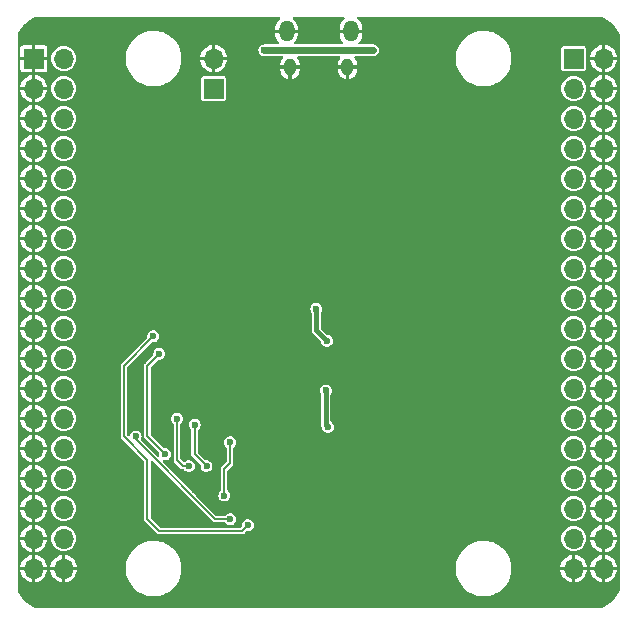
<source format=gbr>
G04 #@! TF.GenerationSoftware,KiCad,Pcbnew,8.0.1*
G04 #@! TF.CreationDate,2024-04-16T23:47:22-05:00*
G04 #@! TF.ProjectId,RP2040_minimal_r2,52503230-3430-45f6-9d69-6e696d616c5f,REV2*
G04 #@! TF.SameCoordinates,Original*
G04 #@! TF.FileFunction,Copper,L2,Bot*
G04 #@! TF.FilePolarity,Positive*
%FSLAX46Y46*%
G04 Gerber Fmt 4.6, Leading zero omitted, Abs format (unit mm)*
G04 Created by KiCad (PCBNEW 8.0.1) date 2024-04-16 23:47:22*
%MOMM*%
%LPD*%
G01*
G04 APERTURE LIST*
G04 #@! TA.AperFunction,ComponentPad*
%ADD10O,1.300000X1.800000*%
G04 #@! TD*
G04 #@! TA.AperFunction,ComponentPad*
%ADD11O,1.050000X1.450000*%
G04 #@! TD*
G04 #@! TA.AperFunction,ComponentPad*
%ADD12R,1.700000X1.700000*%
G04 #@! TD*
G04 #@! TA.AperFunction,ComponentPad*
%ADD13O,1.700000X1.700000*%
G04 #@! TD*
G04 #@! TA.AperFunction,ComponentPad*
%ADD14C,0.600000*%
G04 #@! TD*
G04 #@! TA.AperFunction,ViaPad*
%ADD15C,0.600000*%
G04 #@! TD*
G04 #@! TA.AperFunction,Conductor*
%ADD16C,0.150000*%
G04 #@! TD*
G04 #@! TA.AperFunction,Conductor*
%ADD17C,0.200000*%
G04 #@! TD*
G04 #@! TA.AperFunction,Conductor*
%ADD18C,0.600000*%
G04 #@! TD*
G04 #@! TA.AperFunction,Conductor*
%ADD19C,0.400000*%
G04 #@! TD*
G04 APERTURE END LIST*
D10*
X102725000Y-71700000D03*
D11*
X102425000Y-74730000D03*
X97575000Y-74730000D03*
D10*
X97275000Y-71700000D03*
D12*
X91110000Y-76540000D03*
D13*
X91110000Y-74000000D03*
D12*
X75870000Y-74000000D03*
D13*
X78410000Y-74000000D03*
X75870000Y-76540000D03*
X78410000Y-76540000D03*
X75870000Y-79080000D03*
X78410000Y-79080000D03*
X75870000Y-81620000D03*
X78410000Y-81620000D03*
X75870000Y-84160000D03*
X78410000Y-84160000D03*
X75870000Y-86700000D03*
X78410000Y-86700000D03*
X75870000Y-89240000D03*
X78410000Y-89240000D03*
X75870000Y-91780000D03*
X78410000Y-91780000D03*
X75870000Y-94320000D03*
X78410000Y-94320000D03*
X75870000Y-96860000D03*
X78410000Y-96860000D03*
X75870000Y-99400000D03*
X78410000Y-99400000D03*
X75870000Y-101940000D03*
X78410000Y-101940000D03*
X75870000Y-104480000D03*
X78410000Y-104480000D03*
X75870000Y-107020000D03*
X78410000Y-107020000D03*
X75870000Y-109560000D03*
X78410000Y-109560000D03*
X75870000Y-112100000D03*
X78410000Y-112100000D03*
X75870000Y-114640000D03*
X78410000Y-114640000D03*
X75870000Y-117180000D03*
X78410000Y-117180000D03*
D12*
X121590000Y-74000000D03*
D13*
X124130000Y-74000000D03*
X121590000Y-76540000D03*
X124130000Y-76540000D03*
X121590000Y-79080000D03*
X124130000Y-79080000D03*
X121590000Y-81620000D03*
X124130000Y-81620000D03*
X121590000Y-84160000D03*
X124130000Y-84160000D03*
X121590000Y-86700000D03*
X124130000Y-86700000D03*
X121590000Y-89240000D03*
X124130000Y-89240000D03*
X121590000Y-91780000D03*
X124130000Y-91780000D03*
X121590000Y-94320000D03*
X124130000Y-94320000D03*
X121590000Y-96860000D03*
X124130000Y-96860000D03*
X121590000Y-99400000D03*
X124130000Y-99400000D03*
X121590000Y-101940000D03*
X124130000Y-101940000D03*
X121590000Y-104480000D03*
X124130000Y-104480000D03*
X121590000Y-107020000D03*
X124130000Y-107020000D03*
X121590000Y-109560000D03*
X124130000Y-109560000D03*
X121590000Y-112100000D03*
X124130000Y-112100000D03*
X121590000Y-114640000D03*
X124130000Y-114640000D03*
X121590000Y-117180000D03*
X124130000Y-117180000D03*
D14*
X98725000Y-98725000D03*
X98725000Y-100000000D03*
X98725000Y-101275000D03*
X100000000Y-98725000D03*
X100000000Y-100000000D03*
X100000000Y-101275000D03*
X101275000Y-98725000D03*
X101275000Y-100000000D03*
X101275000Y-101275000D03*
D15*
X93500000Y-111000000D03*
X92500000Y-113000000D03*
X92000000Y-111000000D03*
X84500000Y-106000000D03*
X89000000Y-108500000D03*
X90500000Y-108500000D03*
X91500000Y-108500000D03*
X87000000Y-107500000D03*
X89500000Y-110500000D03*
X92500000Y-106500000D03*
X89500000Y-105000000D03*
X88000000Y-104500000D03*
X94000000Y-113500000D03*
X86000000Y-97500000D03*
X86500000Y-99000000D03*
X97100000Y-112300000D03*
X97100000Y-109500000D03*
X102900000Y-109500000D03*
X99000000Y-91200008D03*
X97300000Y-106600000D03*
X92000000Y-97000000D03*
X98700000Y-76000000D03*
X108000000Y-101305000D03*
X86190000Y-79400000D03*
X101500000Y-107782004D03*
X102900000Y-112300000D03*
X92000000Y-101200000D03*
X108000000Y-94600000D03*
X111500000Y-89000000D03*
X103000000Y-92200000D03*
X94700000Y-82800000D03*
X100380994Y-107781990D03*
X108000000Y-95600000D03*
X90800000Y-89200000D03*
X104000000Y-92200000D03*
X110000000Y-78000000D03*
X100000000Y-91200000D03*
X104600000Y-73300000D03*
X95400000Y-73300000D03*
X99800000Y-95199994D03*
X100700000Y-97900000D03*
X100800000Y-105200000D03*
X100599970Y-102100000D03*
D16*
X91257537Y-113000000D02*
X92500000Y-113000000D01*
X84500000Y-106242463D02*
X91257537Y-113000000D01*
X84500000Y-106000000D02*
X84500000Y-106242463D01*
X92000000Y-108742463D02*
X92000000Y-111000000D01*
X92500000Y-108242463D02*
X92000000Y-108742463D01*
X92500000Y-106500000D02*
X92500000Y-108242463D01*
X86500000Y-114000000D02*
X93500000Y-114000000D01*
X85500000Y-108000000D02*
X85500000Y-113000000D01*
X83500000Y-100000000D02*
X83500000Y-106000000D01*
X86000000Y-97500000D02*
X83500000Y-100000000D01*
X83500000Y-106000000D02*
X85500000Y-108000000D01*
X85500000Y-113000000D02*
X86500000Y-114000000D01*
X93500000Y-114000000D02*
X94000000Y-113500000D01*
X88500000Y-108500000D02*
X89000000Y-108500000D01*
X88000000Y-108000000D02*
X88500000Y-108500000D01*
X88000000Y-105000000D02*
X88000000Y-108000000D01*
X88000000Y-104500000D02*
X88000000Y-105000000D01*
X89500000Y-107500000D02*
X90500000Y-108500000D01*
X89500000Y-105000000D02*
X89500000Y-107500000D01*
X85500000Y-100000000D02*
X86500000Y-99000000D01*
X87000000Y-107500000D02*
X85500000Y-106000000D01*
X85500000Y-106000000D02*
X85500000Y-100000000D01*
D17*
X103299999Y-92499999D02*
X103000000Y-92200000D01*
X104000000Y-93000000D02*
X103800000Y-93000000D01*
X103800000Y-93000000D02*
X103299999Y-92499999D01*
D18*
X104600000Y-73300000D02*
X95400000Y-73300000D01*
D19*
X100800000Y-105200000D02*
X100590000Y-104990000D01*
X100590000Y-104990000D02*
X100590000Y-102109970D01*
X100590000Y-102109970D02*
X100599970Y-102100000D01*
X99800000Y-97010000D02*
X100690000Y-97900000D01*
X99800000Y-95199994D02*
X99800000Y-97010000D01*
X100690000Y-97900000D02*
X100700000Y-97900000D01*
G04 #@! TA.AperFunction,Conductor*
G36*
X96718653Y-70518907D02*
G01*
X96754617Y-70568407D01*
X96754617Y-70629593D01*
X96718653Y-70679093D01*
X96715464Y-70681315D01*
X96669410Y-70712087D01*
X96669406Y-70712090D01*
X96537090Y-70844406D01*
X96537087Y-70844410D01*
X96433124Y-70999998D01*
X96433118Y-71000010D01*
X96361508Y-71172893D01*
X96361508Y-71172895D01*
X96325000Y-71356430D01*
X96325000Y-71549999D01*
X96325001Y-71550000D01*
X96925000Y-71550000D01*
X96925000Y-71850000D01*
X96325001Y-71850000D01*
X96325000Y-71850001D01*
X96325000Y-72043569D01*
X96361508Y-72227104D01*
X96361508Y-72227106D01*
X96433118Y-72399989D01*
X96433124Y-72400001D01*
X96537087Y-72555589D01*
X96537090Y-72555593D01*
X96611993Y-72630496D01*
X96639770Y-72685013D01*
X96630199Y-72745445D01*
X96586934Y-72788710D01*
X96541989Y-72799500D01*
X95328035Y-72799500D01*
X95265845Y-72817761D01*
X95263579Y-72818397D01*
X95206815Y-72833607D01*
X95200818Y-72836091D01*
X95200589Y-72835539D01*
X95190245Y-72839958D01*
X95189954Y-72840043D01*
X95189944Y-72840048D01*
X95141410Y-72871238D01*
X95137391Y-72873688D01*
X95092684Y-72899500D01*
X95092682Y-72899502D01*
X95091658Y-72900527D01*
X95075200Y-72913789D01*
X95068872Y-72917856D01*
X95068871Y-72917857D01*
X95035768Y-72956059D01*
X95030956Y-72961227D01*
X94999500Y-72992685D01*
X94999499Y-72992686D01*
X94995172Y-73000180D01*
X94984266Y-73015496D01*
X94974622Y-73026627D01*
X94974621Y-73026628D01*
X94956591Y-73066107D01*
X94952277Y-73074475D01*
X94933608Y-73106813D01*
X94933607Y-73106813D01*
X94929507Y-73122117D01*
X94923938Y-73137608D01*
X94923933Y-73137621D01*
X94914835Y-73157543D01*
X94909674Y-73193430D01*
X94907310Y-73204953D01*
X94899500Y-73234104D01*
X94899500Y-73257122D01*
X94898492Y-73271211D01*
X94894353Y-73299998D01*
X94894353Y-73300001D01*
X94898492Y-73328786D01*
X94899500Y-73342876D01*
X94899500Y-73365893D01*
X94907310Y-73395042D01*
X94909675Y-73406572D01*
X94914835Y-73442457D01*
X94923937Y-73462388D01*
X94929506Y-73477881D01*
X94933608Y-73493186D01*
X94952277Y-73525523D01*
X94956592Y-73533893D01*
X94974622Y-73573373D01*
X94984259Y-73584494D01*
X94995172Y-73599820D01*
X94999497Y-73607310D01*
X94999498Y-73607311D01*
X94999500Y-73607314D01*
X95030958Y-73638772D01*
X95030961Y-73638775D01*
X95035764Y-73643934D01*
X95068872Y-73682143D01*
X95075186Y-73686201D01*
X95091662Y-73699476D01*
X95092686Y-73700500D01*
X95133256Y-73723923D01*
X95137392Y-73726311D01*
X95141414Y-73728763D01*
X95189947Y-73759953D01*
X95190046Y-73759982D01*
X95190215Y-73760032D01*
X95200584Y-73764474D01*
X95200819Y-73763909D01*
X95206809Y-73766389D01*
X95206814Y-73766392D01*
X95263579Y-73781601D01*
X95265813Y-73782228D01*
X95276814Y-73785458D01*
X95328033Y-73800499D01*
X95328038Y-73800499D01*
X95328039Y-73800500D01*
X95328040Y-73800500D01*
X96898766Y-73800500D01*
X96956957Y-73819407D01*
X96992921Y-73868907D01*
X96992921Y-73930093D01*
X96968770Y-73969504D01*
X96934180Y-74004093D01*
X96843892Y-74139217D01*
X96843892Y-74139218D01*
X96781704Y-74289354D01*
X96781704Y-74289356D01*
X96750000Y-74448742D01*
X96750000Y-74579999D01*
X96750001Y-74580000D01*
X97250000Y-74580000D01*
X97250000Y-74880000D01*
X96750001Y-74880000D01*
X96750000Y-74880001D01*
X96750000Y-75011257D01*
X96781704Y-75170643D01*
X96781704Y-75170645D01*
X96843892Y-75320781D01*
X96843892Y-75320782D01*
X96934180Y-75455906D01*
X97049093Y-75570819D01*
X97184218Y-75661107D01*
X97334349Y-75723293D01*
X97334360Y-75723296D01*
X97425000Y-75741324D01*
X97425000Y-75218674D01*
X97449555Y-75232851D01*
X97532213Y-75255000D01*
X97617787Y-75255000D01*
X97700445Y-75232851D01*
X97725000Y-75218674D01*
X97725000Y-75741323D01*
X97815639Y-75723296D01*
X97815650Y-75723293D01*
X97965781Y-75661107D01*
X97965782Y-75661107D01*
X98100906Y-75570819D01*
X98215819Y-75455906D01*
X98306107Y-75320782D01*
X98306107Y-75320781D01*
X98368295Y-75170645D01*
X98368295Y-75170643D01*
X98399999Y-75011257D01*
X98400000Y-75011254D01*
X98400000Y-74880001D01*
X98399999Y-74880000D01*
X97900000Y-74880000D01*
X97900000Y-74580000D01*
X98399999Y-74580000D01*
X98400000Y-74579999D01*
X98400000Y-74448745D01*
X98399999Y-74448742D01*
X98368295Y-74289356D01*
X98368295Y-74289354D01*
X98306107Y-74139218D01*
X98306107Y-74139217D01*
X98215819Y-74004093D01*
X98181230Y-73969504D01*
X98153453Y-73914987D01*
X98163024Y-73854555D01*
X98206289Y-73811290D01*
X98251234Y-73800500D01*
X101748766Y-73800500D01*
X101806957Y-73819407D01*
X101842921Y-73868907D01*
X101842921Y-73930093D01*
X101818770Y-73969504D01*
X101784180Y-74004093D01*
X101693892Y-74139217D01*
X101693892Y-74139218D01*
X101631704Y-74289354D01*
X101631704Y-74289356D01*
X101600000Y-74448742D01*
X101600000Y-74579999D01*
X101600001Y-74580000D01*
X102100000Y-74580000D01*
X102100000Y-74880000D01*
X101600001Y-74880000D01*
X101600000Y-74880001D01*
X101600000Y-75011257D01*
X101631704Y-75170643D01*
X101631704Y-75170645D01*
X101693892Y-75320781D01*
X101693892Y-75320782D01*
X101784180Y-75455906D01*
X101899093Y-75570819D01*
X102034218Y-75661107D01*
X102184349Y-75723293D01*
X102184360Y-75723296D01*
X102275000Y-75741324D01*
X102275000Y-75218674D01*
X102299555Y-75232851D01*
X102382213Y-75255000D01*
X102467787Y-75255000D01*
X102550445Y-75232851D01*
X102575000Y-75218674D01*
X102575000Y-75741323D01*
X102665639Y-75723296D01*
X102665650Y-75723293D01*
X102815781Y-75661107D01*
X102815782Y-75661107D01*
X102950906Y-75570819D01*
X103065819Y-75455906D01*
X103156107Y-75320782D01*
X103156107Y-75320781D01*
X103218295Y-75170645D01*
X103218295Y-75170643D01*
X103249999Y-75011257D01*
X103250000Y-75011254D01*
X103250000Y-74880001D01*
X103249999Y-74880000D01*
X102750000Y-74880000D01*
X102750000Y-74580000D01*
X103249999Y-74580000D01*
X103250000Y-74579999D01*
X103250000Y-74448745D01*
X103249999Y-74448742D01*
X103218295Y-74289356D01*
X103218295Y-74289354D01*
X103162255Y-74154060D01*
X111619500Y-74154060D01*
X111659717Y-74459536D01*
X111659717Y-74459541D01*
X111739464Y-74757163D01*
X111857375Y-75041825D01*
X112011440Y-75308673D01*
X112199003Y-75553110D01*
X112199005Y-75553112D01*
X112199009Y-75553117D01*
X112416883Y-75770991D01*
X112416887Y-75770994D01*
X112416889Y-75770996D01*
X112654794Y-75953547D01*
X112661330Y-75958562D01*
X112928170Y-76112622D01*
X112928171Y-76112622D01*
X112928174Y-76112624D01*
X113212836Y-76230535D01*
X113510456Y-76310282D01*
X113815940Y-76350500D01*
X113815941Y-76350500D01*
X114124059Y-76350500D01*
X114124060Y-76350500D01*
X114429544Y-76310282D01*
X114727164Y-76230535D01*
X115011830Y-76112622D01*
X115278670Y-75958562D01*
X115523117Y-75770991D01*
X115740991Y-75553117D01*
X115928562Y-75308670D01*
X116082622Y-75041830D01*
X116153902Y-74869746D01*
X120539500Y-74869746D01*
X120539501Y-74869758D01*
X120551132Y-74928227D01*
X120551134Y-74928233D01*
X120595445Y-74994548D01*
X120595448Y-74994552D01*
X120661769Y-75038867D01*
X120706231Y-75047711D01*
X120720241Y-75050498D01*
X120720246Y-75050498D01*
X120720252Y-75050500D01*
X120720253Y-75050500D01*
X122459747Y-75050500D01*
X122459748Y-75050500D01*
X122518231Y-75038867D01*
X122584552Y-74994552D01*
X122628867Y-74928231D01*
X122640500Y-74869748D01*
X122640500Y-74150000D01*
X122988973Y-74150000D01*
X122994738Y-74212216D01*
X123053064Y-74417210D01*
X123148057Y-74607983D01*
X123148062Y-74607992D01*
X123276496Y-74778064D01*
X123276506Y-74778075D01*
X123433995Y-74921647D01*
X123433994Y-74921647D01*
X123615206Y-75033847D01*
X123813941Y-75110838D01*
X123979999Y-75141880D01*
X123980000Y-75141880D01*
X123980000Y-74477445D01*
X124064174Y-74500000D01*
X124195826Y-74500000D01*
X124280000Y-74477445D01*
X124280000Y-75141880D01*
X124446058Y-75110838D01*
X124644793Y-75033847D01*
X124826004Y-74921647D01*
X124983493Y-74778075D01*
X124983503Y-74778064D01*
X125111937Y-74607992D01*
X125111942Y-74607983D01*
X125206935Y-74417210D01*
X125265261Y-74212216D01*
X125271027Y-74150000D01*
X124607445Y-74150000D01*
X124630000Y-74065826D01*
X124630000Y-73934174D01*
X124607445Y-73850000D01*
X125271026Y-73850000D01*
X125265261Y-73787783D01*
X125206935Y-73582789D01*
X125111942Y-73392016D01*
X125111937Y-73392007D01*
X124983503Y-73221935D01*
X124983493Y-73221924D01*
X124826004Y-73078352D01*
X124826005Y-73078352D01*
X124644793Y-72966152D01*
X124446061Y-72889162D01*
X124446055Y-72889160D01*
X124280000Y-72858118D01*
X124280000Y-73522554D01*
X124195826Y-73500000D01*
X124064174Y-73500000D01*
X123980000Y-73522554D01*
X123980000Y-72858119D01*
X123979999Y-72858118D01*
X123813944Y-72889160D01*
X123813938Y-72889162D01*
X123615206Y-72966152D01*
X123433995Y-73078352D01*
X123276506Y-73221924D01*
X123276496Y-73221935D01*
X123148062Y-73392007D01*
X123148057Y-73392016D01*
X123053064Y-73582789D01*
X122994738Y-73787783D01*
X122988973Y-73850000D01*
X123652555Y-73850000D01*
X123630000Y-73934174D01*
X123630000Y-74065826D01*
X123652555Y-74150000D01*
X122988973Y-74150000D01*
X122640500Y-74150000D01*
X122640500Y-73130252D01*
X122638921Y-73122316D01*
X122635517Y-73105202D01*
X122628867Y-73071769D01*
X122584552Y-73005448D01*
X122584548Y-73005445D01*
X122518233Y-72961134D01*
X122518231Y-72961133D01*
X122518228Y-72961132D01*
X122518227Y-72961132D01*
X122459758Y-72949501D01*
X122459748Y-72949500D01*
X120720252Y-72949500D01*
X120720251Y-72949500D01*
X120720241Y-72949501D01*
X120661772Y-72961132D01*
X120661766Y-72961134D01*
X120595451Y-73005445D01*
X120595445Y-73005451D01*
X120551134Y-73071766D01*
X120551132Y-73071772D01*
X120539501Y-73130241D01*
X120539500Y-73130253D01*
X120539500Y-74869746D01*
X116153902Y-74869746D01*
X116200535Y-74757164D01*
X116280282Y-74459544D01*
X116320500Y-74154060D01*
X116320500Y-73845940D01*
X116280282Y-73540456D01*
X116200535Y-73242836D01*
X116196918Y-73234104D01*
X116082624Y-72958174D01*
X116081403Y-72956059D01*
X115928562Y-72691330D01*
X115912124Y-72669907D01*
X115740996Y-72446889D01*
X115740994Y-72446887D01*
X115740991Y-72446883D01*
X115523117Y-72229009D01*
X115523112Y-72229005D01*
X115523110Y-72229003D01*
X115278673Y-72041440D01*
X115011825Y-71887375D01*
X114727163Y-71769464D01*
X114523881Y-71714995D01*
X114429544Y-71689718D01*
X114429541Y-71689717D01*
X114429539Y-71689717D01*
X114124060Y-71649500D01*
X113815940Y-71649500D01*
X113815939Y-71649500D01*
X113510463Y-71689717D01*
X113510458Y-71689717D01*
X113212836Y-71769464D01*
X112928174Y-71887375D01*
X112661326Y-72041440D01*
X112416889Y-72229003D01*
X112199003Y-72446889D01*
X112011440Y-72691326D01*
X111857375Y-72958174D01*
X111739464Y-73242836D01*
X111659717Y-73540458D01*
X111659717Y-73540463D01*
X111619500Y-73845939D01*
X111619500Y-74154060D01*
X103162255Y-74154060D01*
X103156107Y-74139218D01*
X103156107Y-74139217D01*
X103065819Y-74004093D01*
X103031230Y-73969504D01*
X103003453Y-73914987D01*
X103013024Y-73854555D01*
X103056289Y-73811290D01*
X103101234Y-73800500D01*
X104671958Y-73800500D01*
X104671961Y-73800500D01*
X104734190Y-73782227D01*
X104736393Y-73781608D01*
X104793186Y-73766392D01*
X104793192Y-73766388D01*
X104799188Y-73763906D01*
X104799424Y-73764476D01*
X104809792Y-73760029D01*
X104810053Y-73759953D01*
X104858605Y-73728749D01*
X104862580Y-73726326D01*
X104907314Y-73700500D01*
X104908326Y-73699487D01*
X104924808Y-73686203D01*
X104931128Y-73682143D01*
X104964236Y-73643932D01*
X104969025Y-73638787D01*
X105000500Y-73607314D01*
X105004818Y-73599833D01*
X105015744Y-73584489D01*
X105017217Y-73582789D01*
X105025377Y-73573373D01*
X105043412Y-73533880D01*
X105047713Y-73525537D01*
X105066392Y-73493186D01*
X105070491Y-73477885D01*
X105076064Y-73462383D01*
X105085165Y-73442457D01*
X105090326Y-73406557D01*
X105092683Y-73395061D01*
X105100500Y-73365892D01*
X105100500Y-73342876D01*
X105101508Y-73328786D01*
X105105647Y-73300001D01*
X105105647Y-73299998D01*
X105101508Y-73271211D01*
X105100500Y-73257122D01*
X105100500Y-73234109D01*
X105100500Y-73234108D01*
X105092688Y-73204953D01*
X105090324Y-73193431D01*
X105085165Y-73157543D01*
X105076058Y-73137603D01*
X105070489Y-73122106D01*
X105066394Y-73106819D01*
X105066391Y-73106813D01*
X105065464Y-73105208D01*
X105058492Y-73093131D01*
X105047720Y-73074472D01*
X105043404Y-73066099D01*
X105025377Y-73026627D01*
X105015742Y-73015508D01*
X105004823Y-73000174D01*
X105000500Y-72992686D01*
X104969041Y-72961227D01*
X104964230Y-72956058D01*
X104931129Y-72917858D01*
X104931127Y-72917856D01*
X104924807Y-72913794D01*
X104908338Y-72900523D01*
X104907318Y-72899503D01*
X104907309Y-72899496D01*
X104862613Y-72873691D01*
X104858589Y-72871239D01*
X104858587Y-72871238D01*
X104838174Y-72858119D01*
X104810054Y-72840047D01*
X104809770Y-72839964D01*
X104799408Y-72835528D01*
X104799176Y-72836089D01*
X104793187Y-72833608D01*
X104736421Y-72818398D01*
X104734153Y-72817761D01*
X104671964Y-72799500D01*
X104671961Y-72799500D01*
X104665892Y-72799500D01*
X103458011Y-72799500D01*
X103399820Y-72780593D01*
X103363856Y-72731093D01*
X103363856Y-72669907D01*
X103388007Y-72630496D01*
X103462909Y-72555593D01*
X103462912Y-72555589D01*
X103566875Y-72400001D01*
X103566881Y-72399989D01*
X103638491Y-72227106D01*
X103638491Y-72227104D01*
X103674999Y-72043569D01*
X103675000Y-72043565D01*
X103675000Y-71850001D01*
X103674999Y-71850000D01*
X103075000Y-71850000D01*
X103075000Y-71550000D01*
X103674999Y-71550000D01*
X103675000Y-71549999D01*
X103675000Y-71356434D01*
X103674999Y-71356430D01*
X103638491Y-71172895D01*
X103638491Y-71172893D01*
X103566881Y-71000010D01*
X103566875Y-70999998D01*
X103462912Y-70844410D01*
X103462909Y-70844406D01*
X103330593Y-70712090D01*
X103330589Y-70712087D01*
X103284536Y-70681315D01*
X103246657Y-70633265D01*
X103244255Y-70572127D01*
X103278248Y-70521253D01*
X103335652Y-70500076D01*
X103339538Y-70500000D01*
X123987808Y-70500000D01*
X124025694Y-70507536D01*
X124166134Y-70565708D01*
X124176136Y-70570525D01*
X124431354Y-70711578D01*
X124440755Y-70717485D01*
X124678575Y-70886228D01*
X124687254Y-70893149D01*
X124717388Y-70920078D01*
X124904697Y-71087467D01*
X124912532Y-71095302D01*
X125006053Y-71199952D01*
X125106850Y-71312745D01*
X125113771Y-71321424D01*
X125282514Y-71559244D01*
X125288421Y-71568645D01*
X125429474Y-71823863D01*
X125434291Y-71833865D01*
X125440975Y-71850001D01*
X125492464Y-71974306D01*
X125500000Y-72012190D01*
X125500000Y-118987808D01*
X125492464Y-119025694D01*
X125434291Y-119166134D01*
X125429474Y-119176136D01*
X125288421Y-119431354D01*
X125282514Y-119440755D01*
X125113771Y-119678575D01*
X125106850Y-119687254D01*
X124912540Y-119904689D01*
X124904689Y-119912540D01*
X124687254Y-120106850D01*
X124678575Y-120113771D01*
X124440755Y-120282514D01*
X124431354Y-120288421D01*
X124176136Y-120429474D01*
X124166134Y-120434291D01*
X124025694Y-120492464D01*
X123987808Y-120500000D01*
X76012192Y-120500000D01*
X75974306Y-120492464D01*
X75833865Y-120434291D01*
X75823863Y-120429474D01*
X75568645Y-120288421D01*
X75559244Y-120282514D01*
X75321424Y-120113771D01*
X75312745Y-120106850D01*
X75211695Y-120016547D01*
X75095302Y-119912532D01*
X75087467Y-119904697D01*
X74969745Y-119772966D01*
X74893149Y-119687254D01*
X74886228Y-119678575D01*
X74717485Y-119440755D01*
X74711578Y-119431354D01*
X74570525Y-119176136D01*
X74565708Y-119166134D01*
X74507536Y-119025694D01*
X74500000Y-118987808D01*
X74500000Y-117330000D01*
X74728973Y-117330000D01*
X74734738Y-117392216D01*
X74793064Y-117597210D01*
X74888057Y-117787983D01*
X74888062Y-117787992D01*
X75016496Y-117958064D01*
X75016506Y-117958075D01*
X75173995Y-118101647D01*
X75173994Y-118101647D01*
X75355206Y-118213847D01*
X75553941Y-118290838D01*
X75719999Y-118321880D01*
X75720000Y-118321880D01*
X75720000Y-117657445D01*
X75804174Y-117680000D01*
X75935826Y-117680000D01*
X76020000Y-117657445D01*
X76020000Y-118321880D01*
X76186058Y-118290838D01*
X76384793Y-118213847D01*
X76566004Y-118101647D01*
X76723493Y-117958075D01*
X76723503Y-117958064D01*
X76851937Y-117787992D01*
X76851942Y-117787983D01*
X76946935Y-117597210D01*
X77005261Y-117392216D01*
X77011027Y-117330000D01*
X77268973Y-117330000D01*
X77274738Y-117392216D01*
X77333064Y-117597210D01*
X77428057Y-117787983D01*
X77428062Y-117787992D01*
X77556496Y-117958064D01*
X77556506Y-117958075D01*
X77713995Y-118101647D01*
X77713994Y-118101647D01*
X77895206Y-118213847D01*
X78093941Y-118290838D01*
X78259999Y-118321880D01*
X78260000Y-118321880D01*
X78260000Y-117657445D01*
X78344174Y-117680000D01*
X78475826Y-117680000D01*
X78560000Y-117657445D01*
X78560000Y-118321880D01*
X78726058Y-118290838D01*
X78924793Y-118213847D01*
X79106004Y-118101647D01*
X79263493Y-117958075D01*
X79263503Y-117958064D01*
X79391937Y-117787992D01*
X79391942Y-117787983D01*
X79486935Y-117597210D01*
X79545261Y-117392216D01*
X79550651Y-117334060D01*
X83679500Y-117334060D01*
X83719717Y-117639536D01*
X83719717Y-117639541D01*
X83799464Y-117937163D01*
X83917375Y-118221825D01*
X84071440Y-118488673D01*
X84259003Y-118733110D01*
X84259005Y-118733112D01*
X84259009Y-118733117D01*
X84476883Y-118950991D01*
X84476887Y-118950994D01*
X84476889Y-118950996D01*
X84721326Y-119138559D01*
X84721330Y-119138562D01*
X84988170Y-119292622D01*
X84988171Y-119292622D01*
X84988174Y-119292624D01*
X85272836Y-119410535D01*
X85570456Y-119490282D01*
X85875940Y-119530500D01*
X85875941Y-119530500D01*
X86184059Y-119530500D01*
X86184060Y-119530500D01*
X86489544Y-119490282D01*
X86787164Y-119410535D01*
X87071830Y-119292622D01*
X87338670Y-119138562D01*
X87583117Y-118950991D01*
X87800991Y-118733117D01*
X87988562Y-118488670D01*
X88142622Y-118221830D01*
X88260535Y-117937164D01*
X88340282Y-117639544D01*
X88380500Y-117334060D01*
X111619500Y-117334060D01*
X111659717Y-117639536D01*
X111659717Y-117639541D01*
X111739464Y-117937163D01*
X111857375Y-118221825D01*
X112011440Y-118488673D01*
X112199003Y-118733110D01*
X112199005Y-118733112D01*
X112199009Y-118733117D01*
X112416883Y-118950991D01*
X112416887Y-118950994D01*
X112416889Y-118950996D01*
X112661326Y-119138559D01*
X112661330Y-119138562D01*
X112928170Y-119292622D01*
X112928171Y-119292622D01*
X112928174Y-119292624D01*
X113212836Y-119410535D01*
X113510456Y-119490282D01*
X113815940Y-119530500D01*
X113815941Y-119530500D01*
X114124059Y-119530500D01*
X114124060Y-119530500D01*
X114429544Y-119490282D01*
X114727164Y-119410535D01*
X115011830Y-119292622D01*
X115278670Y-119138562D01*
X115523117Y-118950991D01*
X115740991Y-118733117D01*
X115928562Y-118488670D01*
X116082622Y-118221830D01*
X116200535Y-117937164D01*
X116280282Y-117639544D01*
X116320500Y-117334060D01*
X116320500Y-117330000D01*
X120448973Y-117330000D01*
X120454738Y-117392216D01*
X120513064Y-117597210D01*
X120608057Y-117787983D01*
X120608062Y-117787992D01*
X120736496Y-117958064D01*
X120736506Y-117958075D01*
X120893995Y-118101647D01*
X120893994Y-118101647D01*
X121075206Y-118213847D01*
X121273941Y-118290838D01*
X121439999Y-118321880D01*
X121440000Y-118321880D01*
X121440000Y-117657445D01*
X121524174Y-117680000D01*
X121655826Y-117680000D01*
X121740000Y-117657445D01*
X121740000Y-118321880D01*
X121906058Y-118290838D01*
X122104793Y-118213847D01*
X122286004Y-118101647D01*
X122443493Y-117958075D01*
X122443503Y-117958064D01*
X122571937Y-117787992D01*
X122571942Y-117787983D01*
X122666935Y-117597210D01*
X122725261Y-117392216D01*
X122731027Y-117330000D01*
X122988973Y-117330000D01*
X122994738Y-117392216D01*
X123053064Y-117597210D01*
X123148057Y-117787983D01*
X123148062Y-117787992D01*
X123276496Y-117958064D01*
X123276506Y-117958075D01*
X123433995Y-118101647D01*
X123433994Y-118101647D01*
X123615206Y-118213847D01*
X123813941Y-118290838D01*
X123979999Y-118321880D01*
X123980000Y-118321880D01*
X123980000Y-117657445D01*
X124064174Y-117680000D01*
X124195826Y-117680000D01*
X124280000Y-117657445D01*
X124280000Y-118321880D01*
X124446058Y-118290838D01*
X124644793Y-118213847D01*
X124826004Y-118101647D01*
X124983493Y-117958075D01*
X124983503Y-117958064D01*
X125111937Y-117787992D01*
X125111942Y-117787983D01*
X125206935Y-117597210D01*
X125265261Y-117392216D01*
X125271027Y-117330000D01*
X124607445Y-117330000D01*
X124630000Y-117245826D01*
X124630000Y-117114174D01*
X124607445Y-117030000D01*
X125271026Y-117030000D01*
X125265261Y-116967783D01*
X125206935Y-116762789D01*
X125111942Y-116572016D01*
X125111937Y-116572007D01*
X124983503Y-116401935D01*
X124983493Y-116401924D01*
X124826004Y-116258352D01*
X124826005Y-116258352D01*
X124644793Y-116146152D01*
X124446061Y-116069162D01*
X124446055Y-116069160D01*
X124280000Y-116038118D01*
X124280000Y-116702554D01*
X124195826Y-116680000D01*
X124064174Y-116680000D01*
X123980000Y-116702554D01*
X123980000Y-116038119D01*
X123979999Y-116038118D01*
X123813944Y-116069160D01*
X123813938Y-116069162D01*
X123615206Y-116146152D01*
X123433995Y-116258352D01*
X123276506Y-116401924D01*
X123276496Y-116401935D01*
X123148062Y-116572007D01*
X123148057Y-116572016D01*
X123053064Y-116762789D01*
X122994738Y-116967783D01*
X122988973Y-117030000D01*
X123652555Y-117030000D01*
X123630000Y-117114174D01*
X123630000Y-117245826D01*
X123652555Y-117330000D01*
X122988973Y-117330000D01*
X122731027Y-117330000D01*
X122067445Y-117330000D01*
X122090000Y-117245826D01*
X122090000Y-117114174D01*
X122067445Y-117030000D01*
X122731026Y-117030000D01*
X122725261Y-116967783D01*
X122666935Y-116762789D01*
X122571942Y-116572016D01*
X122571937Y-116572007D01*
X122443503Y-116401935D01*
X122443493Y-116401924D01*
X122286004Y-116258352D01*
X122286005Y-116258352D01*
X122104793Y-116146152D01*
X121906061Y-116069162D01*
X121906055Y-116069160D01*
X121740000Y-116038118D01*
X121740000Y-116702554D01*
X121655826Y-116680000D01*
X121524174Y-116680000D01*
X121440000Y-116702554D01*
X121440000Y-116038119D01*
X121439999Y-116038118D01*
X121273944Y-116069160D01*
X121273938Y-116069162D01*
X121075206Y-116146152D01*
X120893995Y-116258352D01*
X120736506Y-116401924D01*
X120736496Y-116401935D01*
X120608062Y-116572007D01*
X120608057Y-116572016D01*
X120513064Y-116762789D01*
X120454738Y-116967783D01*
X120448973Y-117030000D01*
X121112555Y-117030000D01*
X121090000Y-117114174D01*
X121090000Y-117245826D01*
X121112555Y-117330000D01*
X120448973Y-117330000D01*
X116320500Y-117330000D01*
X116320500Y-117025940D01*
X116280282Y-116720456D01*
X116200535Y-116422836D01*
X116082624Y-116138174D01*
X116042779Y-116069160D01*
X115928562Y-115871330D01*
X115836105Y-115750838D01*
X115740996Y-115626889D01*
X115740994Y-115626887D01*
X115740991Y-115626883D01*
X115523117Y-115409009D01*
X115523112Y-115409005D01*
X115523110Y-115409003D01*
X115278673Y-115221440D01*
X115011825Y-115067375D01*
X114727163Y-114949464D01*
X114523881Y-114894995D01*
X114429544Y-114869718D01*
X114429541Y-114869717D01*
X114429539Y-114869717D01*
X114124060Y-114829500D01*
X113815940Y-114829500D01*
X113815939Y-114829500D01*
X113510463Y-114869717D01*
X113510458Y-114869717D01*
X113212836Y-114949464D01*
X112928174Y-115067375D01*
X112661326Y-115221440D01*
X112416889Y-115409003D01*
X112199003Y-115626889D01*
X112011440Y-115871326D01*
X111857375Y-116138174D01*
X111739464Y-116422836D01*
X111659717Y-116720458D01*
X111659717Y-116720463D01*
X111619500Y-117025939D01*
X111619500Y-117334060D01*
X88380500Y-117334060D01*
X88380500Y-117025940D01*
X88340282Y-116720456D01*
X88260535Y-116422836D01*
X88142624Y-116138174D01*
X88102779Y-116069160D01*
X87988562Y-115871330D01*
X87896105Y-115750838D01*
X87800996Y-115626889D01*
X87800994Y-115626887D01*
X87800991Y-115626883D01*
X87583117Y-115409009D01*
X87583112Y-115409005D01*
X87583110Y-115409003D01*
X87338673Y-115221440D01*
X87071825Y-115067375D01*
X86787163Y-114949464D01*
X86583881Y-114894995D01*
X86489544Y-114869718D01*
X86489541Y-114869717D01*
X86489539Y-114869717D01*
X86184060Y-114829500D01*
X85875940Y-114829500D01*
X85875939Y-114829500D01*
X85570463Y-114869717D01*
X85570458Y-114869717D01*
X85272836Y-114949464D01*
X84988174Y-115067375D01*
X84721326Y-115221440D01*
X84476889Y-115409003D01*
X84259003Y-115626889D01*
X84071440Y-115871326D01*
X83917375Y-116138174D01*
X83799464Y-116422836D01*
X83719717Y-116720458D01*
X83719717Y-116720463D01*
X83679500Y-117025939D01*
X83679500Y-117334060D01*
X79550651Y-117334060D01*
X79551027Y-117330000D01*
X78887445Y-117330000D01*
X78910000Y-117245826D01*
X78910000Y-117114174D01*
X78887445Y-117030000D01*
X79551026Y-117030000D01*
X79545261Y-116967783D01*
X79486935Y-116762789D01*
X79391942Y-116572016D01*
X79391937Y-116572007D01*
X79263503Y-116401935D01*
X79263493Y-116401924D01*
X79106004Y-116258352D01*
X79106005Y-116258352D01*
X78924793Y-116146152D01*
X78726061Y-116069162D01*
X78726055Y-116069160D01*
X78560000Y-116038118D01*
X78560000Y-116702554D01*
X78475826Y-116680000D01*
X78344174Y-116680000D01*
X78260000Y-116702554D01*
X78260000Y-116038119D01*
X78259999Y-116038118D01*
X78093944Y-116069160D01*
X78093938Y-116069162D01*
X77895206Y-116146152D01*
X77713995Y-116258352D01*
X77556506Y-116401924D01*
X77556496Y-116401935D01*
X77428062Y-116572007D01*
X77428057Y-116572016D01*
X77333064Y-116762789D01*
X77274738Y-116967783D01*
X77268973Y-117030000D01*
X77932555Y-117030000D01*
X77910000Y-117114174D01*
X77910000Y-117245826D01*
X77932555Y-117330000D01*
X77268973Y-117330000D01*
X77011027Y-117330000D01*
X76347445Y-117330000D01*
X76370000Y-117245826D01*
X76370000Y-117114174D01*
X76347445Y-117030000D01*
X77011026Y-117030000D01*
X77005261Y-116967783D01*
X76946935Y-116762789D01*
X76851942Y-116572016D01*
X76851937Y-116572007D01*
X76723503Y-116401935D01*
X76723493Y-116401924D01*
X76566004Y-116258352D01*
X76566005Y-116258352D01*
X76384793Y-116146152D01*
X76186061Y-116069162D01*
X76186055Y-116069160D01*
X76020000Y-116038118D01*
X76020000Y-116702554D01*
X75935826Y-116680000D01*
X75804174Y-116680000D01*
X75720000Y-116702554D01*
X75720000Y-116038119D01*
X75719999Y-116038118D01*
X75553944Y-116069160D01*
X75553938Y-116069162D01*
X75355206Y-116146152D01*
X75173995Y-116258352D01*
X75016506Y-116401924D01*
X75016496Y-116401935D01*
X74888062Y-116572007D01*
X74888057Y-116572016D01*
X74793064Y-116762789D01*
X74734738Y-116967783D01*
X74728973Y-117030000D01*
X75392555Y-117030000D01*
X75370000Y-117114174D01*
X75370000Y-117245826D01*
X75392555Y-117330000D01*
X74728973Y-117330000D01*
X74500000Y-117330000D01*
X74500000Y-114790000D01*
X74728973Y-114790000D01*
X74734738Y-114852216D01*
X74793064Y-115057210D01*
X74888057Y-115247983D01*
X74888062Y-115247992D01*
X75016496Y-115418064D01*
X75016506Y-115418075D01*
X75173995Y-115561647D01*
X75173994Y-115561647D01*
X75355206Y-115673847D01*
X75553941Y-115750838D01*
X75719999Y-115781880D01*
X75720000Y-115781880D01*
X75720000Y-115117445D01*
X75804174Y-115140000D01*
X75935826Y-115140000D01*
X76020000Y-115117445D01*
X76020000Y-115781880D01*
X76186058Y-115750838D01*
X76384793Y-115673847D01*
X76566004Y-115561647D01*
X76723493Y-115418075D01*
X76723503Y-115418064D01*
X76851937Y-115247992D01*
X76851942Y-115247983D01*
X76946935Y-115057210D01*
X77005261Y-114852216D01*
X77011027Y-114790000D01*
X76347445Y-114790000D01*
X76370000Y-114705826D01*
X76370000Y-114640003D01*
X77354417Y-114640003D01*
X77374698Y-114845929D01*
X77374699Y-114845934D01*
X77434768Y-115043954D01*
X77532316Y-115226452D01*
X77663585Y-115386404D01*
X77663590Y-115386410D01*
X77663595Y-115386414D01*
X77823547Y-115517683D01*
X77823548Y-115517683D01*
X77823550Y-115517685D01*
X78006046Y-115615232D01*
X78143997Y-115657078D01*
X78204065Y-115675300D01*
X78204070Y-115675301D01*
X78409997Y-115695583D01*
X78410000Y-115695583D01*
X78410003Y-115695583D01*
X78615929Y-115675301D01*
X78615934Y-115675300D01*
X78620724Y-115673847D01*
X78813954Y-115615232D01*
X78996450Y-115517685D01*
X79156410Y-115386410D01*
X79287685Y-115226450D01*
X79385232Y-115043954D01*
X79445300Y-114845934D01*
X79445301Y-114845929D01*
X79465583Y-114640003D01*
X120534417Y-114640003D01*
X120554698Y-114845929D01*
X120554699Y-114845934D01*
X120614768Y-115043954D01*
X120712316Y-115226452D01*
X120843585Y-115386404D01*
X120843590Y-115386410D01*
X120843595Y-115386414D01*
X121003547Y-115517683D01*
X121003548Y-115517683D01*
X121003550Y-115517685D01*
X121186046Y-115615232D01*
X121323997Y-115657078D01*
X121384065Y-115675300D01*
X121384070Y-115675301D01*
X121589997Y-115695583D01*
X121590000Y-115695583D01*
X121590003Y-115695583D01*
X121795929Y-115675301D01*
X121795934Y-115675300D01*
X121800724Y-115673847D01*
X121993954Y-115615232D01*
X122176450Y-115517685D01*
X122336410Y-115386410D01*
X122467685Y-115226450D01*
X122565232Y-115043954D01*
X122625300Y-114845934D01*
X122625301Y-114845929D01*
X122630810Y-114790000D01*
X122988973Y-114790000D01*
X122994738Y-114852216D01*
X123053064Y-115057210D01*
X123148057Y-115247983D01*
X123148062Y-115247992D01*
X123276496Y-115418064D01*
X123276506Y-115418075D01*
X123433995Y-115561647D01*
X123433994Y-115561647D01*
X123615206Y-115673847D01*
X123813941Y-115750838D01*
X123979999Y-115781880D01*
X123980000Y-115781880D01*
X123980000Y-115117445D01*
X124064174Y-115140000D01*
X124195826Y-115140000D01*
X124280000Y-115117445D01*
X124280000Y-115781880D01*
X124446058Y-115750838D01*
X124644793Y-115673847D01*
X124826004Y-115561647D01*
X124983493Y-115418075D01*
X124983503Y-115418064D01*
X125111937Y-115247992D01*
X125111942Y-115247983D01*
X125206935Y-115057210D01*
X125265261Y-114852216D01*
X125271027Y-114790000D01*
X124607445Y-114790000D01*
X124630000Y-114705826D01*
X124630000Y-114574174D01*
X124607445Y-114490000D01*
X125271026Y-114490000D01*
X125265261Y-114427783D01*
X125206935Y-114222789D01*
X125111942Y-114032016D01*
X125111937Y-114032007D01*
X124983503Y-113861935D01*
X124983493Y-113861924D01*
X124826004Y-113718352D01*
X124826005Y-113718352D01*
X124644793Y-113606152D01*
X124446061Y-113529162D01*
X124446055Y-113529160D01*
X124280000Y-113498118D01*
X124280000Y-114162554D01*
X124195826Y-114140000D01*
X124064174Y-114140000D01*
X123980000Y-114162554D01*
X123980000Y-113498119D01*
X123979999Y-113498118D01*
X123813944Y-113529160D01*
X123813938Y-113529162D01*
X123615206Y-113606152D01*
X123433995Y-113718352D01*
X123276506Y-113861924D01*
X123276496Y-113861935D01*
X123148062Y-114032007D01*
X123148057Y-114032016D01*
X123053064Y-114222789D01*
X122994738Y-114427783D01*
X122988973Y-114490000D01*
X123652555Y-114490000D01*
X123630000Y-114574174D01*
X123630000Y-114705826D01*
X123652555Y-114790000D01*
X122988973Y-114790000D01*
X122630810Y-114790000D01*
X122645583Y-114640003D01*
X122645583Y-114639996D01*
X122625301Y-114434070D01*
X122625300Y-114434065D01*
X122566401Y-114239901D01*
X122565232Y-114236046D01*
X122467685Y-114053550D01*
X122450005Y-114032007D01*
X122336414Y-113893595D01*
X122336410Y-113893590D01*
X122297825Y-113861924D01*
X122176452Y-113762316D01*
X121993954Y-113664768D01*
X121795934Y-113604699D01*
X121795929Y-113604698D01*
X121590003Y-113584417D01*
X121589997Y-113584417D01*
X121384070Y-113604698D01*
X121384065Y-113604699D01*
X121186045Y-113664768D01*
X121003547Y-113762316D01*
X120843595Y-113893585D01*
X120843585Y-113893595D01*
X120712316Y-114053547D01*
X120614768Y-114236045D01*
X120554699Y-114434065D01*
X120554698Y-114434070D01*
X120534417Y-114639996D01*
X120534417Y-114640003D01*
X79465583Y-114640003D01*
X79465583Y-114639996D01*
X79445301Y-114434070D01*
X79445300Y-114434065D01*
X79386401Y-114239901D01*
X79385232Y-114236046D01*
X79287685Y-114053550D01*
X79270005Y-114032007D01*
X79156414Y-113893595D01*
X79156410Y-113893590D01*
X79117825Y-113861924D01*
X78996452Y-113762316D01*
X78813954Y-113664768D01*
X78615934Y-113604699D01*
X78615929Y-113604698D01*
X78410003Y-113584417D01*
X78409997Y-113584417D01*
X78204070Y-113604698D01*
X78204065Y-113604699D01*
X78006045Y-113664768D01*
X77823547Y-113762316D01*
X77663595Y-113893585D01*
X77663585Y-113893595D01*
X77532316Y-114053547D01*
X77434768Y-114236045D01*
X77374699Y-114434065D01*
X77374698Y-114434070D01*
X77354417Y-114639996D01*
X77354417Y-114640003D01*
X76370000Y-114640003D01*
X76370000Y-114574174D01*
X76347445Y-114490000D01*
X77011026Y-114490000D01*
X77005261Y-114427783D01*
X76946935Y-114222789D01*
X76851942Y-114032016D01*
X76851937Y-114032007D01*
X76723503Y-113861935D01*
X76723493Y-113861924D01*
X76566004Y-113718352D01*
X76566005Y-113718352D01*
X76384793Y-113606152D01*
X76186061Y-113529162D01*
X76186055Y-113529160D01*
X76020000Y-113498118D01*
X76020000Y-114162554D01*
X75935826Y-114140000D01*
X75804174Y-114140000D01*
X75720000Y-114162554D01*
X75720000Y-113498119D01*
X75719999Y-113498118D01*
X75553944Y-113529160D01*
X75553938Y-113529162D01*
X75355206Y-113606152D01*
X75173995Y-113718352D01*
X75016506Y-113861924D01*
X75016496Y-113861935D01*
X74888062Y-114032007D01*
X74888057Y-114032016D01*
X74793064Y-114222789D01*
X74734738Y-114427783D01*
X74728973Y-114490000D01*
X75392555Y-114490000D01*
X75370000Y-114574174D01*
X75370000Y-114705826D01*
X75392555Y-114790000D01*
X74728973Y-114790000D01*
X74500000Y-114790000D01*
X74500000Y-112250000D01*
X74728973Y-112250000D01*
X74734738Y-112312216D01*
X74793064Y-112517210D01*
X74888057Y-112707983D01*
X74888062Y-112707992D01*
X75016496Y-112878064D01*
X75016506Y-112878075D01*
X75173995Y-113021647D01*
X75173994Y-113021647D01*
X75355206Y-113133847D01*
X75553941Y-113210838D01*
X75719999Y-113241880D01*
X75720000Y-113241880D01*
X75720000Y-112577445D01*
X75804174Y-112600000D01*
X75935826Y-112600000D01*
X76020000Y-112577445D01*
X76020000Y-113241880D01*
X76186058Y-113210838D01*
X76384793Y-113133847D01*
X76566004Y-113021647D01*
X76723493Y-112878075D01*
X76723503Y-112878064D01*
X76851937Y-112707992D01*
X76851942Y-112707983D01*
X76946935Y-112517210D01*
X77005261Y-112312216D01*
X77011027Y-112250000D01*
X76347445Y-112250000D01*
X76370000Y-112165826D01*
X76370000Y-112100003D01*
X77354417Y-112100003D01*
X77374698Y-112305929D01*
X77374699Y-112305934D01*
X77434768Y-112503954D01*
X77532316Y-112686452D01*
X77565287Y-112726627D01*
X77663590Y-112846410D01*
X77663595Y-112846414D01*
X77823547Y-112977683D01*
X77823548Y-112977683D01*
X77823550Y-112977685D01*
X78006046Y-113075232D01*
X78143997Y-113117078D01*
X78204065Y-113135300D01*
X78204070Y-113135301D01*
X78409997Y-113155583D01*
X78410000Y-113155583D01*
X78410003Y-113155583D01*
X78615929Y-113135301D01*
X78615934Y-113135300D01*
X78623104Y-113133125D01*
X78813954Y-113075232D01*
X78996450Y-112977685D01*
X79156410Y-112846410D01*
X79287685Y-112686450D01*
X79385232Y-112503954D01*
X79445300Y-112305934D01*
X79445301Y-112305929D01*
X79465583Y-112100003D01*
X79465583Y-112099996D01*
X79445301Y-111894070D01*
X79445300Y-111894065D01*
X79386401Y-111699901D01*
X79385232Y-111696046D01*
X79287685Y-111513550D01*
X79276975Y-111500500D01*
X79156414Y-111353595D01*
X79156410Y-111353590D01*
X79058665Y-111273373D01*
X78996452Y-111222316D01*
X78813954Y-111124768D01*
X78615934Y-111064699D01*
X78615929Y-111064698D01*
X78410003Y-111044417D01*
X78409997Y-111044417D01*
X78204070Y-111064698D01*
X78204065Y-111064699D01*
X78006045Y-111124768D01*
X77823547Y-111222316D01*
X77663595Y-111353585D01*
X77663585Y-111353595D01*
X77532316Y-111513547D01*
X77434768Y-111696045D01*
X77374699Y-111894065D01*
X77374698Y-111894070D01*
X77354417Y-112099996D01*
X77354417Y-112100003D01*
X76370000Y-112100003D01*
X76370000Y-112034174D01*
X76347445Y-111950000D01*
X77011026Y-111950000D01*
X77005261Y-111887783D01*
X76946935Y-111682789D01*
X76851942Y-111492016D01*
X76851937Y-111492007D01*
X76723503Y-111321935D01*
X76723493Y-111321924D01*
X76566004Y-111178352D01*
X76566005Y-111178352D01*
X76384793Y-111066152D01*
X76186061Y-110989162D01*
X76186055Y-110989160D01*
X76020000Y-110958118D01*
X76020000Y-111622554D01*
X75935826Y-111600000D01*
X75804174Y-111600000D01*
X75720000Y-111622554D01*
X75720000Y-110958119D01*
X75719999Y-110958118D01*
X75553944Y-110989160D01*
X75553938Y-110989162D01*
X75355206Y-111066152D01*
X75173995Y-111178352D01*
X75016506Y-111321924D01*
X75016496Y-111321935D01*
X74888062Y-111492007D01*
X74888057Y-111492016D01*
X74793064Y-111682789D01*
X74734738Y-111887783D01*
X74728973Y-111950000D01*
X75392555Y-111950000D01*
X75370000Y-112034174D01*
X75370000Y-112165826D01*
X75392555Y-112250000D01*
X74728973Y-112250000D01*
X74500000Y-112250000D01*
X74500000Y-109710000D01*
X74728973Y-109710000D01*
X74734738Y-109772216D01*
X74793064Y-109977210D01*
X74888057Y-110167983D01*
X74888062Y-110167992D01*
X75016496Y-110338064D01*
X75016506Y-110338075D01*
X75173995Y-110481647D01*
X75173994Y-110481647D01*
X75355206Y-110593847D01*
X75553941Y-110670838D01*
X75719999Y-110701880D01*
X75720000Y-110701880D01*
X75720000Y-110037445D01*
X75804174Y-110060000D01*
X75935826Y-110060000D01*
X76020000Y-110037445D01*
X76020000Y-110701880D01*
X76186058Y-110670838D01*
X76384793Y-110593847D01*
X76566004Y-110481647D01*
X76723493Y-110338075D01*
X76723503Y-110338064D01*
X76851937Y-110167992D01*
X76851942Y-110167983D01*
X76946935Y-109977210D01*
X77005261Y-109772216D01*
X77011027Y-109710000D01*
X76347445Y-109710000D01*
X76370000Y-109625826D01*
X76370000Y-109560003D01*
X77354417Y-109560003D01*
X77374698Y-109765929D01*
X77374699Y-109765934D01*
X77434768Y-109963954D01*
X77532316Y-110146452D01*
X77663585Y-110306404D01*
X77663590Y-110306410D01*
X77663595Y-110306414D01*
X77823547Y-110437683D01*
X77823548Y-110437683D01*
X77823550Y-110437685D01*
X78006046Y-110535232D01*
X78100774Y-110563967D01*
X78204065Y-110595300D01*
X78204070Y-110595301D01*
X78409997Y-110615583D01*
X78410000Y-110615583D01*
X78410003Y-110615583D01*
X78615929Y-110595301D01*
X78615934Y-110595300D01*
X78645801Y-110586240D01*
X78813954Y-110535232D01*
X78996450Y-110437685D01*
X79156410Y-110306410D01*
X79287685Y-110146450D01*
X79385232Y-109963954D01*
X79445300Y-109765934D01*
X79445301Y-109765929D01*
X79465583Y-109560003D01*
X79465583Y-109559996D01*
X79445301Y-109354070D01*
X79445300Y-109354065D01*
X79386401Y-109159901D01*
X79385232Y-109156046D01*
X79287685Y-108973550D01*
X79276526Y-108959953D01*
X79156414Y-108813595D01*
X79156410Y-108813590D01*
X79151632Y-108809669D01*
X78996452Y-108682316D01*
X78813954Y-108584768D01*
X78615934Y-108524699D01*
X78615929Y-108524698D01*
X78410003Y-108504417D01*
X78409997Y-108504417D01*
X78204070Y-108524698D01*
X78204065Y-108524699D01*
X78006045Y-108584768D01*
X77823547Y-108682316D01*
X77663595Y-108813585D01*
X77663585Y-108813595D01*
X77532316Y-108973547D01*
X77434768Y-109156045D01*
X77374699Y-109354065D01*
X77374698Y-109354070D01*
X77354417Y-109559996D01*
X77354417Y-109560003D01*
X76370000Y-109560003D01*
X76370000Y-109494174D01*
X76347445Y-109410000D01*
X77011026Y-109410000D01*
X77005261Y-109347783D01*
X76946935Y-109142789D01*
X76851942Y-108952016D01*
X76851937Y-108952007D01*
X76723503Y-108781935D01*
X76723493Y-108781924D01*
X76566004Y-108638352D01*
X76566005Y-108638352D01*
X76384793Y-108526152D01*
X76186061Y-108449162D01*
X76186055Y-108449160D01*
X76020000Y-108418118D01*
X76020000Y-109082554D01*
X75935826Y-109060000D01*
X75804174Y-109060000D01*
X75720000Y-109082554D01*
X75720000Y-108418119D01*
X75719999Y-108418118D01*
X75553944Y-108449160D01*
X75553938Y-108449162D01*
X75355206Y-108526152D01*
X75173995Y-108638352D01*
X75016506Y-108781924D01*
X75016496Y-108781935D01*
X74888062Y-108952007D01*
X74888057Y-108952016D01*
X74793064Y-109142789D01*
X74734738Y-109347783D01*
X74728973Y-109410000D01*
X75392555Y-109410000D01*
X75370000Y-109494174D01*
X75370000Y-109625826D01*
X75392555Y-109710000D01*
X74728973Y-109710000D01*
X74500000Y-109710000D01*
X74500000Y-107170000D01*
X74728973Y-107170000D01*
X74734738Y-107232216D01*
X74793064Y-107437210D01*
X74888057Y-107627983D01*
X74888062Y-107627992D01*
X75016496Y-107798064D01*
X75016506Y-107798075D01*
X75173995Y-107941647D01*
X75173994Y-107941647D01*
X75355206Y-108053847D01*
X75553941Y-108130838D01*
X75719999Y-108161880D01*
X75720000Y-108161880D01*
X75720000Y-107497445D01*
X75804174Y-107520000D01*
X75935826Y-107520000D01*
X76020000Y-107497445D01*
X76020000Y-108161880D01*
X76186058Y-108130838D01*
X76384793Y-108053847D01*
X76566004Y-107941647D01*
X76723493Y-107798075D01*
X76723503Y-107798064D01*
X76851937Y-107627992D01*
X76851942Y-107627983D01*
X76946935Y-107437210D01*
X77005261Y-107232216D01*
X77011027Y-107170000D01*
X76347445Y-107170000D01*
X76370000Y-107085826D01*
X76370000Y-107020003D01*
X77354417Y-107020003D01*
X77374698Y-107225929D01*
X77374699Y-107225934D01*
X77434768Y-107423954D01*
X77532316Y-107606452D01*
X77663585Y-107766404D01*
X77663590Y-107766410D01*
X77692838Y-107790413D01*
X77823547Y-107897683D01*
X77823548Y-107897683D01*
X77823550Y-107897685D01*
X78006046Y-107995232D01*
X78143997Y-108037078D01*
X78204065Y-108055300D01*
X78204070Y-108055301D01*
X78409997Y-108075583D01*
X78410000Y-108075583D01*
X78410003Y-108075583D01*
X78615929Y-108055301D01*
X78615934Y-108055300D01*
X78625392Y-108052431D01*
X78813954Y-107995232D01*
X78996450Y-107897685D01*
X79156410Y-107766410D01*
X79287685Y-107606450D01*
X79385232Y-107423954D01*
X79445300Y-107225934D01*
X79445301Y-107225929D01*
X79465583Y-107020003D01*
X79465583Y-107019996D01*
X79445301Y-106814070D01*
X79445300Y-106814065D01*
X79414640Y-106712993D01*
X79385232Y-106616046D01*
X79287685Y-106433550D01*
X79270005Y-106412007D01*
X79156414Y-106273595D01*
X79156410Y-106273590D01*
X79117825Y-106241924D01*
X78996452Y-106142316D01*
X78832721Y-106054799D01*
X83224500Y-106054799D01*
X83260807Y-106142455D01*
X83260808Y-106142455D01*
X83260809Y-106142457D01*
X83266443Y-106156058D01*
X85195505Y-108085120D01*
X85223281Y-108139635D01*
X85224500Y-108155122D01*
X85224500Y-113054799D01*
X85256943Y-113133125D01*
X85266441Y-113156055D01*
X85266442Y-113156056D01*
X85266443Y-113156058D01*
X86343942Y-114233558D01*
X86343943Y-114233558D01*
X86343944Y-114233559D01*
X86445198Y-114275500D01*
X86445200Y-114275500D01*
X93554799Y-114275500D01*
X93554800Y-114275500D01*
X93656058Y-114233557D01*
X93733557Y-114156058D01*
X93733556Y-114156058D01*
X93860119Y-114029496D01*
X93914636Y-114001719D01*
X93930122Y-114000500D01*
X94071959Y-114000500D01*
X94071961Y-114000500D01*
X94210053Y-113959953D01*
X94331128Y-113882143D01*
X94425377Y-113773373D01*
X94485165Y-113642457D01*
X94501454Y-113529162D01*
X94505647Y-113500002D01*
X94505647Y-113499997D01*
X94485165Y-113357543D01*
X94446725Y-113273373D01*
X94425377Y-113226627D01*
X94331128Y-113117857D01*
X94331127Y-113117856D01*
X94331126Y-113117855D01*
X94210057Y-113040049D01*
X94210054Y-113040047D01*
X94210053Y-113040047D01*
X94210050Y-113040046D01*
X94071964Y-112999500D01*
X94071961Y-112999500D01*
X93928039Y-112999500D01*
X93928035Y-112999500D01*
X93789949Y-113040046D01*
X93789942Y-113040049D01*
X93668873Y-113117855D01*
X93574622Y-113226628D01*
X93514834Y-113357543D01*
X93494353Y-113499996D01*
X93494353Y-113499997D01*
X93494353Y-113500000D01*
X93498546Y-113529162D01*
X93501886Y-113552395D01*
X93491451Y-113612684D01*
X93473898Y-113636485D01*
X93414883Y-113695502D01*
X93360367Y-113723281D01*
X93344878Y-113724500D01*
X86655124Y-113724500D01*
X86596933Y-113705593D01*
X86585120Y-113695504D01*
X85804496Y-112914880D01*
X85776719Y-112860363D01*
X85775500Y-112844876D01*
X85775500Y-108146586D01*
X85794407Y-108088395D01*
X85843907Y-108052431D01*
X85905093Y-108052431D01*
X85944503Y-108076581D01*
X91101478Y-113233557D01*
X91131132Y-113245839D01*
X91131134Y-113245841D01*
X91131135Y-113245841D01*
X91166936Y-113260670D01*
X91202737Y-113275500D01*
X92031254Y-113275500D01*
X92089445Y-113294407D01*
X92106071Y-113309666D01*
X92147556Y-113357543D01*
X92168873Y-113382144D01*
X92289942Y-113459950D01*
X92289947Y-113459953D01*
X92396403Y-113491211D01*
X92428035Y-113500499D01*
X92428036Y-113500499D01*
X92428039Y-113500500D01*
X92428041Y-113500500D01*
X92571959Y-113500500D01*
X92571961Y-113500500D01*
X92710053Y-113459953D01*
X92831128Y-113382143D01*
X92925377Y-113273373D01*
X92985165Y-113142457D01*
X93005647Y-113000000D01*
X93005575Y-112999500D01*
X92985165Y-112857543D01*
X92925377Y-112726628D01*
X92925377Y-112726627D01*
X92831128Y-112617857D01*
X92831127Y-112617856D01*
X92831126Y-112617855D01*
X92710057Y-112540049D01*
X92710054Y-112540047D01*
X92710053Y-112540047D01*
X92710050Y-112540046D01*
X92571964Y-112499500D01*
X92571961Y-112499500D01*
X92428039Y-112499500D01*
X92428035Y-112499500D01*
X92289949Y-112540046D01*
X92289942Y-112540049D01*
X92168873Y-112617855D01*
X92134664Y-112657335D01*
X92106072Y-112690331D01*
X92053678Y-112721927D01*
X92031254Y-112724500D01*
X91412661Y-112724500D01*
X91354470Y-112705593D01*
X91342657Y-112695504D01*
X90747156Y-112100003D01*
X120534417Y-112100003D01*
X120554698Y-112305929D01*
X120554699Y-112305934D01*
X120614768Y-112503954D01*
X120712316Y-112686452D01*
X120745287Y-112726627D01*
X120843590Y-112846410D01*
X120843595Y-112846414D01*
X121003547Y-112977683D01*
X121003548Y-112977683D01*
X121003550Y-112977685D01*
X121186046Y-113075232D01*
X121323997Y-113117078D01*
X121384065Y-113135300D01*
X121384070Y-113135301D01*
X121589997Y-113155583D01*
X121590000Y-113155583D01*
X121590003Y-113155583D01*
X121795929Y-113135301D01*
X121795934Y-113135300D01*
X121803104Y-113133125D01*
X121993954Y-113075232D01*
X122176450Y-112977685D01*
X122336410Y-112846410D01*
X122467685Y-112686450D01*
X122565232Y-112503954D01*
X122625300Y-112305934D01*
X122625301Y-112305929D01*
X122630810Y-112250000D01*
X122988973Y-112250000D01*
X122994738Y-112312216D01*
X123053064Y-112517210D01*
X123148057Y-112707983D01*
X123148062Y-112707992D01*
X123276496Y-112878064D01*
X123276506Y-112878075D01*
X123433995Y-113021647D01*
X123433994Y-113021647D01*
X123615206Y-113133847D01*
X123813941Y-113210838D01*
X123979999Y-113241880D01*
X123980000Y-113241880D01*
X123980000Y-112577445D01*
X124064174Y-112600000D01*
X124195826Y-112600000D01*
X124280000Y-112577445D01*
X124280000Y-113241880D01*
X124446058Y-113210838D01*
X124644793Y-113133847D01*
X124826004Y-113021647D01*
X124983493Y-112878075D01*
X124983503Y-112878064D01*
X125111937Y-112707992D01*
X125111942Y-112707983D01*
X125206935Y-112517210D01*
X125265261Y-112312216D01*
X125271027Y-112250000D01*
X124607445Y-112250000D01*
X124630000Y-112165826D01*
X124630000Y-112034174D01*
X124607445Y-111950000D01*
X125271026Y-111950000D01*
X125265261Y-111887783D01*
X125206935Y-111682789D01*
X125111942Y-111492016D01*
X125111937Y-111492007D01*
X124983503Y-111321935D01*
X124983493Y-111321924D01*
X124826004Y-111178352D01*
X124826005Y-111178352D01*
X124644793Y-111066152D01*
X124446061Y-110989162D01*
X124446055Y-110989160D01*
X124280000Y-110958118D01*
X124280000Y-111622554D01*
X124195826Y-111600000D01*
X124064174Y-111600000D01*
X123980000Y-111622554D01*
X123980000Y-110958119D01*
X123979999Y-110958118D01*
X123813944Y-110989160D01*
X123813938Y-110989162D01*
X123615206Y-111066152D01*
X123433995Y-111178352D01*
X123276506Y-111321924D01*
X123276496Y-111321935D01*
X123148062Y-111492007D01*
X123148057Y-111492016D01*
X123053064Y-111682789D01*
X122994738Y-111887783D01*
X122988973Y-111950000D01*
X123652555Y-111950000D01*
X123630000Y-112034174D01*
X123630000Y-112165826D01*
X123652555Y-112250000D01*
X122988973Y-112250000D01*
X122630810Y-112250000D01*
X122645583Y-112100003D01*
X122645583Y-112099996D01*
X122625301Y-111894070D01*
X122625300Y-111894065D01*
X122566401Y-111699901D01*
X122565232Y-111696046D01*
X122467685Y-111513550D01*
X122456975Y-111500500D01*
X122336414Y-111353595D01*
X122336410Y-111353590D01*
X122238665Y-111273373D01*
X122176452Y-111222316D01*
X121993954Y-111124768D01*
X121795934Y-111064699D01*
X121795929Y-111064698D01*
X121590003Y-111044417D01*
X121589997Y-111044417D01*
X121384070Y-111064698D01*
X121384065Y-111064699D01*
X121186045Y-111124768D01*
X121003547Y-111222316D01*
X120843595Y-111353585D01*
X120843585Y-111353595D01*
X120712316Y-111513547D01*
X120614768Y-111696045D01*
X120554699Y-111894065D01*
X120554698Y-111894070D01*
X120534417Y-112099996D01*
X120534417Y-112100003D01*
X90747156Y-112100003D01*
X89647155Y-111000002D01*
X91494353Y-111000002D01*
X91514834Y-111142456D01*
X91551305Y-111222315D01*
X91574623Y-111273373D01*
X91668872Y-111382143D01*
X91668873Y-111382144D01*
X91789942Y-111459950D01*
X91789947Y-111459953D01*
X91896403Y-111491211D01*
X91928035Y-111500499D01*
X91928036Y-111500499D01*
X91928039Y-111500500D01*
X91928041Y-111500500D01*
X92071959Y-111500500D01*
X92071961Y-111500500D01*
X92210053Y-111459953D01*
X92331128Y-111382143D01*
X92425377Y-111273373D01*
X92485165Y-111142457D01*
X92505647Y-111000000D01*
X92504088Y-110989160D01*
X92485165Y-110857543D01*
X92425377Y-110726628D01*
X92425377Y-110726627D01*
X92331128Y-110617857D01*
X92320975Y-110611332D01*
X92282245Y-110563967D01*
X92275500Y-110528049D01*
X92275500Y-109560003D01*
X120534417Y-109560003D01*
X120554698Y-109765929D01*
X120554699Y-109765934D01*
X120614768Y-109963954D01*
X120712316Y-110146452D01*
X120843585Y-110306404D01*
X120843590Y-110306410D01*
X120843595Y-110306414D01*
X121003547Y-110437683D01*
X121003548Y-110437683D01*
X121003550Y-110437685D01*
X121186046Y-110535232D01*
X121280774Y-110563967D01*
X121384065Y-110595300D01*
X121384070Y-110595301D01*
X121589997Y-110615583D01*
X121590000Y-110615583D01*
X121590003Y-110615583D01*
X121795929Y-110595301D01*
X121795934Y-110595300D01*
X121825801Y-110586240D01*
X121993954Y-110535232D01*
X122176450Y-110437685D01*
X122336410Y-110306410D01*
X122467685Y-110146450D01*
X122565232Y-109963954D01*
X122625300Y-109765934D01*
X122625301Y-109765929D01*
X122630810Y-109710000D01*
X122988973Y-109710000D01*
X122994738Y-109772216D01*
X123053064Y-109977210D01*
X123148057Y-110167983D01*
X123148062Y-110167992D01*
X123276496Y-110338064D01*
X123276506Y-110338075D01*
X123433995Y-110481647D01*
X123433994Y-110481647D01*
X123615206Y-110593847D01*
X123813941Y-110670838D01*
X123979999Y-110701880D01*
X123980000Y-110701880D01*
X123980000Y-110037445D01*
X124064174Y-110060000D01*
X124195826Y-110060000D01*
X124280000Y-110037445D01*
X124280000Y-110701880D01*
X124446058Y-110670838D01*
X124644793Y-110593847D01*
X124826004Y-110481647D01*
X124983493Y-110338075D01*
X124983503Y-110338064D01*
X125111937Y-110167992D01*
X125111942Y-110167983D01*
X125206935Y-109977210D01*
X125265261Y-109772216D01*
X125271027Y-109710000D01*
X124607445Y-109710000D01*
X124630000Y-109625826D01*
X124630000Y-109494174D01*
X124607445Y-109410000D01*
X125271026Y-109410000D01*
X125265261Y-109347783D01*
X125206935Y-109142789D01*
X125111942Y-108952016D01*
X125111937Y-108952007D01*
X124983503Y-108781935D01*
X124983493Y-108781924D01*
X124826004Y-108638352D01*
X124826005Y-108638352D01*
X124644793Y-108526152D01*
X124446061Y-108449162D01*
X124446055Y-108449160D01*
X124280000Y-108418118D01*
X124280000Y-109082554D01*
X124195826Y-109060000D01*
X124064174Y-109060000D01*
X123980000Y-109082554D01*
X123980000Y-108418119D01*
X123979999Y-108418118D01*
X123813944Y-108449160D01*
X123813938Y-108449162D01*
X123615206Y-108526152D01*
X123433995Y-108638352D01*
X123276506Y-108781924D01*
X123276496Y-108781935D01*
X123148062Y-108952007D01*
X123148057Y-108952016D01*
X123053064Y-109142789D01*
X122994738Y-109347783D01*
X122988973Y-109410000D01*
X123652555Y-109410000D01*
X123630000Y-109494174D01*
X123630000Y-109625826D01*
X123652555Y-109710000D01*
X122988973Y-109710000D01*
X122630810Y-109710000D01*
X122645583Y-109560003D01*
X122645583Y-109559996D01*
X122625301Y-109354070D01*
X122625300Y-109354065D01*
X122566401Y-109159901D01*
X122565232Y-109156046D01*
X122467685Y-108973550D01*
X122456526Y-108959953D01*
X122336414Y-108813595D01*
X122336410Y-108813590D01*
X122331632Y-108809669D01*
X122176452Y-108682316D01*
X121993954Y-108584768D01*
X121795934Y-108524699D01*
X121795929Y-108524698D01*
X121590003Y-108504417D01*
X121589997Y-108504417D01*
X121384070Y-108524698D01*
X121384065Y-108524699D01*
X121186045Y-108584768D01*
X121003547Y-108682316D01*
X120843595Y-108813585D01*
X120843585Y-108813595D01*
X120712316Y-108973547D01*
X120614768Y-109156045D01*
X120554699Y-109354065D01*
X120554698Y-109354070D01*
X120534417Y-109559996D01*
X120534417Y-109560003D01*
X92275500Y-109560003D01*
X92275500Y-108897585D01*
X92294407Y-108839394D01*
X92304497Y-108827581D01*
X92493726Y-108638352D01*
X92733558Y-108398521D01*
X92748058Y-108363514D01*
X92775500Y-108297264D01*
X92775500Y-107020003D01*
X120534417Y-107020003D01*
X120554698Y-107225929D01*
X120554699Y-107225934D01*
X120614768Y-107423954D01*
X120712316Y-107606452D01*
X120843585Y-107766404D01*
X120843590Y-107766410D01*
X120872838Y-107790413D01*
X121003547Y-107897683D01*
X121003548Y-107897683D01*
X121003550Y-107897685D01*
X121186046Y-107995232D01*
X121323997Y-108037078D01*
X121384065Y-108055300D01*
X121384070Y-108055301D01*
X121589997Y-108075583D01*
X121590000Y-108075583D01*
X121590003Y-108075583D01*
X121795929Y-108055301D01*
X121795934Y-108055300D01*
X121805392Y-108052431D01*
X121993954Y-107995232D01*
X122176450Y-107897685D01*
X122336410Y-107766410D01*
X122467685Y-107606450D01*
X122565232Y-107423954D01*
X122625300Y-107225934D01*
X122625301Y-107225929D01*
X122630810Y-107170000D01*
X122988973Y-107170000D01*
X122994738Y-107232216D01*
X123053064Y-107437210D01*
X123148057Y-107627983D01*
X123148062Y-107627992D01*
X123276496Y-107798064D01*
X123276506Y-107798075D01*
X123433995Y-107941647D01*
X123433994Y-107941647D01*
X123615206Y-108053847D01*
X123813941Y-108130838D01*
X123979999Y-108161880D01*
X123980000Y-108161880D01*
X123980000Y-107497445D01*
X124064174Y-107520000D01*
X124195826Y-107520000D01*
X124280000Y-107497445D01*
X124280000Y-108161880D01*
X124446058Y-108130838D01*
X124644793Y-108053847D01*
X124826004Y-107941647D01*
X124983493Y-107798075D01*
X124983503Y-107798064D01*
X125111937Y-107627992D01*
X125111942Y-107627983D01*
X125206935Y-107437210D01*
X125265261Y-107232216D01*
X125271027Y-107170000D01*
X124607445Y-107170000D01*
X124630000Y-107085826D01*
X124630000Y-106954174D01*
X124607445Y-106870000D01*
X125271026Y-106870000D01*
X125265261Y-106807783D01*
X125206935Y-106602789D01*
X125111942Y-106412016D01*
X125111937Y-106412007D01*
X124983503Y-106241935D01*
X124983493Y-106241924D01*
X124826004Y-106098352D01*
X124826005Y-106098352D01*
X124644793Y-105986152D01*
X124446061Y-105909162D01*
X124446055Y-105909160D01*
X124280000Y-105878118D01*
X124280000Y-106542554D01*
X124195826Y-106520000D01*
X124064174Y-106520000D01*
X123980000Y-106542554D01*
X123980000Y-105878119D01*
X123979999Y-105878118D01*
X123813944Y-105909160D01*
X123813938Y-105909162D01*
X123615206Y-105986152D01*
X123433995Y-106098352D01*
X123276506Y-106241924D01*
X123276496Y-106241935D01*
X123148062Y-106412007D01*
X123148057Y-106412016D01*
X123053064Y-106602789D01*
X122994738Y-106807783D01*
X122988973Y-106870000D01*
X123652555Y-106870000D01*
X123630000Y-106954174D01*
X123630000Y-107085826D01*
X123652555Y-107170000D01*
X122988973Y-107170000D01*
X122630810Y-107170000D01*
X122645583Y-107020003D01*
X122645583Y-107019996D01*
X122625301Y-106814070D01*
X122625300Y-106814065D01*
X122594640Y-106712993D01*
X122565232Y-106616046D01*
X122467685Y-106433550D01*
X122450005Y-106412007D01*
X122336414Y-106273595D01*
X122336410Y-106273590D01*
X122297825Y-106241924D01*
X122176452Y-106142316D01*
X121993954Y-106044768D01*
X121795934Y-105984699D01*
X121795929Y-105984698D01*
X121590003Y-105964417D01*
X121589997Y-105964417D01*
X121384070Y-105984698D01*
X121384065Y-105984699D01*
X121186045Y-106044768D01*
X121003547Y-106142316D01*
X120843595Y-106273585D01*
X120843585Y-106273595D01*
X120712316Y-106433547D01*
X120614768Y-106616045D01*
X120554699Y-106814065D01*
X120554698Y-106814070D01*
X120534417Y-107019996D01*
X120534417Y-107020003D01*
X92775500Y-107020003D01*
X92775500Y-106971951D01*
X92794407Y-106913760D01*
X92820978Y-106888666D01*
X92822123Y-106887929D01*
X92831128Y-106882143D01*
X92925377Y-106773373D01*
X92985165Y-106642457D01*
X92997872Y-106554075D01*
X93005647Y-106500002D01*
X93005647Y-106499997D01*
X92985165Y-106357543D01*
X92925377Y-106226627D01*
X92831128Y-106117857D01*
X92831127Y-106117856D01*
X92831126Y-106117855D01*
X92710057Y-106040049D01*
X92710054Y-106040047D01*
X92710053Y-106040047D01*
X92710050Y-106040046D01*
X92571964Y-105999500D01*
X92571961Y-105999500D01*
X92428039Y-105999500D01*
X92428035Y-105999500D01*
X92289949Y-106040046D01*
X92289942Y-106040049D01*
X92168873Y-106117855D01*
X92074622Y-106226628D01*
X92014834Y-106357543D01*
X91994353Y-106499997D01*
X91994353Y-106500002D01*
X92014834Y-106642456D01*
X92047048Y-106712993D01*
X92074623Y-106773373D01*
X92168872Y-106882143D01*
X92176963Y-106887343D01*
X92179022Y-106888666D01*
X92217754Y-106936032D01*
X92224500Y-106971951D01*
X92224500Y-108087340D01*
X92205593Y-108145531D01*
X92195509Y-108157337D01*
X91843942Y-108508906D01*
X91843941Y-108508905D01*
X91766446Y-108586401D01*
X91766444Y-108586403D01*
X91766443Y-108586405D01*
X91766443Y-108586406D01*
X91724500Y-108687663D01*
X91724500Y-110528049D01*
X91705593Y-110586240D01*
X91679025Y-110611332D01*
X91668872Y-110617857D01*
X91574622Y-110726628D01*
X91514834Y-110857543D01*
X91494353Y-110999997D01*
X91494353Y-111000002D01*
X89647155Y-111000002D01*
X86805373Y-108158220D01*
X86777596Y-108103703D01*
X86787167Y-108043271D01*
X86830432Y-108000006D01*
X86890864Y-107990435D01*
X86903266Y-107993226D01*
X86928039Y-108000500D01*
X86928041Y-108000500D01*
X87071959Y-108000500D01*
X87071961Y-108000500D01*
X87210053Y-107959953D01*
X87331128Y-107882143D01*
X87425377Y-107773373D01*
X87485165Y-107642457D01*
X87497768Y-107554799D01*
X87505647Y-107500002D01*
X87505647Y-107499997D01*
X87485165Y-107357543D01*
X87479380Y-107344876D01*
X87425377Y-107226627D01*
X87331128Y-107117857D01*
X87331127Y-107117856D01*
X87331126Y-107117855D01*
X87210057Y-107040049D01*
X87210054Y-107040047D01*
X87210053Y-107040047D01*
X87210050Y-107040046D01*
X87071964Y-106999500D01*
X87071961Y-106999500D01*
X86930124Y-106999500D01*
X86871933Y-106980593D01*
X86860120Y-106970504D01*
X85804496Y-105914880D01*
X85776719Y-105860363D01*
X85775500Y-105844876D01*
X85775500Y-104500002D01*
X87494353Y-104500002D01*
X87514834Y-104642456D01*
X87553275Y-104726628D01*
X87574623Y-104773373D01*
X87668872Y-104882143D01*
X87676963Y-104887343D01*
X87679022Y-104888666D01*
X87717754Y-104936032D01*
X87724500Y-104971951D01*
X87724500Y-108054800D01*
X87737058Y-108085118D01*
X87764066Y-108150322D01*
X87764543Y-108151472D01*
X87766443Y-108156058D01*
X88343942Y-108733558D01*
X88343943Y-108733558D01*
X88343944Y-108733559D01*
X88445198Y-108775500D01*
X88445200Y-108775500D01*
X88531254Y-108775500D01*
X88589445Y-108794407D01*
X88606071Y-108809666D01*
X88631830Y-108839394D01*
X88668873Y-108882144D01*
X88789942Y-108959950D01*
X88789947Y-108959953D01*
X88896403Y-108991211D01*
X88928035Y-109000499D01*
X88928036Y-109000499D01*
X88928039Y-109000500D01*
X88928041Y-109000500D01*
X89071959Y-109000500D01*
X89071961Y-109000500D01*
X89210053Y-108959953D01*
X89331128Y-108882143D01*
X89425377Y-108773373D01*
X89485165Y-108642457D01*
X89505647Y-108500000D01*
X89498337Y-108449160D01*
X89485165Y-108357543D01*
X89425377Y-108226628D01*
X89425377Y-108226627D01*
X89331128Y-108117857D01*
X89331127Y-108117856D01*
X89331126Y-108117855D01*
X89210057Y-108040049D01*
X89210054Y-108040047D01*
X89210053Y-108040047D01*
X89210050Y-108040046D01*
X89071964Y-107999500D01*
X89071961Y-107999500D01*
X88928039Y-107999500D01*
X88928035Y-107999500D01*
X88789949Y-108040046D01*
X88789942Y-108040049D01*
X88668871Y-108117856D01*
X88668867Y-108117860D01*
X88663571Y-108123972D01*
X88611172Y-108155563D01*
X88550212Y-108150322D01*
X88518754Y-108129138D01*
X88304496Y-107914880D01*
X88276719Y-107860363D01*
X88275500Y-107844876D01*
X88275500Y-105000002D01*
X88994353Y-105000002D01*
X89014834Y-105142456D01*
X89073515Y-105270946D01*
X89074623Y-105273373D01*
X89168872Y-105382143D01*
X89176963Y-105387343D01*
X89179022Y-105388666D01*
X89217754Y-105436032D01*
X89224500Y-105471951D01*
X89224500Y-107554799D01*
X89256943Y-107633125D01*
X89266441Y-107656056D01*
X89266443Y-107656058D01*
X89973897Y-108363514D01*
X90001674Y-108418030D01*
X90001885Y-108447604D01*
X89994354Y-108499997D01*
X89994353Y-108500003D01*
X90014834Y-108642456D01*
X90033038Y-108682316D01*
X90074623Y-108773373D01*
X90131830Y-108839394D01*
X90168873Y-108882144D01*
X90289942Y-108959950D01*
X90289947Y-108959953D01*
X90396403Y-108991211D01*
X90428035Y-109000499D01*
X90428036Y-109000499D01*
X90428039Y-109000500D01*
X90428041Y-109000500D01*
X90571959Y-109000500D01*
X90571961Y-109000500D01*
X90710053Y-108959953D01*
X90831128Y-108882143D01*
X90925377Y-108773373D01*
X90985165Y-108642457D01*
X91005647Y-108500000D01*
X90998337Y-108449160D01*
X90985165Y-108357543D01*
X90925377Y-108226628D01*
X90925377Y-108226627D01*
X90831128Y-108117857D01*
X90831127Y-108117856D01*
X90831126Y-108117855D01*
X90710057Y-108040049D01*
X90710054Y-108040047D01*
X90710053Y-108040047D01*
X90710050Y-108040046D01*
X90571964Y-107999500D01*
X90571961Y-107999500D01*
X90430124Y-107999500D01*
X90371933Y-107980593D01*
X90360120Y-107970504D01*
X89804496Y-107414880D01*
X89776719Y-107360363D01*
X89775500Y-107344876D01*
X89775500Y-105471951D01*
X89794407Y-105413760D01*
X89820978Y-105388666D01*
X89822123Y-105387929D01*
X89831128Y-105382143D01*
X89925377Y-105273373D01*
X89985165Y-105142457D01*
X90005647Y-105000000D01*
X90002771Y-104980000D01*
X89985165Y-104857543D01*
X89946725Y-104773373D01*
X89925377Y-104726627D01*
X89831128Y-104617857D01*
X89831127Y-104617856D01*
X89831126Y-104617855D01*
X89710057Y-104540049D01*
X89710054Y-104540047D01*
X89710053Y-104540047D01*
X89710050Y-104540046D01*
X89571964Y-104499500D01*
X89571961Y-104499500D01*
X89428039Y-104499500D01*
X89428035Y-104499500D01*
X89289949Y-104540046D01*
X89289942Y-104540049D01*
X89168873Y-104617855D01*
X89074622Y-104726628D01*
X89014834Y-104857543D01*
X88994353Y-104999997D01*
X88994353Y-105000002D01*
X88275500Y-105000002D01*
X88275500Y-104971951D01*
X88294407Y-104913760D01*
X88320978Y-104888666D01*
X88322123Y-104887929D01*
X88331128Y-104882143D01*
X88425377Y-104773373D01*
X88485165Y-104642457D01*
X88505647Y-104500000D01*
X88505575Y-104499500D01*
X88485165Y-104357543D01*
X88452952Y-104287007D01*
X88425377Y-104226627D01*
X88331128Y-104117857D01*
X88331127Y-104117856D01*
X88331126Y-104117855D01*
X88210057Y-104040049D01*
X88210054Y-104040047D01*
X88210053Y-104040047D01*
X88210050Y-104040046D01*
X88071964Y-103999500D01*
X88071961Y-103999500D01*
X87928039Y-103999500D01*
X87928035Y-103999500D01*
X87789949Y-104040046D01*
X87789942Y-104040049D01*
X87668873Y-104117855D01*
X87574622Y-104226628D01*
X87514834Y-104357543D01*
X87494353Y-104499997D01*
X87494353Y-104500002D01*
X85775500Y-104500002D01*
X85775500Y-102100002D01*
X100094323Y-102100002D01*
X100114804Y-102242456D01*
X100114804Y-102242458D01*
X100177534Y-102379815D01*
X100176220Y-102380415D01*
X100189500Y-102425638D01*
X100189500Y-104937273D01*
X100189500Y-105042727D01*
X100213570Y-105132559D01*
X100216794Y-105144592D01*
X100269516Y-105235908D01*
X100269518Y-105235910D01*
X100269520Y-105235913D01*
X100281255Y-105247648D01*
X100309031Y-105302163D01*
X100309242Y-105303561D01*
X100314834Y-105342456D01*
X100374622Y-105473371D01*
X100374623Y-105473373D01*
X100409694Y-105513847D01*
X100468873Y-105582144D01*
X100524441Y-105617855D01*
X100589947Y-105659953D01*
X100696403Y-105691211D01*
X100728035Y-105700499D01*
X100728036Y-105700499D01*
X100728039Y-105700500D01*
X100728041Y-105700500D01*
X100871959Y-105700500D01*
X100871961Y-105700500D01*
X101010053Y-105659953D01*
X101131128Y-105582143D01*
X101225377Y-105473373D01*
X101285165Y-105342457D01*
X101305647Y-105200000D01*
X101285165Y-105057543D01*
X101225377Y-104926627D01*
X101131128Y-104817857D01*
X101083124Y-104787007D01*
X101035976Y-104756706D01*
X100997245Y-104709339D01*
X100990500Y-104673422D01*
X100990500Y-104480003D01*
X120534417Y-104480003D01*
X120554698Y-104685929D01*
X120554699Y-104685934D01*
X120614768Y-104883954D01*
X120712316Y-105066452D01*
X120843585Y-105226404D01*
X120843590Y-105226410D01*
X120843595Y-105226414D01*
X121003547Y-105357683D01*
X121003548Y-105357683D01*
X121003550Y-105357685D01*
X121186046Y-105455232D01*
X121323997Y-105497078D01*
X121384065Y-105515300D01*
X121384070Y-105515301D01*
X121589997Y-105535583D01*
X121590000Y-105535583D01*
X121590003Y-105535583D01*
X121795929Y-105515301D01*
X121795934Y-105515300D01*
X121800724Y-105513847D01*
X121993954Y-105455232D01*
X122176450Y-105357685D01*
X122336410Y-105226410D01*
X122467685Y-105066450D01*
X122565232Y-104883954D01*
X122625300Y-104685934D01*
X122625301Y-104685929D01*
X122630810Y-104630000D01*
X122988973Y-104630000D01*
X122994738Y-104692216D01*
X123053064Y-104897210D01*
X123148057Y-105087983D01*
X123148062Y-105087992D01*
X123276496Y-105258064D01*
X123276506Y-105258075D01*
X123433995Y-105401647D01*
X123433994Y-105401647D01*
X123615206Y-105513847D01*
X123813941Y-105590838D01*
X123979999Y-105621880D01*
X123980000Y-105621880D01*
X123980000Y-104957445D01*
X124064174Y-104980000D01*
X124195826Y-104980000D01*
X124280000Y-104957445D01*
X124280000Y-105621880D01*
X124446058Y-105590838D01*
X124644793Y-105513847D01*
X124826004Y-105401647D01*
X124983493Y-105258075D01*
X124983503Y-105258064D01*
X125111937Y-105087992D01*
X125111942Y-105087983D01*
X125206935Y-104897210D01*
X125265261Y-104692216D01*
X125271027Y-104630000D01*
X124607445Y-104630000D01*
X124630000Y-104545826D01*
X124630000Y-104414174D01*
X124607445Y-104330000D01*
X125271026Y-104330000D01*
X125265261Y-104267783D01*
X125206935Y-104062789D01*
X125111942Y-103872016D01*
X125111937Y-103872007D01*
X124983503Y-103701935D01*
X124983493Y-103701924D01*
X124826004Y-103558352D01*
X124826005Y-103558352D01*
X124644793Y-103446152D01*
X124446061Y-103369162D01*
X124446055Y-103369160D01*
X124280000Y-103338118D01*
X124280000Y-104002554D01*
X124195826Y-103980000D01*
X124064174Y-103980000D01*
X123980000Y-104002554D01*
X123980000Y-103338119D01*
X123979999Y-103338118D01*
X123813944Y-103369160D01*
X123813938Y-103369162D01*
X123615206Y-103446152D01*
X123433995Y-103558352D01*
X123276506Y-103701924D01*
X123276496Y-103701935D01*
X123148062Y-103872007D01*
X123148057Y-103872016D01*
X123053064Y-104062789D01*
X122994738Y-104267783D01*
X122988973Y-104330000D01*
X123652555Y-104330000D01*
X123630000Y-104414174D01*
X123630000Y-104545826D01*
X123652555Y-104630000D01*
X122988973Y-104630000D01*
X122630810Y-104630000D01*
X122645583Y-104480003D01*
X122645583Y-104479996D01*
X122625301Y-104274070D01*
X122625300Y-104274065D01*
X122566401Y-104079901D01*
X122565232Y-104076046D01*
X122467685Y-103893550D01*
X122450005Y-103872007D01*
X122336414Y-103733595D01*
X122336410Y-103733590D01*
X122297825Y-103701924D01*
X122176452Y-103602316D01*
X121993954Y-103504768D01*
X121795934Y-103444699D01*
X121795929Y-103444698D01*
X121590003Y-103424417D01*
X121589997Y-103424417D01*
X121384070Y-103444698D01*
X121384065Y-103444699D01*
X121186045Y-103504768D01*
X121003547Y-103602316D01*
X120843595Y-103733585D01*
X120843585Y-103733595D01*
X120712316Y-103893547D01*
X120614768Y-104076045D01*
X120554699Y-104274065D01*
X120554698Y-104274070D01*
X120534417Y-104479996D01*
X120534417Y-104480003D01*
X100990500Y-104480003D01*
X100990500Y-102450514D01*
X101009407Y-102392323D01*
X101014682Y-102385682D01*
X101025345Y-102373375D01*
X101025344Y-102373375D01*
X101025347Y-102373373D01*
X101085135Y-102242457D01*
X101099013Y-102145934D01*
X101105617Y-102100002D01*
X101105617Y-102099997D01*
X101085135Y-101957543D01*
X101077125Y-101940003D01*
X120534417Y-101940003D01*
X120554698Y-102145929D01*
X120554699Y-102145934D01*
X120614768Y-102343954D01*
X120712316Y-102526452D01*
X120843585Y-102686404D01*
X120843590Y-102686410D01*
X120843595Y-102686414D01*
X121003547Y-102817683D01*
X121003548Y-102817683D01*
X121003550Y-102817685D01*
X121186046Y-102915232D01*
X121323997Y-102957078D01*
X121384065Y-102975300D01*
X121384070Y-102975301D01*
X121589997Y-102995583D01*
X121590000Y-102995583D01*
X121590003Y-102995583D01*
X121795929Y-102975301D01*
X121795934Y-102975300D01*
X121800724Y-102973847D01*
X121993954Y-102915232D01*
X122176450Y-102817685D01*
X122336410Y-102686410D01*
X122467685Y-102526450D01*
X122565232Y-102343954D01*
X122625300Y-102145934D01*
X122625301Y-102145929D01*
X122630810Y-102090000D01*
X122988973Y-102090000D01*
X122994738Y-102152216D01*
X123053064Y-102357210D01*
X123148057Y-102547983D01*
X123148062Y-102547992D01*
X123276496Y-102718064D01*
X123276506Y-102718075D01*
X123433995Y-102861647D01*
X123433994Y-102861647D01*
X123615206Y-102973847D01*
X123813941Y-103050838D01*
X123979999Y-103081880D01*
X123980000Y-103081880D01*
X123980000Y-102417445D01*
X124064174Y-102440000D01*
X124195826Y-102440000D01*
X124280000Y-102417445D01*
X124280000Y-103081880D01*
X124446058Y-103050838D01*
X124644793Y-102973847D01*
X124826004Y-102861647D01*
X124983493Y-102718075D01*
X124983503Y-102718064D01*
X125111937Y-102547992D01*
X125111942Y-102547983D01*
X125206935Y-102357210D01*
X125265261Y-102152216D01*
X125271027Y-102090000D01*
X124607445Y-102090000D01*
X124630000Y-102005826D01*
X124630000Y-101874174D01*
X124607445Y-101790000D01*
X125271026Y-101790000D01*
X125265261Y-101727783D01*
X125206935Y-101522789D01*
X125111942Y-101332016D01*
X125111937Y-101332007D01*
X124983503Y-101161935D01*
X124983493Y-101161924D01*
X124826004Y-101018352D01*
X124826005Y-101018352D01*
X124644793Y-100906152D01*
X124446061Y-100829162D01*
X124446055Y-100829160D01*
X124280000Y-100798118D01*
X124280000Y-101462554D01*
X124195826Y-101440000D01*
X124064174Y-101440000D01*
X123980000Y-101462554D01*
X123980000Y-100798119D01*
X123979999Y-100798118D01*
X123813944Y-100829160D01*
X123813938Y-100829162D01*
X123615206Y-100906152D01*
X123433995Y-101018352D01*
X123276506Y-101161924D01*
X123276496Y-101161935D01*
X123148062Y-101332007D01*
X123148057Y-101332016D01*
X123053064Y-101522789D01*
X122994738Y-101727783D01*
X122988973Y-101790000D01*
X123652555Y-101790000D01*
X123630000Y-101874174D01*
X123630000Y-102005826D01*
X123652555Y-102090000D01*
X122988973Y-102090000D01*
X122630810Y-102090000D01*
X122645583Y-101940003D01*
X122645583Y-101939996D01*
X122625301Y-101734070D01*
X122625300Y-101734065D01*
X122607078Y-101673997D01*
X122565232Y-101536046D01*
X122467685Y-101353550D01*
X122450005Y-101332007D01*
X122336414Y-101193595D01*
X122336410Y-101193590D01*
X122297825Y-101161924D01*
X122176452Y-101062316D01*
X121993954Y-100964768D01*
X121795934Y-100904699D01*
X121795929Y-100904698D01*
X121590003Y-100884417D01*
X121589997Y-100884417D01*
X121384070Y-100904698D01*
X121384065Y-100904699D01*
X121186045Y-100964768D01*
X121003547Y-101062316D01*
X120843595Y-101193585D01*
X120843585Y-101193595D01*
X120712316Y-101353547D01*
X120614768Y-101536045D01*
X120554699Y-101734065D01*
X120554698Y-101734070D01*
X120534417Y-101939996D01*
X120534417Y-101940003D01*
X101077125Y-101940003D01*
X101025347Y-101826628D01*
X101025347Y-101826627D01*
X100931098Y-101717857D01*
X100931097Y-101717856D01*
X100931096Y-101717855D01*
X100810027Y-101640049D01*
X100810024Y-101640047D01*
X100810023Y-101640047D01*
X100810020Y-101640046D01*
X100671934Y-101599500D01*
X100671931Y-101599500D01*
X100528009Y-101599500D01*
X100528005Y-101599500D01*
X100389919Y-101640046D01*
X100389912Y-101640049D01*
X100268843Y-101717855D01*
X100174592Y-101826628D01*
X100114804Y-101957543D01*
X100094323Y-102099997D01*
X100094323Y-102100002D01*
X85775500Y-102100002D01*
X85775500Y-100155123D01*
X85794407Y-100096932D01*
X85804496Y-100085119D01*
X86360119Y-99529496D01*
X86414636Y-99501719D01*
X86430123Y-99500500D01*
X86571959Y-99500500D01*
X86571961Y-99500500D01*
X86710053Y-99459953D01*
X86803337Y-99400003D01*
X120534417Y-99400003D01*
X120554698Y-99605929D01*
X120554699Y-99605934D01*
X120614768Y-99803954D01*
X120712316Y-99986452D01*
X120817086Y-100114115D01*
X120843590Y-100146410D01*
X120843595Y-100146414D01*
X121003547Y-100277683D01*
X121003548Y-100277683D01*
X121003550Y-100277685D01*
X121186046Y-100375232D01*
X121323997Y-100417078D01*
X121384065Y-100435300D01*
X121384070Y-100435301D01*
X121589997Y-100455583D01*
X121590000Y-100455583D01*
X121590003Y-100455583D01*
X121795929Y-100435301D01*
X121795934Y-100435300D01*
X121800724Y-100433847D01*
X121993954Y-100375232D01*
X122176450Y-100277685D01*
X122336410Y-100146410D01*
X122467685Y-99986450D01*
X122565232Y-99803954D01*
X122625300Y-99605934D01*
X122625301Y-99605929D01*
X122630810Y-99550000D01*
X122988973Y-99550000D01*
X122994738Y-99612216D01*
X123053064Y-99817210D01*
X123148057Y-100007983D01*
X123148062Y-100007992D01*
X123276496Y-100178064D01*
X123276506Y-100178075D01*
X123433995Y-100321647D01*
X123433994Y-100321647D01*
X123615206Y-100433847D01*
X123813941Y-100510838D01*
X123979999Y-100541880D01*
X123980000Y-100541880D01*
X123980000Y-99877445D01*
X124064174Y-99900000D01*
X124195826Y-99900000D01*
X124280000Y-99877445D01*
X124280000Y-100541880D01*
X124446058Y-100510838D01*
X124644793Y-100433847D01*
X124826004Y-100321647D01*
X124983493Y-100178075D01*
X124983503Y-100178064D01*
X125111937Y-100007992D01*
X125111942Y-100007983D01*
X125206935Y-99817210D01*
X125265261Y-99612216D01*
X125271027Y-99550000D01*
X124607445Y-99550000D01*
X124630000Y-99465826D01*
X124630000Y-99334174D01*
X124607445Y-99250000D01*
X125271026Y-99250000D01*
X125265261Y-99187783D01*
X125206935Y-98982789D01*
X125111942Y-98792016D01*
X125111937Y-98792007D01*
X124983503Y-98621935D01*
X124983493Y-98621924D01*
X124826004Y-98478352D01*
X124826005Y-98478352D01*
X124644793Y-98366152D01*
X124446061Y-98289162D01*
X124446055Y-98289160D01*
X124280000Y-98258118D01*
X124280000Y-98922554D01*
X124195826Y-98900000D01*
X124064174Y-98900000D01*
X123980000Y-98922554D01*
X123980000Y-98258119D01*
X123979999Y-98258118D01*
X123813944Y-98289160D01*
X123813938Y-98289162D01*
X123615206Y-98366152D01*
X123433995Y-98478352D01*
X123276506Y-98621924D01*
X123276496Y-98621935D01*
X123148062Y-98792007D01*
X123148057Y-98792016D01*
X123053064Y-98982789D01*
X122994738Y-99187783D01*
X122988973Y-99250000D01*
X123652555Y-99250000D01*
X123630000Y-99334174D01*
X123630000Y-99465826D01*
X123652555Y-99550000D01*
X122988973Y-99550000D01*
X122630810Y-99550000D01*
X122645583Y-99400003D01*
X122645583Y-99399996D01*
X122625301Y-99194070D01*
X122625300Y-99194065D01*
X122594640Y-99092993D01*
X122565232Y-98996046D01*
X122467685Y-98813550D01*
X122450005Y-98792007D01*
X122336414Y-98653595D01*
X122336410Y-98653590D01*
X122292867Y-98617855D01*
X122176452Y-98522316D01*
X121993954Y-98424768D01*
X121795934Y-98364699D01*
X121795929Y-98364698D01*
X121590003Y-98344417D01*
X121589997Y-98344417D01*
X121384070Y-98364698D01*
X121384065Y-98364699D01*
X121186045Y-98424768D01*
X121003547Y-98522316D01*
X120843595Y-98653585D01*
X120843585Y-98653595D01*
X120712316Y-98813547D01*
X120614768Y-98996045D01*
X120554699Y-99194065D01*
X120554698Y-99194070D01*
X120534417Y-99399996D01*
X120534417Y-99400003D01*
X86803337Y-99400003D01*
X86831128Y-99382143D01*
X86925377Y-99273373D01*
X86985165Y-99142457D01*
X87005647Y-99000000D01*
X87005078Y-98996045D01*
X86985165Y-98857543D01*
X86925377Y-98726628D01*
X86925377Y-98726627D01*
X86831128Y-98617857D01*
X86831127Y-98617856D01*
X86831126Y-98617855D01*
X86710057Y-98540049D01*
X86710054Y-98540047D01*
X86710053Y-98540047D01*
X86710050Y-98540046D01*
X86571964Y-98499500D01*
X86571961Y-98499500D01*
X86428039Y-98499500D01*
X86428035Y-98499500D01*
X86289949Y-98540046D01*
X86289942Y-98540049D01*
X86168873Y-98617855D01*
X86074622Y-98726628D01*
X86014834Y-98857543D01*
X85994353Y-98999997D01*
X85994353Y-99000003D01*
X86001885Y-99052394D01*
X85991451Y-99112683D01*
X85973897Y-99136485D01*
X85343942Y-99766442D01*
X85266446Y-99843938D01*
X85266444Y-99843940D01*
X85266443Y-99843942D01*
X85243223Y-99900000D01*
X85224500Y-99945200D01*
X85224500Y-106054799D01*
X85260807Y-106142455D01*
X85260808Y-106142455D01*
X85260809Y-106142457D01*
X85266443Y-106156058D01*
X86196210Y-107085826D01*
X86473897Y-107363513D01*
X86501674Y-107418030D01*
X86501885Y-107447604D01*
X86494354Y-107499997D01*
X86494353Y-107500003D01*
X86510323Y-107611082D01*
X86499890Y-107671372D01*
X86456011Y-107714014D01*
X86395449Y-107722721D01*
X86342327Y-107695175D01*
X84972460Y-106325308D01*
X84944683Y-106270791D01*
X84952411Y-106214177D01*
X84985166Y-106142455D01*
X85005647Y-106000002D01*
X85005647Y-105999997D01*
X84985165Y-105857543D01*
X84925377Y-105726628D01*
X84925377Y-105726627D01*
X84831128Y-105617857D01*
X84831127Y-105617856D01*
X84831126Y-105617855D01*
X84710057Y-105540049D01*
X84710054Y-105540047D01*
X84710053Y-105540047D01*
X84710050Y-105540046D01*
X84571964Y-105499500D01*
X84571961Y-105499500D01*
X84428039Y-105499500D01*
X84428035Y-105499500D01*
X84289949Y-105540046D01*
X84289942Y-105540049D01*
X84168873Y-105617855D01*
X84074622Y-105726628D01*
X84014834Y-105857543D01*
X84009332Y-105895809D01*
X83982335Y-105950716D01*
X83928220Y-105979268D01*
X83867658Y-105970560D01*
X83841341Y-105951725D01*
X83804494Y-105914878D01*
X83776719Y-105860363D01*
X83775500Y-105844877D01*
X83775500Y-100155122D01*
X83794407Y-100096931D01*
X83804490Y-100085124D01*
X85860118Y-98029495D01*
X85914635Y-98001719D01*
X85930122Y-98000500D01*
X86071959Y-98000500D01*
X86071961Y-98000500D01*
X86210053Y-97959953D01*
X86331128Y-97882143D01*
X86425377Y-97773373D01*
X86485165Y-97642457D01*
X86505647Y-97500000D01*
X86497027Y-97440049D01*
X86485165Y-97357543D01*
X86470725Y-97325925D01*
X86425377Y-97226627D01*
X86331128Y-97117857D01*
X86331127Y-97117856D01*
X86331126Y-97117855D01*
X86210057Y-97040049D01*
X86210054Y-97040047D01*
X86210053Y-97040047D01*
X86210050Y-97040046D01*
X86071964Y-96999500D01*
X86071961Y-96999500D01*
X85928039Y-96999500D01*
X85928035Y-96999500D01*
X85789949Y-97040046D01*
X85789942Y-97040049D01*
X85668873Y-97117855D01*
X85574622Y-97226628D01*
X85514834Y-97357543D01*
X85494353Y-97499997D01*
X85494353Y-97500003D01*
X85501885Y-97552394D01*
X85491451Y-97612683D01*
X85473897Y-97636486D01*
X83343942Y-99766443D01*
X83343941Y-99766442D01*
X83266446Y-99843938D01*
X83266444Y-99843940D01*
X83266443Y-99843942D01*
X83243223Y-99900000D01*
X83224500Y-99945200D01*
X83224500Y-106054799D01*
X78832721Y-106054799D01*
X78813954Y-106044768D01*
X78615934Y-105984699D01*
X78615929Y-105984698D01*
X78410003Y-105964417D01*
X78409997Y-105964417D01*
X78204070Y-105984698D01*
X78204065Y-105984699D01*
X78006045Y-106044768D01*
X77823547Y-106142316D01*
X77663595Y-106273585D01*
X77663585Y-106273595D01*
X77532316Y-106433547D01*
X77434768Y-106616045D01*
X77374699Y-106814065D01*
X77374698Y-106814070D01*
X77354417Y-107019996D01*
X77354417Y-107020003D01*
X76370000Y-107020003D01*
X76370000Y-106954174D01*
X76347445Y-106870000D01*
X77011026Y-106870000D01*
X77005261Y-106807783D01*
X76946935Y-106602789D01*
X76851942Y-106412016D01*
X76851937Y-106412007D01*
X76723503Y-106241935D01*
X76723493Y-106241924D01*
X76566004Y-106098352D01*
X76566005Y-106098352D01*
X76384793Y-105986152D01*
X76186061Y-105909162D01*
X76186055Y-105909160D01*
X76020000Y-105878118D01*
X76020000Y-106542554D01*
X75935826Y-106520000D01*
X75804174Y-106520000D01*
X75720000Y-106542554D01*
X75720000Y-105878119D01*
X75719999Y-105878118D01*
X75553944Y-105909160D01*
X75553938Y-105909162D01*
X75355206Y-105986152D01*
X75173995Y-106098352D01*
X75016506Y-106241924D01*
X75016496Y-106241935D01*
X74888062Y-106412007D01*
X74888057Y-106412016D01*
X74793064Y-106602789D01*
X74734738Y-106807783D01*
X74728973Y-106870000D01*
X75392555Y-106870000D01*
X75370000Y-106954174D01*
X75370000Y-107085826D01*
X75392555Y-107170000D01*
X74728973Y-107170000D01*
X74500000Y-107170000D01*
X74500000Y-104630000D01*
X74728973Y-104630000D01*
X74734738Y-104692216D01*
X74793064Y-104897210D01*
X74888057Y-105087983D01*
X74888062Y-105087992D01*
X75016496Y-105258064D01*
X75016506Y-105258075D01*
X75173995Y-105401647D01*
X75173994Y-105401647D01*
X75355206Y-105513847D01*
X75553941Y-105590838D01*
X75719999Y-105621880D01*
X75720000Y-105621880D01*
X75720000Y-104957445D01*
X75804174Y-104980000D01*
X75935826Y-104980000D01*
X76020000Y-104957445D01*
X76020000Y-105621880D01*
X76186058Y-105590838D01*
X76384793Y-105513847D01*
X76566004Y-105401647D01*
X76723493Y-105258075D01*
X76723503Y-105258064D01*
X76851937Y-105087992D01*
X76851942Y-105087983D01*
X76946935Y-104897210D01*
X77005261Y-104692216D01*
X77011027Y-104630000D01*
X76347445Y-104630000D01*
X76370000Y-104545826D01*
X76370000Y-104480003D01*
X77354417Y-104480003D01*
X77374698Y-104685929D01*
X77374699Y-104685934D01*
X77434768Y-104883954D01*
X77532316Y-105066452D01*
X77663585Y-105226404D01*
X77663590Y-105226410D01*
X77663595Y-105226414D01*
X77823547Y-105357683D01*
X77823548Y-105357683D01*
X77823550Y-105357685D01*
X78006046Y-105455232D01*
X78143997Y-105497078D01*
X78204065Y-105515300D01*
X78204070Y-105515301D01*
X78409997Y-105535583D01*
X78410000Y-105535583D01*
X78410003Y-105535583D01*
X78615929Y-105515301D01*
X78615934Y-105515300D01*
X78620724Y-105513847D01*
X78813954Y-105455232D01*
X78996450Y-105357685D01*
X79156410Y-105226410D01*
X79287685Y-105066450D01*
X79385232Y-104883954D01*
X79445300Y-104685934D01*
X79445301Y-104685929D01*
X79465583Y-104480003D01*
X79465583Y-104479996D01*
X79445301Y-104274070D01*
X79445300Y-104274065D01*
X79386401Y-104079901D01*
X79385232Y-104076046D01*
X79287685Y-103893550D01*
X79270005Y-103872007D01*
X79156414Y-103733595D01*
X79156410Y-103733590D01*
X79117825Y-103701924D01*
X78996452Y-103602316D01*
X78813954Y-103504768D01*
X78615934Y-103444699D01*
X78615929Y-103444698D01*
X78410003Y-103424417D01*
X78409997Y-103424417D01*
X78204070Y-103444698D01*
X78204065Y-103444699D01*
X78006045Y-103504768D01*
X77823547Y-103602316D01*
X77663595Y-103733585D01*
X77663585Y-103733595D01*
X77532316Y-103893547D01*
X77434768Y-104076045D01*
X77374699Y-104274065D01*
X77374698Y-104274070D01*
X77354417Y-104479996D01*
X77354417Y-104480003D01*
X76370000Y-104480003D01*
X76370000Y-104414174D01*
X76347445Y-104330000D01*
X77011026Y-104330000D01*
X77005261Y-104267783D01*
X76946935Y-104062789D01*
X76851942Y-103872016D01*
X76851937Y-103872007D01*
X76723503Y-103701935D01*
X76723493Y-103701924D01*
X76566004Y-103558352D01*
X76566005Y-103558352D01*
X76384793Y-103446152D01*
X76186061Y-103369162D01*
X76186055Y-103369160D01*
X76020000Y-103338118D01*
X76020000Y-104002554D01*
X75935826Y-103980000D01*
X75804174Y-103980000D01*
X75720000Y-104002554D01*
X75720000Y-103338119D01*
X75719999Y-103338118D01*
X75553944Y-103369160D01*
X75553938Y-103369162D01*
X75355206Y-103446152D01*
X75173995Y-103558352D01*
X75016506Y-103701924D01*
X75016496Y-103701935D01*
X74888062Y-103872007D01*
X74888057Y-103872016D01*
X74793064Y-104062789D01*
X74734738Y-104267783D01*
X74728973Y-104330000D01*
X75392555Y-104330000D01*
X75370000Y-104414174D01*
X75370000Y-104545826D01*
X75392555Y-104630000D01*
X74728973Y-104630000D01*
X74500000Y-104630000D01*
X74500000Y-102090000D01*
X74728973Y-102090000D01*
X74734738Y-102152216D01*
X74793064Y-102357210D01*
X74888057Y-102547983D01*
X74888062Y-102547992D01*
X75016496Y-102718064D01*
X75016506Y-102718075D01*
X75173995Y-102861647D01*
X75173994Y-102861647D01*
X75355206Y-102973847D01*
X75553941Y-103050838D01*
X75719999Y-103081880D01*
X75720000Y-103081880D01*
X75720000Y-102417445D01*
X75804174Y-102440000D01*
X75935826Y-102440000D01*
X76020000Y-102417445D01*
X76020000Y-103081880D01*
X76186058Y-103050838D01*
X76384793Y-102973847D01*
X76566004Y-102861647D01*
X76723493Y-102718075D01*
X76723503Y-102718064D01*
X76851937Y-102547992D01*
X76851942Y-102547983D01*
X76946935Y-102357210D01*
X77005261Y-102152216D01*
X77011027Y-102090000D01*
X76347445Y-102090000D01*
X76370000Y-102005826D01*
X76370000Y-101940003D01*
X77354417Y-101940003D01*
X77374698Y-102145929D01*
X77374699Y-102145934D01*
X77434768Y-102343954D01*
X77532316Y-102526452D01*
X77663585Y-102686404D01*
X77663590Y-102686410D01*
X77663595Y-102686414D01*
X77823547Y-102817683D01*
X77823548Y-102817683D01*
X77823550Y-102817685D01*
X78006046Y-102915232D01*
X78143997Y-102957078D01*
X78204065Y-102975300D01*
X78204070Y-102975301D01*
X78409997Y-102995583D01*
X78410000Y-102995583D01*
X78410003Y-102995583D01*
X78615929Y-102975301D01*
X78615934Y-102975300D01*
X78620724Y-102973847D01*
X78813954Y-102915232D01*
X78996450Y-102817685D01*
X79156410Y-102686410D01*
X79287685Y-102526450D01*
X79385232Y-102343954D01*
X79445300Y-102145934D01*
X79445301Y-102145929D01*
X79465583Y-101940003D01*
X79465583Y-101939996D01*
X79445301Y-101734070D01*
X79445300Y-101734065D01*
X79427078Y-101673997D01*
X79385232Y-101536046D01*
X79287685Y-101353550D01*
X79270005Y-101332007D01*
X79156414Y-101193595D01*
X79156410Y-101193590D01*
X79117825Y-101161924D01*
X78996452Y-101062316D01*
X78813954Y-100964768D01*
X78615934Y-100904699D01*
X78615929Y-100904698D01*
X78410003Y-100884417D01*
X78409997Y-100884417D01*
X78204070Y-100904698D01*
X78204065Y-100904699D01*
X78006045Y-100964768D01*
X77823547Y-101062316D01*
X77663595Y-101193585D01*
X77663585Y-101193595D01*
X77532316Y-101353547D01*
X77434768Y-101536045D01*
X77374699Y-101734065D01*
X77374698Y-101734070D01*
X77354417Y-101939996D01*
X77354417Y-101940003D01*
X76370000Y-101940003D01*
X76370000Y-101874174D01*
X76347445Y-101790000D01*
X77011026Y-101790000D01*
X77005261Y-101727783D01*
X76946935Y-101522789D01*
X76851942Y-101332016D01*
X76851937Y-101332007D01*
X76723503Y-101161935D01*
X76723493Y-101161924D01*
X76566004Y-101018352D01*
X76566005Y-101018352D01*
X76384793Y-100906152D01*
X76186061Y-100829162D01*
X76186055Y-100829160D01*
X76020000Y-100798118D01*
X76020000Y-101462554D01*
X75935826Y-101440000D01*
X75804174Y-101440000D01*
X75720000Y-101462554D01*
X75720000Y-100798119D01*
X75719999Y-100798118D01*
X75553944Y-100829160D01*
X75553938Y-100829162D01*
X75355206Y-100906152D01*
X75173995Y-101018352D01*
X75016506Y-101161924D01*
X75016496Y-101161935D01*
X74888062Y-101332007D01*
X74888057Y-101332016D01*
X74793064Y-101522789D01*
X74734738Y-101727783D01*
X74728973Y-101790000D01*
X75392555Y-101790000D01*
X75370000Y-101874174D01*
X75370000Y-102005826D01*
X75392555Y-102090000D01*
X74728973Y-102090000D01*
X74500000Y-102090000D01*
X74500000Y-99550000D01*
X74728973Y-99550000D01*
X74734738Y-99612216D01*
X74793064Y-99817210D01*
X74888057Y-100007983D01*
X74888062Y-100007992D01*
X75016496Y-100178064D01*
X75016506Y-100178075D01*
X75173995Y-100321647D01*
X75173994Y-100321647D01*
X75355206Y-100433847D01*
X75553941Y-100510838D01*
X75719999Y-100541880D01*
X75720000Y-100541880D01*
X75720000Y-99877445D01*
X75804174Y-99900000D01*
X75935826Y-99900000D01*
X76020000Y-99877445D01*
X76020000Y-100541880D01*
X76186058Y-100510838D01*
X76384793Y-100433847D01*
X76566004Y-100321647D01*
X76723493Y-100178075D01*
X76723503Y-100178064D01*
X76851937Y-100007992D01*
X76851942Y-100007983D01*
X76946935Y-99817210D01*
X77005261Y-99612216D01*
X77011027Y-99550000D01*
X76347445Y-99550000D01*
X76370000Y-99465826D01*
X76370000Y-99400003D01*
X77354417Y-99400003D01*
X77374698Y-99605929D01*
X77374699Y-99605934D01*
X77434768Y-99803954D01*
X77532316Y-99986452D01*
X77637086Y-100114115D01*
X77663590Y-100146410D01*
X77663595Y-100146414D01*
X77823547Y-100277683D01*
X77823548Y-100277683D01*
X77823550Y-100277685D01*
X78006046Y-100375232D01*
X78143997Y-100417078D01*
X78204065Y-100435300D01*
X78204070Y-100435301D01*
X78409997Y-100455583D01*
X78410000Y-100455583D01*
X78410003Y-100455583D01*
X78615929Y-100435301D01*
X78615934Y-100435300D01*
X78620724Y-100433847D01*
X78813954Y-100375232D01*
X78996450Y-100277685D01*
X79156410Y-100146410D01*
X79287685Y-99986450D01*
X79385232Y-99803954D01*
X79445300Y-99605934D01*
X79445301Y-99605929D01*
X79465583Y-99400003D01*
X79465583Y-99399996D01*
X79445301Y-99194070D01*
X79445300Y-99194065D01*
X79414640Y-99092993D01*
X79385232Y-98996046D01*
X79287685Y-98813550D01*
X79270005Y-98792007D01*
X79156414Y-98653595D01*
X79156410Y-98653590D01*
X79112867Y-98617855D01*
X78996452Y-98522316D01*
X78813954Y-98424768D01*
X78615934Y-98364699D01*
X78615929Y-98364698D01*
X78410003Y-98344417D01*
X78409997Y-98344417D01*
X78204070Y-98364698D01*
X78204065Y-98364699D01*
X78006045Y-98424768D01*
X77823547Y-98522316D01*
X77663595Y-98653585D01*
X77663585Y-98653595D01*
X77532316Y-98813547D01*
X77434768Y-98996045D01*
X77374699Y-99194065D01*
X77374698Y-99194070D01*
X77354417Y-99399996D01*
X77354417Y-99400003D01*
X76370000Y-99400003D01*
X76370000Y-99334174D01*
X76347445Y-99250000D01*
X77011026Y-99250000D01*
X77005261Y-99187783D01*
X76946935Y-98982789D01*
X76851942Y-98792016D01*
X76851937Y-98792007D01*
X76723503Y-98621935D01*
X76723493Y-98621924D01*
X76566004Y-98478352D01*
X76566005Y-98478352D01*
X76384793Y-98366152D01*
X76186061Y-98289162D01*
X76186055Y-98289160D01*
X76020000Y-98258118D01*
X76020000Y-98922554D01*
X75935826Y-98900000D01*
X75804174Y-98900000D01*
X75720000Y-98922554D01*
X75720000Y-98258119D01*
X75719999Y-98258118D01*
X75553944Y-98289160D01*
X75553938Y-98289162D01*
X75355206Y-98366152D01*
X75173995Y-98478352D01*
X75016506Y-98621924D01*
X75016496Y-98621935D01*
X74888062Y-98792007D01*
X74888057Y-98792016D01*
X74793064Y-98982789D01*
X74734738Y-99187783D01*
X74728973Y-99250000D01*
X75392555Y-99250000D01*
X75370000Y-99334174D01*
X75370000Y-99465826D01*
X75392555Y-99550000D01*
X74728973Y-99550000D01*
X74500000Y-99550000D01*
X74500000Y-97010000D01*
X74728973Y-97010000D01*
X74734738Y-97072216D01*
X74793064Y-97277210D01*
X74888057Y-97467983D01*
X74888062Y-97467992D01*
X75016496Y-97638064D01*
X75016506Y-97638075D01*
X75173995Y-97781647D01*
X75173994Y-97781647D01*
X75355206Y-97893847D01*
X75553941Y-97970838D01*
X75719999Y-98001880D01*
X75720000Y-98001880D01*
X75720000Y-97337445D01*
X75804174Y-97360000D01*
X75935826Y-97360000D01*
X76020000Y-97337445D01*
X76020000Y-98001880D01*
X76186058Y-97970838D01*
X76384793Y-97893847D01*
X76566004Y-97781647D01*
X76723493Y-97638075D01*
X76723503Y-97638064D01*
X76851937Y-97467992D01*
X76851942Y-97467983D01*
X76946935Y-97277210D01*
X77005261Y-97072216D01*
X77011027Y-97010000D01*
X76347445Y-97010000D01*
X76370000Y-96925826D01*
X76370000Y-96860003D01*
X77354417Y-96860003D01*
X77374698Y-97065929D01*
X77374699Y-97065934D01*
X77434768Y-97263954D01*
X77532316Y-97446452D01*
X77619260Y-97552394D01*
X77663590Y-97606410D01*
X77663595Y-97606414D01*
X77823547Y-97737683D01*
X77823548Y-97737683D01*
X77823550Y-97737685D01*
X78006046Y-97835232D01*
X78143997Y-97877078D01*
X78204065Y-97895300D01*
X78204070Y-97895301D01*
X78409997Y-97915583D01*
X78410000Y-97915583D01*
X78410003Y-97915583D01*
X78615929Y-97895301D01*
X78615934Y-97895300D01*
X78620724Y-97893847D01*
X78813954Y-97835232D01*
X78996450Y-97737685D01*
X79156410Y-97606410D01*
X79287685Y-97446450D01*
X79385232Y-97263954D01*
X79445300Y-97065934D01*
X79445301Y-97065929D01*
X79465583Y-96860003D01*
X79465583Y-96859996D01*
X79445301Y-96654070D01*
X79445300Y-96654065D01*
X79386401Y-96459901D01*
X79385232Y-96456046D01*
X79287685Y-96273550D01*
X79270005Y-96252007D01*
X79156414Y-96113595D01*
X79156410Y-96113590D01*
X79117825Y-96081924D01*
X78996452Y-95982316D01*
X78813954Y-95884768D01*
X78615934Y-95824699D01*
X78615929Y-95824698D01*
X78410003Y-95804417D01*
X78409997Y-95804417D01*
X78204070Y-95824698D01*
X78204065Y-95824699D01*
X78006045Y-95884768D01*
X77823547Y-95982316D01*
X77663595Y-96113585D01*
X77663585Y-96113595D01*
X77532316Y-96273547D01*
X77434768Y-96456045D01*
X77374699Y-96654065D01*
X77374698Y-96654070D01*
X77354417Y-96859996D01*
X77354417Y-96860003D01*
X76370000Y-96860003D01*
X76370000Y-96794174D01*
X76347445Y-96710000D01*
X77011026Y-96710000D01*
X77005261Y-96647783D01*
X76946935Y-96442789D01*
X76851942Y-96252016D01*
X76851937Y-96252007D01*
X76723503Y-96081935D01*
X76723493Y-96081924D01*
X76566004Y-95938352D01*
X76566005Y-95938352D01*
X76384793Y-95826152D01*
X76186061Y-95749162D01*
X76186055Y-95749160D01*
X76020000Y-95718118D01*
X76020000Y-96382554D01*
X75935826Y-96360000D01*
X75804174Y-96360000D01*
X75720000Y-96382554D01*
X75720000Y-95718119D01*
X75719999Y-95718118D01*
X75553944Y-95749160D01*
X75553938Y-95749162D01*
X75355206Y-95826152D01*
X75173995Y-95938352D01*
X75016506Y-96081924D01*
X75016496Y-96081935D01*
X74888062Y-96252007D01*
X74888057Y-96252016D01*
X74793064Y-96442789D01*
X74734738Y-96647783D01*
X74728973Y-96710000D01*
X75392555Y-96710000D01*
X75370000Y-96794174D01*
X75370000Y-96925826D01*
X75392555Y-97010000D01*
X74728973Y-97010000D01*
X74500000Y-97010000D01*
X74500000Y-94470000D01*
X74728973Y-94470000D01*
X74734738Y-94532216D01*
X74793064Y-94737210D01*
X74888057Y-94927983D01*
X74888062Y-94927992D01*
X75016496Y-95098064D01*
X75016506Y-95098075D01*
X75173995Y-95241647D01*
X75173994Y-95241647D01*
X75355206Y-95353847D01*
X75553941Y-95430838D01*
X75719999Y-95461880D01*
X75720000Y-95461880D01*
X75720000Y-94797445D01*
X75804174Y-94820000D01*
X75935826Y-94820000D01*
X76020000Y-94797445D01*
X76020000Y-95461880D01*
X76186058Y-95430838D01*
X76384793Y-95353847D01*
X76566004Y-95241647D01*
X76723493Y-95098075D01*
X76723503Y-95098064D01*
X76851937Y-94927992D01*
X76851942Y-94927983D01*
X76946935Y-94737210D01*
X77005261Y-94532216D01*
X77011027Y-94470000D01*
X76347445Y-94470000D01*
X76370000Y-94385826D01*
X76370000Y-94320003D01*
X77354417Y-94320003D01*
X77374698Y-94525929D01*
X77374699Y-94525934D01*
X77434768Y-94723954D01*
X77532316Y-94906452D01*
X77656308Y-95057537D01*
X77663590Y-95066410D01*
X77663595Y-95066414D01*
X77823547Y-95197683D01*
X77823548Y-95197683D01*
X77823550Y-95197685D01*
X78006046Y-95295232D01*
X78143997Y-95337078D01*
X78204065Y-95355300D01*
X78204070Y-95355301D01*
X78409997Y-95375583D01*
X78410000Y-95375583D01*
X78410003Y-95375583D01*
X78615929Y-95355301D01*
X78615934Y-95355300D01*
X78620724Y-95353847D01*
X78813954Y-95295232D01*
X78992126Y-95199996D01*
X99294353Y-95199996D01*
X99314834Y-95342450D01*
X99374623Y-95473367D01*
X99375316Y-95474167D01*
X99375660Y-95474983D01*
X99378453Y-95479328D01*
X99377701Y-95479810D01*
X99399136Y-95530525D01*
X99399500Y-95539002D01*
X99399500Y-96957273D01*
X99399500Y-97062727D01*
X99402043Y-97072216D01*
X99426794Y-97164592D01*
X99479516Y-97255908D01*
X99479517Y-97255909D01*
X99479518Y-97255910D01*
X99479520Y-97255913D01*
X99836290Y-97612683D01*
X100182933Y-97959326D01*
X100210710Y-98013843D01*
X100210921Y-98015237D01*
X100214835Y-98042457D01*
X100274623Y-98173373D01*
X100368872Y-98282143D01*
X100368873Y-98282144D01*
X100465772Y-98344417D01*
X100489947Y-98359953D01*
X100596403Y-98391211D01*
X100628035Y-98400499D01*
X100628036Y-98400499D01*
X100628039Y-98400500D01*
X100628041Y-98400500D01*
X100771959Y-98400500D01*
X100771961Y-98400500D01*
X100910053Y-98359953D01*
X101031128Y-98282143D01*
X101125377Y-98173373D01*
X101185165Y-98042457D01*
X101205647Y-97900000D01*
X101204971Y-97895301D01*
X101185165Y-97757543D01*
X101130600Y-97638064D01*
X101125377Y-97626627D01*
X101031128Y-97517857D01*
X101031127Y-97517856D01*
X101031126Y-97517855D01*
X100910057Y-97440049D01*
X100910054Y-97440047D01*
X100910053Y-97440047D01*
X100773460Y-97399940D01*
X100731347Y-97374954D01*
X100229496Y-96873103D01*
X100222821Y-96860003D01*
X120534417Y-96860003D01*
X120554698Y-97065929D01*
X120554699Y-97065934D01*
X120614768Y-97263954D01*
X120712316Y-97446452D01*
X120799260Y-97552394D01*
X120843590Y-97606410D01*
X120843595Y-97606414D01*
X121003547Y-97737683D01*
X121003548Y-97737683D01*
X121003550Y-97737685D01*
X121186046Y-97835232D01*
X121323997Y-97877078D01*
X121384065Y-97895300D01*
X121384070Y-97895301D01*
X121589997Y-97915583D01*
X121590000Y-97915583D01*
X121590003Y-97915583D01*
X121795929Y-97895301D01*
X121795934Y-97895300D01*
X121800724Y-97893847D01*
X121993954Y-97835232D01*
X122176450Y-97737685D01*
X122336410Y-97606410D01*
X122467685Y-97446450D01*
X122565232Y-97263954D01*
X122625300Y-97065934D01*
X122625301Y-97065929D01*
X122630810Y-97010000D01*
X122988973Y-97010000D01*
X122994738Y-97072216D01*
X123053064Y-97277210D01*
X123148057Y-97467983D01*
X123148062Y-97467992D01*
X123276496Y-97638064D01*
X123276506Y-97638075D01*
X123433995Y-97781647D01*
X123433994Y-97781647D01*
X123615206Y-97893847D01*
X123813941Y-97970838D01*
X123979999Y-98001880D01*
X123980000Y-98001880D01*
X123980000Y-97337445D01*
X124064174Y-97360000D01*
X124195826Y-97360000D01*
X124280000Y-97337445D01*
X124280000Y-98001880D01*
X124446058Y-97970838D01*
X124644793Y-97893847D01*
X124826004Y-97781647D01*
X124983493Y-97638075D01*
X124983503Y-97638064D01*
X125111937Y-97467992D01*
X125111942Y-97467983D01*
X125206935Y-97277210D01*
X125265261Y-97072216D01*
X125271027Y-97010000D01*
X124607445Y-97010000D01*
X124630000Y-96925826D01*
X124630000Y-96794174D01*
X124607445Y-96710000D01*
X125271026Y-96710000D01*
X125265261Y-96647783D01*
X125206935Y-96442789D01*
X125111942Y-96252016D01*
X125111937Y-96252007D01*
X124983503Y-96081935D01*
X124983493Y-96081924D01*
X124826004Y-95938352D01*
X124826005Y-95938352D01*
X124644793Y-95826152D01*
X124446061Y-95749162D01*
X124446055Y-95749160D01*
X124280000Y-95718118D01*
X124280000Y-96382554D01*
X124195826Y-96360000D01*
X124064174Y-96360000D01*
X123980000Y-96382554D01*
X123980000Y-95718119D01*
X123979999Y-95718118D01*
X123813944Y-95749160D01*
X123813938Y-95749162D01*
X123615206Y-95826152D01*
X123433995Y-95938352D01*
X123276506Y-96081924D01*
X123276496Y-96081935D01*
X123148062Y-96252007D01*
X123148057Y-96252016D01*
X123053064Y-96442789D01*
X122994738Y-96647783D01*
X122988973Y-96710000D01*
X123652555Y-96710000D01*
X123630000Y-96794174D01*
X123630000Y-96925826D01*
X123652555Y-97010000D01*
X122988973Y-97010000D01*
X122630810Y-97010000D01*
X122645583Y-96860003D01*
X122645583Y-96859996D01*
X122625301Y-96654070D01*
X122625300Y-96654065D01*
X122566401Y-96459901D01*
X122565232Y-96456046D01*
X122467685Y-96273550D01*
X122450005Y-96252007D01*
X122336414Y-96113595D01*
X122336410Y-96113590D01*
X122297825Y-96081924D01*
X122176452Y-95982316D01*
X121993954Y-95884768D01*
X121795934Y-95824699D01*
X121795929Y-95824698D01*
X121590003Y-95804417D01*
X121589997Y-95804417D01*
X121384070Y-95824698D01*
X121384065Y-95824699D01*
X121186045Y-95884768D01*
X121003547Y-95982316D01*
X120843595Y-96113585D01*
X120843585Y-96113595D01*
X120712316Y-96273547D01*
X120614768Y-96456045D01*
X120554699Y-96654065D01*
X120554698Y-96654070D01*
X120534417Y-96859996D01*
X120534417Y-96860003D01*
X100222821Y-96860003D01*
X100201719Y-96818586D01*
X100200500Y-96803099D01*
X100200500Y-95539002D01*
X100219407Y-95480811D01*
X100224684Y-95474167D01*
X100224807Y-95474023D01*
X100225377Y-95473367D01*
X100285165Y-95342451D01*
X100305647Y-95199994D01*
X100290993Y-95098075D01*
X100285165Y-95057537D01*
X100225377Y-94926622D01*
X100225377Y-94926621D01*
X100131128Y-94817851D01*
X100131127Y-94817850D01*
X100131126Y-94817849D01*
X100010057Y-94740043D01*
X100010054Y-94740041D01*
X100010053Y-94740041D01*
X100010050Y-94740040D01*
X99871964Y-94699494D01*
X99871961Y-94699494D01*
X99728039Y-94699494D01*
X99728035Y-94699494D01*
X99589949Y-94740040D01*
X99589942Y-94740043D01*
X99468873Y-94817849D01*
X99374622Y-94926622D01*
X99314834Y-95057537D01*
X99294353Y-95199991D01*
X99294353Y-95199996D01*
X78992126Y-95199996D01*
X78996450Y-95197685D01*
X79156410Y-95066410D01*
X79287685Y-94906450D01*
X79385232Y-94723954D01*
X79445300Y-94525934D01*
X79445301Y-94525929D01*
X79465583Y-94320003D01*
X120534417Y-94320003D01*
X120554698Y-94525929D01*
X120554699Y-94525934D01*
X120614768Y-94723954D01*
X120712316Y-94906452D01*
X120836308Y-95057537D01*
X120843590Y-95066410D01*
X120843595Y-95066414D01*
X121003547Y-95197683D01*
X121003548Y-95197683D01*
X121003550Y-95197685D01*
X121186046Y-95295232D01*
X121323997Y-95337078D01*
X121384065Y-95355300D01*
X121384070Y-95355301D01*
X121589997Y-95375583D01*
X121590000Y-95375583D01*
X121590003Y-95375583D01*
X121795929Y-95355301D01*
X121795934Y-95355300D01*
X121800724Y-95353847D01*
X121993954Y-95295232D01*
X122176450Y-95197685D01*
X122336410Y-95066410D01*
X122467685Y-94906450D01*
X122565232Y-94723954D01*
X122625300Y-94525934D01*
X122625301Y-94525929D01*
X122630810Y-94470000D01*
X122988973Y-94470000D01*
X122994738Y-94532216D01*
X123053064Y-94737210D01*
X123148057Y-94927983D01*
X123148062Y-94927992D01*
X123276496Y-95098064D01*
X123276506Y-95098075D01*
X123433995Y-95241647D01*
X123433994Y-95241647D01*
X123615206Y-95353847D01*
X123813941Y-95430838D01*
X123979999Y-95461880D01*
X123980000Y-95461880D01*
X123980000Y-94797445D01*
X124064174Y-94820000D01*
X124195826Y-94820000D01*
X124280000Y-94797445D01*
X124280000Y-95461880D01*
X124446058Y-95430838D01*
X124644793Y-95353847D01*
X124826004Y-95241647D01*
X124983493Y-95098075D01*
X124983503Y-95098064D01*
X125111937Y-94927992D01*
X125111942Y-94927983D01*
X125206935Y-94737210D01*
X125265261Y-94532216D01*
X125271027Y-94470000D01*
X124607445Y-94470000D01*
X124630000Y-94385826D01*
X124630000Y-94254174D01*
X124607445Y-94170000D01*
X125271026Y-94170000D01*
X125265261Y-94107783D01*
X125206935Y-93902789D01*
X125111942Y-93712016D01*
X125111937Y-93712007D01*
X124983503Y-93541935D01*
X124983493Y-93541924D01*
X124826004Y-93398352D01*
X124826005Y-93398352D01*
X124644793Y-93286152D01*
X124446061Y-93209162D01*
X124446055Y-93209160D01*
X124280000Y-93178118D01*
X124280000Y-93842554D01*
X124195826Y-93820000D01*
X124064174Y-93820000D01*
X123980000Y-93842554D01*
X123980000Y-93178119D01*
X123979999Y-93178118D01*
X123813944Y-93209160D01*
X123813938Y-93209162D01*
X123615206Y-93286152D01*
X123433995Y-93398352D01*
X123276506Y-93541924D01*
X123276496Y-93541935D01*
X123148062Y-93712007D01*
X123148057Y-93712016D01*
X123053064Y-93902789D01*
X122994738Y-94107783D01*
X122988973Y-94170000D01*
X123652555Y-94170000D01*
X123630000Y-94254174D01*
X123630000Y-94385826D01*
X123652555Y-94470000D01*
X122988973Y-94470000D01*
X122630810Y-94470000D01*
X122645583Y-94320003D01*
X122645583Y-94319996D01*
X122625301Y-94114070D01*
X122625300Y-94114065D01*
X122566401Y-93919901D01*
X122565232Y-93916046D01*
X122467685Y-93733550D01*
X122450005Y-93712007D01*
X122336414Y-93573595D01*
X122336410Y-93573590D01*
X122297825Y-93541924D01*
X122176452Y-93442316D01*
X121993954Y-93344768D01*
X121795934Y-93284699D01*
X121795929Y-93284698D01*
X121590003Y-93264417D01*
X121589997Y-93264417D01*
X121384070Y-93284698D01*
X121384065Y-93284699D01*
X121186045Y-93344768D01*
X121003547Y-93442316D01*
X120843595Y-93573585D01*
X120843585Y-93573595D01*
X120712316Y-93733547D01*
X120614768Y-93916045D01*
X120554699Y-94114065D01*
X120554698Y-94114070D01*
X120534417Y-94319996D01*
X120534417Y-94320003D01*
X79465583Y-94320003D01*
X79465583Y-94319996D01*
X79445301Y-94114070D01*
X79445300Y-94114065D01*
X79386401Y-93919901D01*
X79385232Y-93916046D01*
X79287685Y-93733550D01*
X79270005Y-93712007D01*
X79156414Y-93573595D01*
X79156410Y-93573590D01*
X79117825Y-93541924D01*
X78996452Y-93442316D01*
X78813954Y-93344768D01*
X78615934Y-93284699D01*
X78615929Y-93284698D01*
X78410003Y-93264417D01*
X78409997Y-93264417D01*
X78204070Y-93284698D01*
X78204065Y-93284699D01*
X78006045Y-93344768D01*
X77823547Y-93442316D01*
X77663595Y-93573585D01*
X77663585Y-93573595D01*
X77532316Y-93733547D01*
X77434768Y-93916045D01*
X77374699Y-94114065D01*
X77374698Y-94114070D01*
X77354417Y-94319996D01*
X77354417Y-94320003D01*
X76370000Y-94320003D01*
X76370000Y-94254174D01*
X76347445Y-94170000D01*
X77011026Y-94170000D01*
X77005261Y-94107783D01*
X76946935Y-93902789D01*
X76851942Y-93712016D01*
X76851937Y-93712007D01*
X76723503Y-93541935D01*
X76723493Y-93541924D01*
X76566004Y-93398352D01*
X76566005Y-93398352D01*
X76384793Y-93286152D01*
X76186061Y-93209162D01*
X76186055Y-93209160D01*
X76020000Y-93178118D01*
X76020000Y-93842554D01*
X75935826Y-93820000D01*
X75804174Y-93820000D01*
X75720000Y-93842554D01*
X75720000Y-93178119D01*
X75719999Y-93178118D01*
X75553944Y-93209160D01*
X75553938Y-93209162D01*
X75355206Y-93286152D01*
X75173995Y-93398352D01*
X75016506Y-93541924D01*
X75016496Y-93541935D01*
X74888062Y-93712007D01*
X74888057Y-93712016D01*
X74793064Y-93902789D01*
X74734738Y-94107783D01*
X74728973Y-94170000D01*
X75392555Y-94170000D01*
X75370000Y-94254174D01*
X75370000Y-94385826D01*
X75392555Y-94470000D01*
X74728973Y-94470000D01*
X74500000Y-94470000D01*
X74500000Y-91930000D01*
X74728973Y-91930000D01*
X74734738Y-91992216D01*
X74793064Y-92197210D01*
X74888057Y-92387983D01*
X74888062Y-92387992D01*
X75016496Y-92558064D01*
X75016506Y-92558075D01*
X75173995Y-92701647D01*
X75173994Y-92701647D01*
X75355206Y-92813847D01*
X75553941Y-92890838D01*
X75719999Y-92921880D01*
X75720000Y-92921880D01*
X75720000Y-92257445D01*
X75804174Y-92280000D01*
X75935826Y-92280000D01*
X76020000Y-92257445D01*
X76020000Y-92921880D01*
X76186058Y-92890838D01*
X76384793Y-92813847D01*
X76566004Y-92701647D01*
X76723493Y-92558075D01*
X76723503Y-92558064D01*
X76851937Y-92387992D01*
X76851942Y-92387983D01*
X76946935Y-92197210D01*
X77005261Y-91992216D01*
X77011027Y-91930000D01*
X76347445Y-91930000D01*
X76370000Y-91845826D01*
X76370000Y-91780003D01*
X77354417Y-91780003D01*
X77374698Y-91985929D01*
X77374699Y-91985934D01*
X77434768Y-92183954D01*
X77532316Y-92366452D01*
X77663585Y-92526404D01*
X77663590Y-92526410D01*
X77663595Y-92526414D01*
X77823547Y-92657683D01*
X77823548Y-92657683D01*
X77823550Y-92657685D01*
X78006046Y-92755232D01*
X78143997Y-92797078D01*
X78204065Y-92815300D01*
X78204070Y-92815301D01*
X78409997Y-92835583D01*
X78410000Y-92835583D01*
X78410003Y-92835583D01*
X78615929Y-92815301D01*
X78615934Y-92815300D01*
X78620724Y-92813847D01*
X78813954Y-92755232D01*
X78996450Y-92657685D01*
X79156410Y-92526410D01*
X79287685Y-92366450D01*
X79385232Y-92183954D01*
X79445300Y-91985934D01*
X79445301Y-91985929D01*
X79465583Y-91780003D01*
X120534417Y-91780003D01*
X120554698Y-91985929D01*
X120554699Y-91985934D01*
X120614768Y-92183954D01*
X120712316Y-92366452D01*
X120843585Y-92526404D01*
X120843590Y-92526410D01*
X120843595Y-92526414D01*
X121003547Y-92657683D01*
X121003548Y-92657683D01*
X121003550Y-92657685D01*
X121186046Y-92755232D01*
X121323997Y-92797078D01*
X121384065Y-92815300D01*
X121384070Y-92815301D01*
X121589997Y-92835583D01*
X121590000Y-92835583D01*
X121590003Y-92835583D01*
X121795929Y-92815301D01*
X121795934Y-92815300D01*
X121800724Y-92813847D01*
X121993954Y-92755232D01*
X122176450Y-92657685D01*
X122336410Y-92526410D01*
X122467685Y-92366450D01*
X122565232Y-92183954D01*
X122625300Y-91985934D01*
X122625301Y-91985929D01*
X122630810Y-91930000D01*
X122988973Y-91930000D01*
X122994738Y-91992216D01*
X123053064Y-92197210D01*
X123148057Y-92387983D01*
X123148062Y-92387992D01*
X123276496Y-92558064D01*
X123276506Y-92558075D01*
X123433995Y-92701647D01*
X123433994Y-92701647D01*
X123615206Y-92813847D01*
X123813941Y-92890838D01*
X123979999Y-92921880D01*
X123980000Y-92921880D01*
X123980000Y-92257445D01*
X124064174Y-92280000D01*
X124195826Y-92280000D01*
X124280000Y-92257445D01*
X124280000Y-92921880D01*
X124446058Y-92890838D01*
X124644793Y-92813847D01*
X124826004Y-92701647D01*
X124983493Y-92558075D01*
X124983503Y-92558064D01*
X125111937Y-92387992D01*
X125111942Y-92387983D01*
X125206935Y-92197210D01*
X125265261Y-91992216D01*
X125271027Y-91930000D01*
X124607445Y-91930000D01*
X124630000Y-91845826D01*
X124630000Y-91714174D01*
X124607445Y-91630000D01*
X125271026Y-91630000D01*
X125265261Y-91567783D01*
X125206935Y-91362789D01*
X125111942Y-91172016D01*
X125111937Y-91172007D01*
X124983503Y-91001935D01*
X124983493Y-91001924D01*
X124826004Y-90858352D01*
X124826005Y-90858352D01*
X124644793Y-90746152D01*
X124446061Y-90669162D01*
X124446055Y-90669160D01*
X124280000Y-90638118D01*
X124280000Y-91302554D01*
X124195826Y-91280000D01*
X124064174Y-91280000D01*
X123980000Y-91302554D01*
X123980000Y-90638119D01*
X123979999Y-90638118D01*
X123813944Y-90669160D01*
X123813938Y-90669162D01*
X123615206Y-90746152D01*
X123433995Y-90858352D01*
X123276506Y-91001924D01*
X123276496Y-91001935D01*
X123148062Y-91172007D01*
X123148057Y-91172016D01*
X123053064Y-91362789D01*
X122994738Y-91567783D01*
X122988973Y-91630000D01*
X123652555Y-91630000D01*
X123630000Y-91714174D01*
X123630000Y-91845826D01*
X123652555Y-91930000D01*
X122988973Y-91930000D01*
X122630810Y-91930000D01*
X122645583Y-91780003D01*
X122645583Y-91779996D01*
X122625301Y-91574070D01*
X122625300Y-91574065D01*
X122566401Y-91379901D01*
X122565232Y-91376046D01*
X122467685Y-91193550D01*
X122450005Y-91172007D01*
X122336414Y-91033595D01*
X122336410Y-91033590D01*
X122297825Y-91001924D01*
X122176452Y-90902316D01*
X121993954Y-90804768D01*
X121795934Y-90744699D01*
X121795929Y-90744698D01*
X121590003Y-90724417D01*
X121589997Y-90724417D01*
X121384070Y-90744698D01*
X121384065Y-90744699D01*
X121186045Y-90804768D01*
X121003547Y-90902316D01*
X120843595Y-91033585D01*
X120843585Y-91033595D01*
X120712316Y-91193547D01*
X120614768Y-91376045D01*
X120554699Y-91574065D01*
X120554698Y-91574070D01*
X120534417Y-91779996D01*
X120534417Y-91780003D01*
X79465583Y-91780003D01*
X79465583Y-91779996D01*
X79445301Y-91574070D01*
X79445300Y-91574065D01*
X79386401Y-91379901D01*
X79385232Y-91376046D01*
X79287685Y-91193550D01*
X79270005Y-91172007D01*
X79156414Y-91033595D01*
X79156410Y-91033590D01*
X79117825Y-91001924D01*
X78996452Y-90902316D01*
X78813954Y-90804768D01*
X78615934Y-90744699D01*
X78615929Y-90744698D01*
X78410003Y-90724417D01*
X78409997Y-90724417D01*
X78204070Y-90744698D01*
X78204065Y-90744699D01*
X78006045Y-90804768D01*
X77823547Y-90902316D01*
X77663595Y-91033585D01*
X77663585Y-91033595D01*
X77532316Y-91193547D01*
X77434768Y-91376045D01*
X77374699Y-91574065D01*
X77374698Y-91574070D01*
X77354417Y-91779996D01*
X77354417Y-91780003D01*
X76370000Y-91780003D01*
X76370000Y-91714174D01*
X76347445Y-91630000D01*
X77011026Y-91630000D01*
X77005261Y-91567783D01*
X76946935Y-91362789D01*
X76851942Y-91172016D01*
X76851937Y-91172007D01*
X76723503Y-91001935D01*
X76723493Y-91001924D01*
X76566004Y-90858352D01*
X76566005Y-90858352D01*
X76384793Y-90746152D01*
X76186061Y-90669162D01*
X76186055Y-90669160D01*
X76020000Y-90638118D01*
X76020000Y-91302554D01*
X75935826Y-91280000D01*
X75804174Y-91280000D01*
X75720000Y-91302554D01*
X75720000Y-90638119D01*
X75719999Y-90638118D01*
X75553944Y-90669160D01*
X75553938Y-90669162D01*
X75355206Y-90746152D01*
X75173995Y-90858352D01*
X75016506Y-91001924D01*
X75016496Y-91001935D01*
X74888062Y-91172007D01*
X74888057Y-91172016D01*
X74793064Y-91362789D01*
X74734738Y-91567783D01*
X74728973Y-91630000D01*
X75392555Y-91630000D01*
X75370000Y-91714174D01*
X75370000Y-91845826D01*
X75392555Y-91930000D01*
X74728973Y-91930000D01*
X74500000Y-91930000D01*
X74500000Y-89390000D01*
X74728973Y-89390000D01*
X74734738Y-89452216D01*
X74793064Y-89657210D01*
X74888057Y-89847983D01*
X74888062Y-89847992D01*
X75016496Y-90018064D01*
X75016506Y-90018075D01*
X75173995Y-90161647D01*
X75173994Y-90161647D01*
X75355206Y-90273847D01*
X75553941Y-90350838D01*
X75719999Y-90381880D01*
X75720000Y-90381880D01*
X75720000Y-89717445D01*
X75804174Y-89740000D01*
X75935826Y-89740000D01*
X76020000Y-89717445D01*
X76020000Y-90381880D01*
X76186058Y-90350838D01*
X76384793Y-90273847D01*
X76566004Y-90161647D01*
X76723493Y-90018075D01*
X76723503Y-90018064D01*
X76851937Y-89847992D01*
X76851942Y-89847983D01*
X76946935Y-89657210D01*
X77005261Y-89452216D01*
X77011027Y-89390000D01*
X76347445Y-89390000D01*
X76370000Y-89305826D01*
X76370000Y-89240003D01*
X77354417Y-89240003D01*
X77374698Y-89445929D01*
X77374699Y-89445934D01*
X77434768Y-89643954D01*
X77532316Y-89826452D01*
X77663585Y-89986404D01*
X77663590Y-89986410D01*
X77663595Y-89986414D01*
X77823547Y-90117683D01*
X77823548Y-90117683D01*
X77823550Y-90117685D01*
X78006046Y-90215232D01*
X78143997Y-90257078D01*
X78204065Y-90275300D01*
X78204070Y-90275301D01*
X78409997Y-90295583D01*
X78410000Y-90295583D01*
X78410003Y-90295583D01*
X78615929Y-90275301D01*
X78615934Y-90275300D01*
X78620724Y-90273847D01*
X78813954Y-90215232D01*
X78996450Y-90117685D01*
X79156410Y-89986410D01*
X79287685Y-89826450D01*
X79385232Y-89643954D01*
X79445300Y-89445934D01*
X79445301Y-89445929D01*
X79465583Y-89240003D01*
X120534417Y-89240003D01*
X120554698Y-89445929D01*
X120554699Y-89445934D01*
X120614768Y-89643954D01*
X120712316Y-89826452D01*
X120843585Y-89986404D01*
X120843590Y-89986410D01*
X120843595Y-89986414D01*
X121003547Y-90117683D01*
X121003548Y-90117683D01*
X121003550Y-90117685D01*
X121186046Y-90215232D01*
X121323997Y-90257078D01*
X121384065Y-90275300D01*
X121384070Y-90275301D01*
X121589997Y-90295583D01*
X121590000Y-90295583D01*
X121590003Y-90295583D01*
X121795929Y-90275301D01*
X121795934Y-90275300D01*
X121800724Y-90273847D01*
X121993954Y-90215232D01*
X122176450Y-90117685D01*
X122336410Y-89986410D01*
X122467685Y-89826450D01*
X122565232Y-89643954D01*
X122625300Y-89445934D01*
X122625301Y-89445929D01*
X122630810Y-89390000D01*
X122988973Y-89390000D01*
X122994738Y-89452216D01*
X123053064Y-89657210D01*
X123148057Y-89847983D01*
X123148062Y-89847992D01*
X123276496Y-90018064D01*
X123276506Y-90018075D01*
X123433995Y-90161647D01*
X123433994Y-90161647D01*
X123615206Y-90273847D01*
X123813941Y-90350838D01*
X123979999Y-90381880D01*
X123980000Y-90381880D01*
X123980000Y-89717445D01*
X124064174Y-89740000D01*
X124195826Y-89740000D01*
X124280000Y-89717445D01*
X124280000Y-90381880D01*
X124446058Y-90350838D01*
X124644793Y-90273847D01*
X124826004Y-90161647D01*
X124983493Y-90018075D01*
X124983503Y-90018064D01*
X125111937Y-89847992D01*
X125111942Y-89847983D01*
X125206935Y-89657210D01*
X125265261Y-89452216D01*
X125271027Y-89390000D01*
X124607445Y-89390000D01*
X124630000Y-89305826D01*
X124630000Y-89174174D01*
X124607445Y-89090000D01*
X125271026Y-89090000D01*
X125265261Y-89027783D01*
X125206935Y-88822789D01*
X125111942Y-88632016D01*
X125111937Y-88632007D01*
X124983503Y-88461935D01*
X124983493Y-88461924D01*
X124826004Y-88318352D01*
X124826005Y-88318352D01*
X124644793Y-88206152D01*
X124446061Y-88129162D01*
X124446055Y-88129160D01*
X124280000Y-88098118D01*
X124280000Y-88762554D01*
X124195826Y-88740000D01*
X124064174Y-88740000D01*
X123980000Y-88762554D01*
X123980000Y-88098119D01*
X123979999Y-88098118D01*
X123813944Y-88129160D01*
X123813938Y-88129162D01*
X123615206Y-88206152D01*
X123433995Y-88318352D01*
X123276506Y-88461924D01*
X123276496Y-88461935D01*
X123148062Y-88632007D01*
X123148057Y-88632016D01*
X123053064Y-88822789D01*
X122994738Y-89027783D01*
X122988973Y-89090000D01*
X123652555Y-89090000D01*
X123630000Y-89174174D01*
X123630000Y-89305826D01*
X123652555Y-89390000D01*
X122988973Y-89390000D01*
X122630810Y-89390000D01*
X122645583Y-89240003D01*
X122645583Y-89239996D01*
X122625301Y-89034070D01*
X122625300Y-89034065D01*
X122566401Y-88839901D01*
X122565232Y-88836046D01*
X122467685Y-88653550D01*
X122450005Y-88632007D01*
X122336414Y-88493595D01*
X122336410Y-88493590D01*
X122297825Y-88461924D01*
X122176452Y-88362316D01*
X121993954Y-88264768D01*
X121795934Y-88204699D01*
X121795929Y-88204698D01*
X121590003Y-88184417D01*
X121589997Y-88184417D01*
X121384070Y-88204698D01*
X121384065Y-88204699D01*
X121186045Y-88264768D01*
X121003547Y-88362316D01*
X120843595Y-88493585D01*
X120843585Y-88493595D01*
X120712316Y-88653547D01*
X120614768Y-88836045D01*
X120554699Y-89034065D01*
X120554698Y-89034070D01*
X120534417Y-89239996D01*
X120534417Y-89240003D01*
X79465583Y-89240003D01*
X79465583Y-89239996D01*
X79445301Y-89034070D01*
X79445300Y-89034065D01*
X79386401Y-88839901D01*
X79385232Y-88836046D01*
X79287685Y-88653550D01*
X79270005Y-88632007D01*
X79156414Y-88493595D01*
X79156410Y-88493590D01*
X79117825Y-88461924D01*
X78996452Y-88362316D01*
X78813954Y-88264768D01*
X78615934Y-88204699D01*
X78615929Y-88204698D01*
X78410003Y-88184417D01*
X78409997Y-88184417D01*
X78204070Y-88204698D01*
X78204065Y-88204699D01*
X78006045Y-88264768D01*
X77823547Y-88362316D01*
X77663595Y-88493585D01*
X77663585Y-88493595D01*
X77532316Y-88653547D01*
X77434768Y-88836045D01*
X77374699Y-89034065D01*
X77374698Y-89034070D01*
X77354417Y-89239996D01*
X77354417Y-89240003D01*
X76370000Y-89240003D01*
X76370000Y-89174174D01*
X76347445Y-89090000D01*
X77011026Y-89090000D01*
X77005261Y-89027783D01*
X76946935Y-88822789D01*
X76851942Y-88632016D01*
X76851937Y-88632007D01*
X76723503Y-88461935D01*
X76723493Y-88461924D01*
X76566004Y-88318352D01*
X76566005Y-88318352D01*
X76384793Y-88206152D01*
X76186061Y-88129162D01*
X76186055Y-88129160D01*
X76020000Y-88098118D01*
X76020000Y-88762554D01*
X75935826Y-88740000D01*
X75804174Y-88740000D01*
X75720000Y-88762554D01*
X75720000Y-88098119D01*
X75719999Y-88098118D01*
X75553944Y-88129160D01*
X75553938Y-88129162D01*
X75355206Y-88206152D01*
X75173995Y-88318352D01*
X75016506Y-88461924D01*
X75016496Y-88461935D01*
X74888062Y-88632007D01*
X74888057Y-88632016D01*
X74793064Y-88822789D01*
X74734738Y-89027783D01*
X74728973Y-89090000D01*
X75392555Y-89090000D01*
X75370000Y-89174174D01*
X75370000Y-89305826D01*
X75392555Y-89390000D01*
X74728973Y-89390000D01*
X74500000Y-89390000D01*
X74500000Y-86850000D01*
X74728973Y-86850000D01*
X74734738Y-86912216D01*
X74793064Y-87117210D01*
X74888057Y-87307983D01*
X74888062Y-87307992D01*
X75016496Y-87478064D01*
X75016506Y-87478075D01*
X75173995Y-87621647D01*
X75173994Y-87621647D01*
X75355206Y-87733847D01*
X75553941Y-87810838D01*
X75719999Y-87841880D01*
X75720000Y-87841880D01*
X75720000Y-87177445D01*
X75804174Y-87200000D01*
X75935826Y-87200000D01*
X76020000Y-87177445D01*
X76020000Y-87841880D01*
X76186058Y-87810838D01*
X76384793Y-87733847D01*
X76566004Y-87621647D01*
X76723493Y-87478075D01*
X76723503Y-87478064D01*
X76851937Y-87307992D01*
X76851942Y-87307983D01*
X76946935Y-87117210D01*
X77005261Y-86912216D01*
X77011027Y-86850000D01*
X76347445Y-86850000D01*
X76370000Y-86765826D01*
X76370000Y-86700003D01*
X77354417Y-86700003D01*
X77374698Y-86905929D01*
X77374699Y-86905934D01*
X77434768Y-87103954D01*
X77532316Y-87286452D01*
X77663585Y-87446404D01*
X77663590Y-87446410D01*
X77663595Y-87446414D01*
X77823547Y-87577683D01*
X77823548Y-87577683D01*
X77823550Y-87577685D01*
X78006046Y-87675232D01*
X78143997Y-87717078D01*
X78204065Y-87735300D01*
X78204070Y-87735301D01*
X78409997Y-87755583D01*
X78410000Y-87755583D01*
X78410003Y-87755583D01*
X78615929Y-87735301D01*
X78615934Y-87735300D01*
X78620724Y-87733847D01*
X78813954Y-87675232D01*
X78996450Y-87577685D01*
X79156410Y-87446410D01*
X79287685Y-87286450D01*
X79385232Y-87103954D01*
X79445300Y-86905934D01*
X79445301Y-86905929D01*
X79465583Y-86700003D01*
X120534417Y-86700003D01*
X120554698Y-86905929D01*
X120554699Y-86905934D01*
X120614768Y-87103954D01*
X120712316Y-87286452D01*
X120843585Y-87446404D01*
X120843590Y-87446410D01*
X120843595Y-87446414D01*
X121003547Y-87577683D01*
X121003548Y-87577683D01*
X121003550Y-87577685D01*
X121186046Y-87675232D01*
X121323997Y-87717078D01*
X121384065Y-87735300D01*
X121384070Y-87735301D01*
X121589997Y-87755583D01*
X121590000Y-87755583D01*
X121590003Y-87755583D01*
X121795929Y-87735301D01*
X121795934Y-87735300D01*
X121800724Y-87733847D01*
X121993954Y-87675232D01*
X122176450Y-87577685D01*
X122336410Y-87446410D01*
X122467685Y-87286450D01*
X122565232Y-87103954D01*
X122625300Y-86905934D01*
X122625301Y-86905929D01*
X122630810Y-86850000D01*
X122988973Y-86850000D01*
X122994738Y-86912216D01*
X123053064Y-87117210D01*
X123148057Y-87307983D01*
X123148062Y-87307992D01*
X123276496Y-87478064D01*
X123276506Y-87478075D01*
X123433995Y-87621647D01*
X123433994Y-87621647D01*
X123615206Y-87733847D01*
X123813941Y-87810838D01*
X123979999Y-87841880D01*
X123980000Y-87841880D01*
X123980000Y-87177445D01*
X124064174Y-87200000D01*
X124195826Y-87200000D01*
X124280000Y-87177445D01*
X124280000Y-87841880D01*
X124446058Y-87810838D01*
X124644793Y-87733847D01*
X124826004Y-87621647D01*
X124983493Y-87478075D01*
X124983503Y-87478064D01*
X125111937Y-87307992D01*
X125111942Y-87307983D01*
X125206935Y-87117210D01*
X125265261Y-86912216D01*
X125271027Y-86850000D01*
X124607445Y-86850000D01*
X124630000Y-86765826D01*
X124630000Y-86634174D01*
X124607445Y-86550000D01*
X125271026Y-86550000D01*
X125265261Y-86487783D01*
X125206935Y-86282789D01*
X125111942Y-86092016D01*
X125111937Y-86092007D01*
X124983503Y-85921935D01*
X124983493Y-85921924D01*
X124826004Y-85778352D01*
X124826005Y-85778352D01*
X124644793Y-85666152D01*
X124446061Y-85589162D01*
X124446055Y-85589160D01*
X124280000Y-85558118D01*
X124280000Y-86222554D01*
X124195826Y-86200000D01*
X124064174Y-86200000D01*
X123980000Y-86222554D01*
X123980000Y-85558119D01*
X123979999Y-85558118D01*
X123813944Y-85589160D01*
X123813938Y-85589162D01*
X123615206Y-85666152D01*
X123433995Y-85778352D01*
X123276506Y-85921924D01*
X123276496Y-85921935D01*
X123148062Y-86092007D01*
X123148057Y-86092016D01*
X123053064Y-86282789D01*
X122994738Y-86487783D01*
X122988973Y-86550000D01*
X123652555Y-86550000D01*
X123630000Y-86634174D01*
X123630000Y-86765826D01*
X123652555Y-86850000D01*
X122988973Y-86850000D01*
X122630810Y-86850000D01*
X122645583Y-86700003D01*
X122645583Y-86699996D01*
X122625301Y-86494070D01*
X122625300Y-86494065D01*
X122566401Y-86299901D01*
X122565232Y-86296046D01*
X122467685Y-86113550D01*
X122450005Y-86092007D01*
X122336414Y-85953595D01*
X122336410Y-85953590D01*
X122297825Y-85921924D01*
X122176452Y-85822316D01*
X121993954Y-85724768D01*
X121795934Y-85664699D01*
X121795929Y-85664698D01*
X121590003Y-85644417D01*
X121589997Y-85644417D01*
X121384070Y-85664698D01*
X121384065Y-85664699D01*
X121186045Y-85724768D01*
X121003547Y-85822316D01*
X120843595Y-85953585D01*
X120843585Y-85953595D01*
X120712316Y-86113547D01*
X120614768Y-86296045D01*
X120554699Y-86494065D01*
X120554698Y-86494070D01*
X120534417Y-86699996D01*
X120534417Y-86700003D01*
X79465583Y-86700003D01*
X79465583Y-86699996D01*
X79445301Y-86494070D01*
X79445300Y-86494065D01*
X79386401Y-86299901D01*
X79385232Y-86296046D01*
X79287685Y-86113550D01*
X79270005Y-86092007D01*
X79156414Y-85953595D01*
X79156410Y-85953590D01*
X79117825Y-85921924D01*
X78996452Y-85822316D01*
X78813954Y-85724768D01*
X78615934Y-85664699D01*
X78615929Y-85664698D01*
X78410003Y-85644417D01*
X78409997Y-85644417D01*
X78204070Y-85664698D01*
X78204065Y-85664699D01*
X78006045Y-85724768D01*
X77823547Y-85822316D01*
X77663595Y-85953585D01*
X77663585Y-85953595D01*
X77532316Y-86113547D01*
X77434768Y-86296045D01*
X77374699Y-86494065D01*
X77374698Y-86494070D01*
X77354417Y-86699996D01*
X77354417Y-86700003D01*
X76370000Y-86700003D01*
X76370000Y-86634174D01*
X76347445Y-86550000D01*
X77011026Y-86550000D01*
X77005261Y-86487783D01*
X76946935Y-86282789D01*
X76851942Y-86092016D01*
X76851937Y-86092007D01*
X76723503Y-85921935D01*
X76723493Y-85921924D01*
X76566004Y-85778352D01*
X76566005Y-85778352D01*
X76384793Y-85666152D01*
X76186061Y-85589162D01*
X76186055Y-85589160D01*
X76020000Y-85558118D01*
X76020000Y-86222554D01*
X75935826Y-86200000D01*
X75804174Y-86200000D01*
X75720000Y-86222554D01*
X75720000Y-85558119D01*
X75719999Y-85558118D01*
X75553944Y-85589160D01*
X75553938Y-85589162D01*
X75355206Y-85666152D01*
X75173995Y-85778352D01*
X75016506Y-85921924D01*
X75016496Y-85921935D01*
X74888062Y-86092007D01*
X74888057Y-86092016D01*
X74793064Y-86282789D01*
X74734738Y-86487783D01*
X74728973Y-86550000D01*
X75392555Y-86550000D01*
X75370000Y-86634174D01*
X75370000Y-86765826D01*
X75392555Y-86850000D01*
X74728973Y-86850000D01*
X74500000Y-86850000D01*
X74500000Y-84310000D01*
X74728973Y-84310000D01*
X74734738Y-84372216D01*
X74793064Y-84577210D01*
X74888057Y-84767983D01*
X74888062Y-84767992D01*
X75016496Y-84938064D01*
X75016506Y-84938075D01*
X75173995Y-85081647D01*
X75173994Y-85081647D01*
X75355206Y-85193847D01*
X75553941Y-85270838D01*
X75719999Y-85301880D01*
X75720000Y-85301880D01*
X75720000Y-84637445D01*
X75804174Y-84660000D01*
X75935826Y-84660000D01*
X76020000Y-84637445D01*
X76020000Y-85301880D01*
X76186058Y-85270838D01*
X76384793Y-85193847D01*
X76566004Y-85081647D01*
X76723493Y-84938075D01*
X76723503Y-84938064D01*
X76851937Y-84767992D01*
X76851942Y-84767983D01*
X76946935Y-84577210D01*
X77005261Y-84372216D01*
X77011027Y-84310000D01*
X76347445Y-84310000D01*
X76370000Y-84225826D01*
X76370000Y-84160003D01*
X77354417Y-84160003D01*
X77374698Y-84365929D01*
X77374699Y-84365934D01*
X77434768Y-84563954D01*
X77532316Y-84746452D01*
X77663585Y-84906404D01*
X77663590Y-84906410D01*
X77663595Y-84906414D01*
X77823547Y-85037683D01*
X77823548Y-85037683D01*
X77823550Y-85037685D01*
X78006046Y-85135232D01*
X78143997Y-85177078D01*
X78204065Y-85195300D01*
X78204070Y-85195301D01*
X78409997Y-85215583D01*
X78410000Y-85215583D01*
X78410003Y-85215583D01*
X78615929Y-85195301D01*
X78615934Y-85195300D01*
X78620724Y-85193847D01*
X78813954Y-85135232D01*
X78996450Y-85037685D01*
X79156410Y-84906410D01*
X79287685Y-84746450D01*
X79385232Y-84563954D01*
X79445300Y-84365934D01*
X79445301Y-84365929D01*
X79465583Y-84160003D01*
X120534417Y-84160003D01*
X120554698Y-84365929D01*
X120554699Y-84365934D01*
X120614768Y-84563954D01*
X120712316Y-84746452D01*
X120843585Y-84906404D01*
X120843590Y-84906410D01*
X120843595Y-84906414D01*
X121003547Y-85037683D01*
X121003548Y-85037683D01*
X121003550Y-85037685D01*
X121186046Y-85135232D01*
X121323997Y-85177078D01*
X121384065Y-85195300D01*
X121384070Y-85195301D01*
X121589997Y-85215583D01*
X121590000Y-85215583D01*
X121590003Y-85215583D01*
X121795929Y-85195301D01*
X121795934Y-85195300D01*
X121800724Y-85193847D01*
X121993954Y-85135232D01*
X122176450Y-85037685D01*
X122336410Y-84906410D01*
X122467685Y-84746450D01*
X122565232Y-84563954D01*
X122625300Y-84365934D01*
X122625301Y-84365929D01*
X122630810Y-84310000D01*
X122988973Y-84310000D01*
X122994738Y-84372216D01*
X123053064Y-84577210D01*
X123148057Y-84767983D01*
X123148062Y-84767992D01*
X123276496Y-84938064D01*
X123276506Y-84938075D01*
X123433995Y-85081647D01*
X123433994Y-85081647D01*
X123615206Y-85193847D01*
X123813941Y-85270838D01*
X123979999Y-85301880D01*
X123980000Y-85301880D01*
X123980000Y-84637445D01*
X124064174Y-84660000D01*
X124195826Y-84660000D01*
X124280000Y-84637445D01*
X124280000Y-85301880D01*
X124446058Y-85270838D01*
X124644793Y-85193847D01*
X124826004Y-85081647D01*
X124983493Y-84938075D01*
X124983503Y-84938064D01*
X125111937Y-84767992D01*
X125111942Y-84767983D01*
X125206935Y-84577210D01*
X125265261Y-84372216D01*
X125271027Y-84310000D01*
X124607445Y-84310000D01*
X124630000Y-84225826D01*
X124630000Y-84094174D01*
X124607445Y-84010000D01*
X125271026Y-84010000D01*
X125265261Y-83947783D01*
X125206935Y-83742789D01*
X125111942Y-83552016D01*
X125111937Y-83552007D01*
X124983503Y-83381935D01*
X124983493Y-83381924D01*
X124826004Y-83238352D01*
X124826005Y-83238352D01*
X124644793Y-83126152D01*
X124446061Y-83049162D01*
X124446055Y-83049160D01*
X124280000Y-83018118D01*
X124280000Y-83682554D01*
X124195826Y-83660000D01*
X124064174Y-83660000D01*
X123980000Y-83682554D01*
X123980000Y-83018119D01*
X123979999Y-83018118D01*
X123813944Y-83049160D01*
X123813938Y-83049162D01*
X123615206Y-83126152D01*
X123433995Y-83238352D01*
X123276506Y-83381924D01*
X123276496Y-83381935D01*
X123148062Y-83552007D01*
X123148057Y-83552016D01*
X123053064Y-83742789D01*
X122994738Y-83947783D01*
X122988973Y-84010000D01*
X123652555Y-84010000D01*
X123630000Y-84094174D01*
X123630000Y-84225826D01*
X123652555Y-84310000D01*
X122988973Y-84310000D01*
X122630810Y-84310000D01*
X122645583Y-84160003D01*
X122645583Y-84159996D01*
X122625301Y-83954070D01*
X122625300Y-83954065D01*
X122566401Y-83759901D01*
X122565232Y-83756046D01*
X122467685Y-83573550D01*
X122450005Y-83552007D01*
X122336414Y-83413595D01*
X122336410Y-83413590D01*
X122297825Y-83381924D01*
X122176452Y-83282316D01*
X121993954Y-83184768D01*
X121795934Y-83124699D01*
X121795929Y-83124698D01*
X121590003Y-83104417D01*
X121589997Y-83104417D01*
X121384070Y-83124698D01*
X121384065Y-83124699D01*
X121186045Y-83184768D01*
X121003547Y-83282316D01*
X120843595Y-83413585D01*
X120843585Y-83413595D01*
X120712316Y-83573547D01*
X120614768Y-83756045D01*
X120554699Y-83954065D01*
X120554698Y-83954070D01*
X120534417Y-84159996D01*
X120534417Y-84160003D01*
X79465583Y-84160003D01*
X79465583Y-84159996D01*
X79445301Y-83954070D01*
X79445300Y-83954065D01*
X79386401Y-83759901D01*
X79385232Y-83756046D01*
X79287685Y-83573550D01*
X79270005Y-83552007D01*
X79156414Y-83413595D01*
X79156410Y-83413590D01*
X79117825Y-83381924D01*
X78996452Y-83282316D01*
X78813954Y-83184768D01*
X78615934Y-83124699D01*
X78615929Y-83124698D01*
X78410003Y-83104417D01*
X78409997Y-83104417D01*
X78204070Y-83124698D01*
X78204065Y-83124699D01*
X78006045Y-83184768D01*
X77823547Y-83282316D01*
X77663595Y-83413585D01*
X77663585Y-83413595D01*
X77532316Y-83573547D01*
X77434768Y-83756045D01*
X77374699Y-83954065D01*
X77374698Y-83954070D01*
X77354417Y-84159996D01*
X77354417Y-84160003D01*
X76370000Y-84160003D01*
X76370000Y-84094174D01*
X76347445Y-84010000D01*
X77011026Y-84010000D01*
X77005261Y-83947783D01*
X76946935Y-83742789D01*
X76851942Y-83552016D01*
X76851937Y-83552007D01*
X76723503Y-83381935D01*
X76723493Y-83381924D01*
X76566004Y-83238352D01*
X76566005Y-83238352D01*
X76384793Y-83126152D01*
X76186061Y-83049162D01*
X76186055Y-83049160D01*
X76020000Y-83018118D01*
X76020000Y-83682554D01*
X75935826Y-83660000D01*
X75804174Y-83660000D01*
X75720000Y-83682554D01*
X75720000Y-83018119D01*
X75719999Y-83018118D01*
X75553944Y-83049160D01*
X75553938Y-83049162D01*
X75355206Y-83126152D01*
X75173995Y-83238352D01*
X75016506Y-83381924D01*
X75016496Y-83381935D01*
X74888062Y-83552007D01*
X74888057Y-83552016D01*
X74793064Y-83742789D01*
X74734738Y-83947783D01*
X74728973Y-84010000D01*
X75392555Y-84010000D01*
X75370000Y-84094174D01*
X75370000Y-84225826D01*
X75392555Y-84310000D01*
X74728973Y-84310000D01*
X74500000Y-84310000D01*
X74500000Y-81770000D01*
X74728973Y-81770000D01*
X74734738Y-81832216D01*
X74793064Y-82037210D01*
X74888057Y-82227983D01*
X74888062Y-82227992D01*
X75016496Y-82398064D01*
X75016506Y-82398075D01*
X75173995Y-82541647D01*
X75173994Y-82541647D01*
X75355206Y-82653847D01*
X75553941Y-82730838D01*
X75719999Y-82761880D01*
X75720000Y-82761880D01*
X75720000Y-82097445D01*
X75804174Y-82120000D01*
X75935826Y-82120000D01*
X76020000Y-82097445D01*
X76020000Y-82761880D01*
X76186058Y-82730838D01*
X76384793Y-82653847D01*
X76566004Y-82541647D01*
X76723493Y-82398075D01*
X76723503Y-82398064D01*
X76851937Y-82227992D01*
X76851942Y-82227983D01*
X76946935Y-82037210D01*
X77005261Y-81832216D01*
X77011027Y-81770000D01*
X76347445Y-81770000D01*
X76370000Y-81685826D01*
X76370000Y-81620003D01*
X77354417Y-81620003D01*
X77374698Y-81825929D01*
X77374699Y-81825934D01*
X77434768Y-82023954D01*
X77532316Y-82206452D01*
X77663585Y-82366404D01*
X77663590Y-82366410D01*
X77663595Y-82366414D01*
X77823547Y-82497683D01*
X77823548Y-82497683D01*
X77823550Y-82497685D01*
X78006046Y-82595232D01*
X78143997Y-82637078D01*
X78204065Y-82655300D01*
X78204070Y-82655301D01*
X78409997Y-82675583D01*
X78410000Y-82675583D01*
X78410003Y-82675583D01*
X78615929Y-82655301D01*
X78615934Y-82655300D01*
X78620724Y-82653847D01*
X78813954Y-82595232D01*
X78996450Y-82497685D01*
X79156410Y-82366410D01*
X79287685Y-82206450D01*
X79385232Y-82023954D01*
X79445300Y-81825934D01*
X79445301Y-81825929D01*
X79465583Y-81620003D01*
X120534417Y-81620003D01*
X120554698Y-81825929D01*
X120554699Y-81825934D01*
X120614768Y-82023954D01*
X120712316Y-82206452D01*
X120843585Y-82366404D01*
X120843590Y-82366410D01*
X120843595Y-82366414D01*
X121003547Y-82497683D01*
X121003548Y-82497683D01*
X121003550Y-82497685D01*
X121186046Y-82595232D01*
X121323997Y-82637078D01*
X121384065Y-82655300D01*
X121384070Y-82655301D01*
X121589997Y-82675583D01*
X121590000Y-82675583D01*
X121590003Y-82675583D01*
X121795929Y-82655301D01*
X121795934Y-82655300D01*
X121800724Y-82653847D01*
X121993954Y-82595232D01*
X122176450Y-82497685D01*
X122336410Y-82366410D01*
X122467685Y-82206450D01*
X122565232Y-82023954D01*
X122625300Y-81825934D01*
X122625301Y-81825929D01*
X122630810Y-81770000D01*
X122988973Y-81770000D01*
X122994738Y-81832216D01*
X123053064Y-82037210D01*
X123148057Y-82227983D01*
X123148062Y-82227992D01*
X123276496Y-82398064D01*
X123276506Y-82398075D01*
X123433995Y-82541647D01*
X123433994Y-82541647D01*
X123615206Y-82653847D01*
X123813941Y-82730838D01*
X123979999Y-82761880D01*
X123980000Y-82761880D01*
X123980000Y-82097445D01*
X124064174Y-82120000D01*
X124195826Y-82120000D01*
X124280000Y-82097445D01*
X124280000Y-82761880D01*
X124446058Y-82730838D01*
X124644793Y-82653847D01*
X124826004Y-82541647D01*
X124983493Y-82398075D01*
X124983503Y-82398064D01*
X125111937Y-82227992D01*
X125111942Y-82227983D01*
X125206935Y-82037210D01*
X125265261Y-81832216D01*
X125271027Y-81770000D01*
X124607445Y-81770000D01*
X124630000Y-81685826D01*
X124630000Y-81554174D01*
X124607445Y-81470000D01*
X125271026Y-81470000D01*
X125265261Y-81407783D01*
X125206935Y-81202789D01*
X125111942Y-81012016D01*
X125111937Y-81012007D01*
X124983503Y-80841935D01*
X124983493Y-80841924D01*
X124826004Y-80698352D01*
X124826005Y-80698352D01*
X124644793Y-80586152D01*
X124446061Y-80509162D01*
X124446055Y-80509160D01*
X124280000Y-80478118D01*
X124280000Y-81142554D01*
X124195826Y-81120000D01*
X124064174Y-81120000D01*
X123980000Y-81142554D01*
X123980000Y-80478119D01*
X123979999Y-80478118D01*
X123813944Y-80509160D01*
X123813938Y-80509162D01*
X123615206Y-80586152D01*
X123433995Y-80698352D01*
X123276506Y-80841924D01*
X123276496Y-80841935D01*
X123148062Y-81012007D01*
X123148057Y-81012016D01*
X123053064Y-81202789D01*
X122994738Y-81407783D01*
X122988973Y-81470000D01*
X123652555Y-81470000D01*
X123630000Y-81554174D01*
X123630000Y-81685826D01*
X123652555Y-81770000D01*
X122988973Y-81770000D01*
X122630810Y-81770000D01*
X122645583Y-81620003D01*
X122645583Y-81619996D01*
X122625301Y-81414070D01*
X122625300Y-81414065D01*
X122566401Y-81219901D01*
X122565232Y-81216046D01*
X122467685Y-81033550D01*
X122450005Y-81012007D01*
X122336414Y-80873595D01*
X122336410Y-80873590D01*
X122297825Y-80841924D01*
X122176452Y-80742316D01*
X121993954Y-80644768D01*
X121795934Y-80584699D01*
X121795929Y-80584698D01*
X121590003Y-80564417D01*
X121589997Y-80564417D01*
X121384070Y-80584698D01*
X121384065Y-80584699D01*
X121186045Y-80644768D01*
X121003547Y-80742316D01*
X120843595Y-80873585D01*
X120843585Y-80873595D01*
X120712316Y-81033547D01*
X120614768Y-81216045D01*
X120554699Y-81414065D01*
X120554698Y-81414070D01*
X120534417Y-81619996D01*
X120534417Y-81620003D01*
X79465583Y-81620003D01*
X79465583Y-81619996D01*
X79445301Y-81414070D01*
X79445300Y-81414065D01*
X79386401Y-81219901D01*
X79385232Y-81216046D01*
X79287685Y-81033550D01*
X79270005Y-81012007D01*
X79156414Y-80873595D01*
X79156410Y-80873590D01*
X79117825Y-80841924D01*
X78996452Y-80742316D01*
X78813954Y-80644768D01*
X78615934Y-80584699D01*
X78615929Y-80584698D01*
X78410003Y-80564417D01*
X78409997Y-80564417D01*
X78204070Y-80584698D01*
X78204065Y-80584699D01*
X78006045Y-80644768D01*
X77823547Y-80742316D01*
X77663595Y-80873585D01*
X77663585Y-80873595D01*
X77532316Y-81033547D01*
X77434768Y-81216045D01*
X77374699Y-81414065D01*
X77374698Y-81414070D01*
X77354417Y-81619996D01*
X77354417Y-81620003D01*
X76370000Y-81620003D01*
X76370000Y-81554174D01*
X76347445Y-81470000D01*
X77011026Y-81470000D01*
X77005261Y-81407783D01*
X76946935Y-81202789D01*
X76851942Y-81012016D01*
X76851937Y-81012007D01*
X76723503Y-80841935D01*
X76723493Y-80841924D01*
X76566004Y-80698352D01*
X76566005Y-80698352D01*
X76384793Y-80586152D01*
X76186061Y-80509162D01*
X76186055Y-80509160D01*
X76020000Y-80478118D01*
X76020000Y-81142554D01*
X75935826Y-81120000D01*
X75804174Y-81120000D01*
X75720000Y-81142554D01*
X75720000Y-80478119D01*
X75719999Y-80478118D01*
X75553944Y-80509160D01*
X75553938Y-80509162D01*
X75355206Y-80586152D01*
X75173995Y-80698352D01*
X75016506Y-80841924D01*
X75016496Y-80841935D01*
X74888062Y-81012007D01*
X74888057Y-81012016D01*
X74793064Y-81202789D01*
X74734738Y-81407783D01*
X74728973Y-81470000D01*
X75392555Y-81470000D01*
X75370000Y-81554174D01*
X75370000Y-81685826D01*
X75392555Y-81770000D01*
X74728973Y-81770000D01*
X74500000Y-81770000D01*
X74500000Y-79230000D01*
X74728973Y-79230000D01*
X74734738Y-79292216D01*
X74793064Y-79497210D01*
X74888057Y-79687983D01*
X74888062Y-79687992D01*
X75016496Y-79858064D01*
X75016506Y-79858075D01*
X75173995Y-80001647D01*
X75173994Y-80001647D01*
X75355206Y-80113847D01*
X75553941Y-80190838D01*
X75719999Y-80221880D01*
X75720000Y-80221880D01*
X75720000Y-79557445D01*
X75804174Y-79580000D01*
X75935826Y-79580000D01*
X76020000Y-79557445D01*
X76020000Y-80221880D01*
X76186058Y-80190838D01*
X76384793Y-80113847D01*
X76566004Y-80001647D01*
X76723493Y-79858075D01*
X76723503Y-79858064D01*
X76851937Y-79687992D01*
X76851942Y-79687983D01*
X76946935Y-79497210D01*
X77005261Y-79292216D01*
X77011027Y-79230000D01*
X76347445Y-79230000D01*
X76370000Y-79145826D01*
X76370000Y-79080003D01*
X77354417Y-79080003D01*
X77374698Y-79285929D01*
X77374699Y-79285934D01*
X77434768Y-79483954D01*
X77532316Y-79666452D01*
X77663585Y-79826404D01*
X77663590Y-79826410D01*
X77663595Y-79826414D01*
X77823547Y-79957683D01*
X77823548Y-79957683D01*
X77823550Y-79957685D01*
X78006046Y-80055232D01*
X78143997Y-80097078D01*
X78204065Y-80115300D01*
X78204070Y-80115301D01*
X78409997Y-80135583D01*
X78410000Y-80135583D01*
X78410003Y-80135583D01*
X78615929Y-80115301D01*
X78615934Y-80115300D01*
X78620724Y-80113847D01*
X78813954Y-80055232D01*
X78996450Y-79957685D01*
X79156410Y-79826410D01*
X79287685Y-79666450D01*
X79385232Y-79483954D01*
X79445300Y-79285934D01*
X79445301Y-79285929D01*
X79465583Y-79080003D01*
X120534417Y-79080003D01*
X120554698Y-79285929D01*
X120554699Y-79285934D01*
X120614768Y-79483954D01*
X120712316Y-79666452D01*
X120843585Y-79826404D01*
X120843590Y-79826410D01*
X120843595Y-79826414D01*
X121003547Y-79957683D01*
X121003548Y-79957683D01*
X121003550Y-79957685D01*
X121186046Y-80055232D01*
X121323997Y-80097078D01*
X121384065Y-80115300D01*
X121384070Y-80115301D01*
X121589997Y-80135583D01*
X121590000Y-80135583D01*
X121590003Y-80135583D01*
X121795929Y-80115301D01*
X121795934Y-80115300D01*
X121800724Y-80113847D01*
X121993954Y-80055232D01*
X122176450Y-79957685D01*
X122336410Y-79826410D01*
X122467685Y-79666450D01*
X122565232Y-79483954D01*
X122625300Y-79285934D01*
X122625301Y-79285929D01*
X122630810Y-79230000D01*
X122988973Y-79230000D01*
X122994738Y-79292216D01*
X123053064Y-79497210D01*
X123148057Y-79687983D01*
X123148062Y-79687992D01*
X123276496Y-79858064D01*
X123276506Y-79858075D01*
X123433995Y-80001647D01*
X123433994Y-80001647D01*
X123615206Y-80113847D01*
X123813941Y-80190838D01*
X123979999Y-80221880D01*
X123980000Y-80221880D01*
X123980000Y-79557445D01*
X124064174Y-79580000D01*
X124195826Y-79580000D01*
X124280000Y-79557445D01*
X124280000Y-80221880D01*
X124446058Y-80190838D01*
X124644793Y-80113847D01*
X124826004Y-80001647D01*
X124983493Y-79858075D01*
X124983503Y-79858064D01*
X125111937Y-79687992D01*
X125111942Y-79687983D01*
X125206935Y-79497210D01*
X125265261Y-79292216D01*
X125271027Y-79230000D01*
X124607445Y-79230000D01*
X124630000Y-79145826D01*
X124630000Y-79014174D01*
X124607445Y-78930000D01*
X125271026Y-78930000D01*
X125265261Y-78867783D01*
X125206935Y-78662789D01*
X125111942Y-78472016D01*
X125111937Y-78472007D01*
X124983503Y-78301935D01*
X124983493Y-78301924D01*
X124826004Y-78158352D01*
X124826005Y-78158352D01*
X124644793Y-78046152D01*
X124446061Y-77969162D01*
X124446055Y-77969160D01*
X124280000Y-77938118D01*
X124280000Y-78602554D01*
X124195826Y-78580000D01*
X124064174Y-78580000D01*
X123980000Y-78602554D01*
X123980000Y-77938119D01*
X123979999Y-77938118D01*
X123813944Y-77969160D01*
X123813938Y-77969162D01*
X123615206Y-78046152D01*
X123433995Y-78158352D01*
X123276506Y-78301924D01*
X123276496Y-78301935D01*
X123148062Y-78472007D01*
X123148057Y-78472016D01*
X123053064Y-78662789D01*
X122994738Y-78867783D01*
X122988973Y-78930000D01*
X123652555Y-78930000D01*
X123630000Y-79014174D01*
X123630000Y-79145826D01*
X123652555Y-79230000D01*
X122988973Y-79230000D01*
X122630810Y-79230000D01*
X122645583Y-79080003D01*
X122645583Y-79079996D01*
X122625301Y-78874070D01*
X122625300Y-78874065D01*
X122566401Y-78679901D01*
X122565232Y-78676046D01*
X122467685Y-78493550D01*
X122450005Y-78472007D01*
X122336414Y-78333595D01*
X122336410Y-78333590D01*
X122297825Y-78301924D01*
X122176452Y-78202316D01*
X121993954Y-78104768D01*
X121795934Y-78044699D01*
X121795929Y-78044698D01*
X121590003Y-78024417D01*
X121589997Y-78024417D01*
X121384070Y-78044698D01*
X121384065Y-78044699D01*
X121186045Y-78104768D01*
X121003547Y-78202316D01*
X120843595Y-78333585D01*
X120843585Y-78333595D01*
X120712316Y-78493547D01*
X120614768Y-78676045D01*
X120554699Y-78874065D01*
X120554698Y-78874070D01*
X120534417Y-79079996D01*
X120534417Y-79080003D01*
X79465583Y-79080003D01*
X79465583Y-79079996D01*
X79445301Y-78874070D01*
X79445300Y-78874065D01*
X79386401Y-78679901D01*
X79385232Y-78676046D01*
X79287685Y-78493550D01*
X79270005Y-78472007D01*
X79156414Y-78333595D01*
X79156410Y-78333590D01*
X79117825Y-78301924D01*
X78996452Y-78202316D01*
X78813954Y-78104768D01*
X78615934Y-78044699D01*
X78615929Y-78044698D01*
X78410003Y-78024417D01*
X78409997Y-78024417D01*
X78204070Y-78044698D01*
X78204065Y-78044699D01*
X78006045Y-78104768D01*
X77823547Y-78202316D01*
X77663595Y-78333585D01*
X77663585Y-78333595D01*
X77532316Y-78493547D01*
X77434768Y-78676045D01*
X77374699Y-78874065D01*
X77374698Y-78874070D01*
X77354417Y-79079996D01*
X77354417Y-79080003D01*
X76370000Y-79080003D01*
X76370000Y-79014174D01*
X76347445Y-78930000D01*
X77011026Y-78930000D01*
X77005261Y-78867783D01*
X76946935Y-78662789D01*
X76851942Y-78472016D01*
X76851937Y-78472007D01*
X76723503Y-78301935D01*
X76723493Y-78301924D01*
X76566004Y-78158352D01*
X76566005Y-78158352D01*
X76384793Y-78046152D01*
X76186061Y-77969162D01*
X76186055Y-77969160D01*
X76020000Y-77938118D01*
X76020000Y-78602554D01*
X75935826Y-78580000D01*
X75804174Y-78580000D01*
X75720000Y-78602554D01*
X75720000Y-77938119D01*
X75719999Y-77938118D01*
X75553944Y-77969160D01*
X75553938Y-77969162D01*
X75355206Y-78046152D01*
X75173995Y-78158352D01*
X75016506Y-78301924D01*
X75016496Y-78301935D01*
X74888062Y-78472007D01*
X74888057Y-78472016D01*
X74793064Y-78662789D01*
X74734738Y-78867783D01*
X74728973Y-78930000D01*
X75392555Y-78930000D01*
X75370000Y-79014174D01*
X75370000Y-79145826D01*
X75392555Y-79230000D01*
X74728973Y-79230000D01*
X74500000Y-79230000D01*
X74500000Y-76690000D01*
X74728973Y-76690000D01*
X74734738Y-76752216D01*
X74793064Y-76957210D01*
X74888057Y-77147983D01*
X74888062Y-77147992D01*
X75016496Y-77318064D01*
X75016506Y-77318075D01*
X75173995Y-77461647D01*
X75173994Y-77461647D01*
X75355206Y-77573847D01*
X75553941Y-77650838D01*
X75719999Y-77681880D01*
X75720000Y-77681880D01*
X75720000Y-77017445D01*
X75804174Y-77040000D01*
X75935826Y-77040000D01*
X76020000Y-77017445D01*
X76020000Y-77681880D01*
X76186058Y-77650838D01*
X76384793Y-77573847D01*
X76566004Y-77461647D01*
X76723493Y-77318075D01*
X76723503Y-77318064D01*
X76851937Y-77147992D01*
X76851942Y-77147983D01*
X76946935Y-76957210D01*
X77005261Y-76752216D01*
X77011027Y-76690000D01*
X76347445Y-76690000D01*
X76370000Y-76605826D01*
X76370000Y-76540003D01*
X77354417Y-76540003D01*
X77374698Y-76745929D01*
X77374699Y-76745934D01*
X77434768Y-76943954D01*
X77532316Y-77126452D01*
X77663585Y-77286404D01*
X77663590Y-77286410D01*
X77663595Y-77286414D01*
X77823547Y-77417683D01*
X77823548Y-77417683D01*
X77823550Y-77417685D01*
X78006046Y-77515232D01*
X78143997Y-77557078D01*
X78204065Y-77575300D01*
X78204070Y-77575301D01*
X78409997Y-77595583D01*
X78410000Y-77595583D01*
X78410003Y-77595583D01*
X78615929Y-77575301D01*
X78615934Y-77575300D01*
X78620724Y-77573847D01*
X78813954Y-77515232D01*
X78996450Y-77417685D01*
X79006124Y-77409746D01*
X90059500Y-77409746D01*
X90059501Y-77409758D01*
X90071132Y-77468227D01*
X90071134Y-77468233D01*
X90115445Y-77534548D01*
X90115448Y-77534552D01*
X90181769Y-77578867D01*
X90226231Y-77587711D01*
X90240241Y-77590498D01*
X90240246Y-77590498D01*
X90240252Y-77590500D01*
X90240253Y-77590500D01*
X91979747Y-77590500D01*
X91979748Y-77590500D01*
X92038231Y-77578867D01*
X92104552Y-77534552D01*
X92148867Y-77468231D01*
X92160500Y-77409748D01*
X92160500Y-76540003D01*
X120534417Y-76540003D01*
X120554698Y-76745929D01*
X120554699Y-76745934D01*
X120614768Y-76943954D01*
X120712316Y-77126452D01*
X120843585Y-77286404D01*
X120843590Y-77286410D01*
X120843595Y-77286414D01*
X121003547Y-77417683D01*
X121003548Y-77417683D01*
X121003550Y-77417685D01*
X121186046Y-77515232D01*
X121323997Y-77557078D01*
X121384065Y-77575300D01*
X121384070Y-77575301D01*
X121589997Y-77595583D01*
X121590000Y-77595583D01*
X121590003Y-77595583D01*
X121795929Y-77575301D01*
X121795934Y-77575300D01*
X121800724Y-77573847D01*
X121993954Y-77515232D01*
X122176450Y-77417685D01*
X122336410Y-77286410D01*
X122467685Y-77126450D01*
X122565232Y-76943954D01*
X122625300Y-76745934D01*
X122625301Y-76745929D01*
X122630810Y-76690000D01*
X122988973Y-76690000D01*
X122994738Y-76752216D01*
X123053064Y-76957210D01*
X123148057Y-77147983D01*
X123148062Y-77147992D01*
X123276496Y-77318064D01*
X123276506Y-77318075D01*
X123433995Y-77461647D01*
X123433994Y-77461647D01*
X123615206Y-77573847D01*
X123813941Y-77650838D01*
X123979999Y-77681880D01*
X123980000Y-77681880D01*
X123980000Y-77017445D01*
X124064174Y-77040000D01*
X124195826Y-77040000D01*
X124280000Y-77017445D01*
X124280000Y-77681880D01*
X124446058Y-77650838D01*
X124644793Y-77573847D01*
X124826004Y-77461647D01*
X124983493Y-77318075D01*
X124983503Y-77318064D01*
X125111937Y-77147992D01*
X125111942Y-77147983D01*
X125206935Y-76957210D01*
X125265261Y-76752216D01*
X125271027Y-76690000D01*
X124607445Y-76690000D01*
X124630000Y-76605826D01*
X124630000Y-76474174D01*
X124607445Y-76390000D01*
X125271026Y-76390000D01*
X125265261Y-76327783D01*
X125206935Y-76122789D01*
X125111942Y-75932016D01*
X125111937Y-75932007D01*
X124983503Y-75761935D01*
X124983493Y-75761924D01*
X124826004Y-75618352D01*
X124826005Y-75618352D01*
X124644793Y-75506152D01*
X124446061Y-75429162D01*
X124446055Y-75429160D01*
X124280000Y-75398118D01*
X124280000Y-76062554D01*
X124195826Y-76040000D01*
X124064174Y-76040000D01*
X123980000Y-76062554D01*
X123980000Y-75398119D01*
X123979999Y-75398118D01*
X123813944Y-75429160D01*
X123813938Y-75429162D01*
X123615206Y-75506152D01*
X123433995Y-75618352D01*
X123276506Y-75761924D01*
X123276496Y-75761935D01*
X123148062Y-75932007D01*
X123148057Y-75932016D01*
X123053064Y-76122789D01*
X122994738Y-76327783D01*
X122988973Y-76390000D01*
X123652555Y-76390000D01*
X123630000Y-76474174D01*
X123630000Y-76605826D01*
X123652555Y-76690000D01*
X122988973Y-76690000D01*
X122630810Y-76690000D01*
X122645583Y-76540003D01*
X122645583Y-76539996D01*
X122625301Y-76334070D01*
X122625300Y-76334065D01*
X122594640Y-76232993D01*
X122565232Y-76136046D01*
X122467685Y-75953550D01*
X122450005Y-75932007D01*
X122336414Y-75793595D01*
X122336410Y-75793590D01*
X122297825Y-75761924D01*
X122176452Y-75662316D01*
X121993954Y-75564768D01*
X121795934Y-75504699D01*
X121795929Y-75504698D01*
X121590003Y-75484417D01*
X121589997Y-75484417D01*
X121384070Y-75504698D01*
X121384065Y-75504699D01*
X121186045Y-75564768D01*
X121003547Y-75662316D01*
X120843595Y-75793585D01*
X120843585Y-75793595D01*
X120712316Y-75953547D01*
X120614768Y-76136045D01*
X120554699Y-76334065D01*
X120554698Y-76334070D01*
X120534417Y-76539996D01*
X120534417Y-76540003D01*
X92160500Y-76540003D01*
X92160500Y-75670252D01*
X92158921Y-75662316D01*
X92150176Y-75618352D01*
X92148867Y-75611769D01*
X92104552Y-75545448D01*
X92104548Y-75545445D01*
X92038233Y-75501134D01*
X92038231Y-75501133D01*
X92038228Y-75501132D01*
X92038227Y-75501132D01*
X91979758Y-75489501D01*
X91979748Y-75489500D01*
X90240252Y-75489500D01*
X90240251Y-75489500D01*
X90240241Y-75489501D01*
X90181772Y-75501132D01*
X90181766Y-75501134D01*
X90115451Y-75545445D01*
X90115445Y-75545451D01*
X90071134Y-75611766D01*
X90071132Y-75611772D01*
X90059501Y-75670241D01*
X90059500Y-75670253D01*
X90059500Y-77409746D01*
X79006124Y-77409746D01*
X79156410Y-77286410D01*
X79287685Y-77126450D01*
X79385232Y-76943954D01*
X79445300Y-76745934D01*
X79445301Y-76745929D01*
X79465583Y-76540003D01*
X79465583Y-76539996D01*
X79445301Y-76334070D01*
X79445300Y-76334065D01*
X79414640Y-76232993D01*
X79385232Y-76136046D01*
X79287685Y-75953550D01*
X79270005Y-75932007D01*
X79156414Y-75793595D01*
X79156410Y-75793590D01*
X79117825Y-75761924D01*
X78996452Y-75662316D01*
X78813954Y-75564768D01*
X78615934Y-75504699D01*
X78615929Y-75504698D01*
X78410003Y-75484417D01*
X78409997Y-75484417D01*
X78204070Y-75504698D01*
X78204065Y-75504699D01*
X78006045Y-75564768D01*
X77823547Y-75662316D01*
X77663595Y-75793585D01*
X77663585Y-75793595D01*
X77532316Y-75953547D01*
X77434768Y-76136045D01*
X77374699Y-76334065D01*
X77374698Y-76334070D01*
X77354417Y-76539996D01*
X77354417Y-76540003D01*
X76370000Y-76540003D01*
X76370000Y-76474174D01*
X76347445Y-76390000D01*
X77011026Y-76390000D01*
X77005261Y-76327783D01*
X76946935Y-76122789D01*
X76851942Y-75932016D01*
X76851937Y-75932007D01*
X76723503Y-75761935D01*
X76723493Y-75761924D01*
X76566004Y-75618352D01*
X76566005Y-75618352D01*
X76384793Y-75506152D01*
X76186061Y-75429162D01*
X76186055Y-75429160D01*
X76020000Y-75398118D01*
X76020000Y-76062554D01*
X75935826Y-76040000D01*
X75804174Y-76040000D01*
X75720000Y-76062554D01*
X75720000Y-75398119D01*
X75719999Y-75398118D01*
X75553944Y-75429160D01*
X75553938Y-75429162D01*
X75355206Y-75506152D01*
X75173995Y-75618352D01*
X75016506Y-75761924D01*
X75016496Y-75761935D01*
X74888062Y-75932007D01*
X74888057Y-75932016D01*
X74793064Y-76122789D01*
X74734738Y-76327783D01*
X74728973Y-76390000D01*
X75392555Y-76390000D01*
X75370000Y-76474174D01*
X75370000Y-76605826D01*
X75392555Y-76690000D01*
X74728973Y-76690000D01*
X74500000Y-76690000D01*
X74500000Y-73849999D01*
X74720000Y-73849999D01*
X74720001Y-73850000D01*
X75392555Y-73850000D01*
X75370000Y-73934174D01*
X75370000Y-74065826D01*
X75392555Y-74150000D01*
X74720002Y-74150000D01*
X74720001Y-74150001D01*
X74720001Y-74894791D01*
X74722909Y-74919874D01*
X74768213Y-75022477D01*
X74847522Y-75101786D01*
X74950127Y-75147090D01*
X74975203Y-75149999D01*
X75719998Y-75149999D01*
X75720000Y-75149998D01*
X75720000Y-74477445D01*
X75804174Y-74500000D01*
X75935826Y-74500000D01*
X76020000Y-74477445D01*
X76020000Y-75149998D01*
X76020001Y-75149999D01*
X76764790Y-75149999D01*
X76764791Y-75149998D01*
X76789874Y-75147090D01*
X76892477Y-75101786D01*
X76971786Y-75022477D01*
X77017090Y-74919872D01*
X77019999Y-74894797D01*
X77020000Y-74894795D01*
X77020000Y-74150001D01*
X77019999Y-74150000D01*
X76347445Y-74150000D01*
X76370000Y-74065826D01*
X76370000Y-74000003D01*
X77354417Y-74000003D01*
X77374698Y-74205929D01*
X77374699Y-74205934D01*
X77434768Y-74403954D01*
X77532316Y-74586452D01*
X77663585Y-74746404D01*
X77663590Y-74746410D01*
X77663595Y-74746414D01*
X77823547Y-74877683D01*
X77823548Y-74877683D01*
X77823550Y-74877685D01*
X78006046Y-74975232D01*
X78124796Y-75011254D01*
X78204065Y-75035300D01*
X78204070Y-75035301D01*
X78409997Y-75055583D01*
X78410000Y-75055583D01*
X78410003Y-75055583D01*
X78615929Y-75035301D01*
X78615934Y-75035300D01*
X78658206Y-75022477D01*
X78813954Y-74975232D01*
X78996450Y-74877685D01*
X79156410Y-74746410D01*
X79287685Y-74586450D01*
X79385232Y-74403954D01*
X79445300Y-74205934D01*
X79445301Y-74205929D01*
X79450410Y-74154060D01*
X83679500Y-74154060D01*
X83719717Y-74459536D01*
X83719717Y-74459541D01*
X83799464Y-74757163D01*
X83917375Y-75041825D01*
X84071440Y-75308673D01*
X84259003Y-75553110D01*
X84259005Y-75553112D01*
X84259009Y-75553117D01*
X84476883Y-75770991D01*
X84476887Y-75770994D01*
X84476889Y-75770996D01*
X84714794Y-75953547D01*
X84721330Y-75958562D01*
X84988170Y-76112622D01*
X84988171Y-76112622D01*
X84988174Y-76112624D01*
X85272836Y-76230535D01*
X85570456Y-76310282D01*
X85875940Y-76350500D01*
X85875941Y-76350500D01*
X86184059Y-76350500D01*
X86184060Y-76350500D01*
X86489544Y-76310282D01*
X86787164Y-76230535D01*
X87071830Y-76112622D01*
X87338670Y-75958562D01*
X87583117Y-75770991D01*
X87800991Y-75553117D01*
X87988562Y-75308670D01*
X88142622Y-75041830D01*
X88260535Y-74757164D01*
X88340282Y-74459544D01*
X88380500Y-74154060D01*
X88380500Y-74150000D01*
X89968973Y-74150000D01*
X89974738Y-74212216D01*
X90033064Y-74417210D01*
X90128057Y-74607983D01*
X90128062Y-74607992D01*
X90256496Y-74778064D01*
X90256506Y-74778075D01*
X90413995Y-74921647D01*
X90413994Y-74921647D01*
X90595206Y-75033847D01*
X90793941Y-75110838D01*
X90959999Y-75141880D01*
X90960000Y-75141880D01*
X90960000Y-74477445D01*
X91044174Y-74500000D01*
X91175826Y-74500000D01*
X91260000Y-74477445D01*
X91260000Y-75141880D01*
X91426058Y-75110838D01*
X91624793Y-75033847D01*
X91806004Y-74921647D01*
X91963493Y-74778075D01*
X91963503Y-74778064D01*
X92091937Y-74607992D01*
X92091942Y-74607983D01*
X92186935Y-74417210D01*
X92245261Y-74212216D01*
X92251027Y-74150000D01*
X91587445Y-74150000D01*
X91610000Y-74065826D01*
X91610000Y-73934174D01*
X91587445Y-73850000D01*
X92251026Y-73850000D01*
X92245261Y-73787783D01*
X92186935Y-73582789D01*
X92091942Y-73392016D01*
X92091937Y-73392007D01*
X91963503Y-73221935D01*
X91963493Y-73221924D01*
X91806004Y-73078352D01*
X91806005Y-73078352D01*
X91624793Y-72966152D01*
X91426061Y-72889162D01*
X91426055Y-72889160D01*
X91260000Y-72858118D01*
X91260000Y-73522554D01*
X91175826Y-73500000D01*
X91044174Y-73500000D01*
X90960000Y-73522554D01*
X90960000Y-72858119D01*
X90959999Y-72858118D01*
X90793944Y-72889160D01*
X90793938Y-72889162D01*
X90595206Y-72966152D01*
X90413995Y-73078352D01*
X90256506Y-73221924D01*
X90256496Y-73221935D01*
X90128062Y-73392007D01*
X90128057Y-73392016D01*
X90033064Y-73582789D01*
X89974738Y-73787783D01*
X89968973Y-73850000D01*
X90632555Y-73850000D01*
X90610000Y-73934174D01*
X90610000Y-74065826D01*
X90632555Y-74150000D01*
X89968973Y-74150000D01*
X88380500Y-74150000D01*
X88380500Y-73845940D01*
X88340282Y-73540456D01*
X88260535Y-73242836D01*
X88256918Y-73234104D01*
X88142624Y-72958174D01*
X88141403Y-72956059D01*
X87988562Y-72691330D01*
X87972124Y-72669907D01*
X87800996Y-72446889D01*
X87800994Y-72446887D01*
X87800991Y-72446883D01*
X87583117Y-72229009D01*
X87583112Y-72229005D01*
X87583110Y-72229003D01*
X87338673Y-72041440D01*
X87071825Y-71887375D01*
X86787163Y-71769464D01*
X86583881Y-71714995D01*
X86489544Y-71689718D01*
X86489541Y-71689717D01*
X86489539Y-71689717D01*
X86184060Y-71649500D01*
X85875940Y-71649500D01*
X85875939Y-71649500D01*
X85570463Y-71689717D01*
X85570458Y-71689717D01*
X85272836Y-71769464D01*
X84988174Y-71887375D01*
X84721326Y-72041440D01*
X84476889Y-72229003D01*
X84259003Y-72446889D01*
X84071440Y-72691326D01*
X83917375Y-72958174D01*
X83799464Y-73242836D01*
X83719717Y-73540458D01*
X83719717Y-73540463D01*
X83679500Y-73845939D01*
X83679500Y-74154060D01*
X79450410Y-74154060D01*
X79465583Y-74000003D01*
X79465583Y-73999996D01*
X79445301Y-73794070D01*
X79445300Y-73794065D01*
X79416917Y-73700500D01*
X79385232Y-73596046D01*
X79287685Y-73413550D01*
X79281963Y-73406578D01*
X79156414Y-73253595D01*
X79156410Y-73253590D01*
X79117825Y-73221924D01*
X78996452Y-73122316D01*
X78813954Y-73024768D01*
X78615934Y-72964699D01*
X78615929Y-72964698D01*
X78410003Y-72944417D01*
X78409997Y-72944417D01*
X78204070Y-72964698D01*
X78204065Y-72964699D01*
X78006045Y-73024768D01*
X77823547Y-73122316D01*
X77663595Y-73253585D01*
X77663585Y-73253595D01*
X77532316Y-73413547D01*
X77434768Y-73596045D01*
X77374699Y-73794065D01*
X77374698Y-73794070D01*
X77354417Y-73999996D01*
X77354417Y-74000003D01*
X76370000Y-74000003D01*
X76370000Y-73934174D01*
X76347445Y-73850000D01*
X77019998Y-73850000D01*
X77019999Y-73849999D01*
X77019999Y-73105210D01*
X77019998Y-73105208D01*
X77017090Y-73080125D01*
X76971786Y-72977522D01*
X76892477Y-72898213D01*
X76789872Y-72852909D01*
X76764797Y-72850000D01*
X76020001Y-72850000D01*
X76020000Y-72850001D01*
X76020000Y-73522554D01*
X75935826Y-73500000D01*
X75804174Y-73500000D01*
X75720000Y-73522554D01*
X75720000Y-72850001D01*
X75719999Y-72850000D01*
X74975210Y-72850000D01*
X74975207Y-72850001D01*
X74950125Y-72852909D01*
X74847522Y-72898213D01*
X74768213Y-72977522D01*
X74722909Y-73080127D01*
X74720000Y-73105202D01*
X74720000Y-73849999D01*
X74500000Y-73849999D01*
X74500000Y-72012190D01*
X74507535Y-71974306D01*
X74565711Y-71833858D01*
X74570525Y-71823863D01*
X74575101Y-71815584D01*
X74711583Y-71568636D01*
X74717479Y-71559253D01*
X74886230Y-71321421D01*
X74893149Y-71312745D01*
X74962541Y-71235095D01*
X75087475Y-71095293D01*
X75095293Y-71087475D01*
X75312748Y-70893146D01*
X75321424Y-70886228D01*
X75380361Y-70844410D01*
X75559253Y-70717479D01*
X75568636Y-70711583D01*
X75823869Y-70570522D01*
X75833866Y-70565708D01*
X75974307Y-70507536D01*
X76012192Y-70500000D01*
X96660462Y-70500000D01*
X96718653Y-70518907D01*
G37*
G04 #@! TD.AperFunction*
G04 #@! TA.AperFunction,Conductor*
G36*
X102168653Y-70518907D02*
G01*
X102204617Y-70568407D01*
X102204617Y-70629593D01*
X102168653Y-70679093D01*
X102165464Y-70681315D01*
X102119410Y-70712087D01*
X102119406Y-70712090D01*
X101987090Y-70844406D01*
X101987087Y-70844410D01*
X101883124Y-70999998D01*
X101883118Y-71000010D01*
X101811508Y-71172893D01*
X101811508Y-71172895D01*
X101775000Y-71356430D01*
X101775000Y-71549999D01*
X101775001Y-71550000D01*
X102375000Y-71550000D01*
X102375000Y-71850000D01*
X101775001Y-71850000D01*
X101775000Y-71850001D01*
X101775000Y-72043569D01*
X101811508Y-72227104D01*
X101811508Y-72227106D01*
X101883118Y-72399989D01*
X101883124Y-72400001D01*
X101987087Y-72555589D01*
X101987090Y-72555593D01*
X102061993Y-72630496D01*
X102089770Y-72685013D01*
X102080199Y-72745445D01*
X102036934Y-72788710D01*
X101991989Y-72799500D01*
X98008011Y-72799500D01*
X97949820Y-72780593D01*
X97913856Y-72731093D01*
X97913856Y-72669907D01*
X97938007Y-72630496D01*
X98012909Y-72555593D01*
X98012912Y-72555589D01*
X98116875Y-72400001D01*
X98116881Y-72399989D01*
X98188491Y-72227106D01*
X98188491Y-72227104D01*
X98224999Y-72043569D01*
X98225000Y-72043565D01*
X98225000Y-71850001D01*
X98224999Y-71850000D01*
X97625000Y-71850000D01*
X97625000Y-71550000D01*
X98224999Y-71550000D01*
X98225000Y-71549999D01*
X98225000Y-71356434D01*
X98224999Y-71356430D01*
X98188491Y-71172895D01*
X98188491Y-71172893D01*
X98116881Y-71000010D01*
X98116875Y-70999998D01*
X98012912Y-70844410D01*
X98012909Y-70844406D01*
X97880593Y-70712090D01*
X97880589Y-70712087D01*
X97834536Y-70681315D01*
X97796657Y-70633265D01*
X97794255Y-70572127D01*
X97828248Y-70521253D01*
X97885652Y-70500076D01*
X97889538Y-70500000D01*
X102110462Y-70500000D01*
X102168653Y-70518907D01*
G37*
G04 #@! TD.AperFunction*
M02*

</source>
